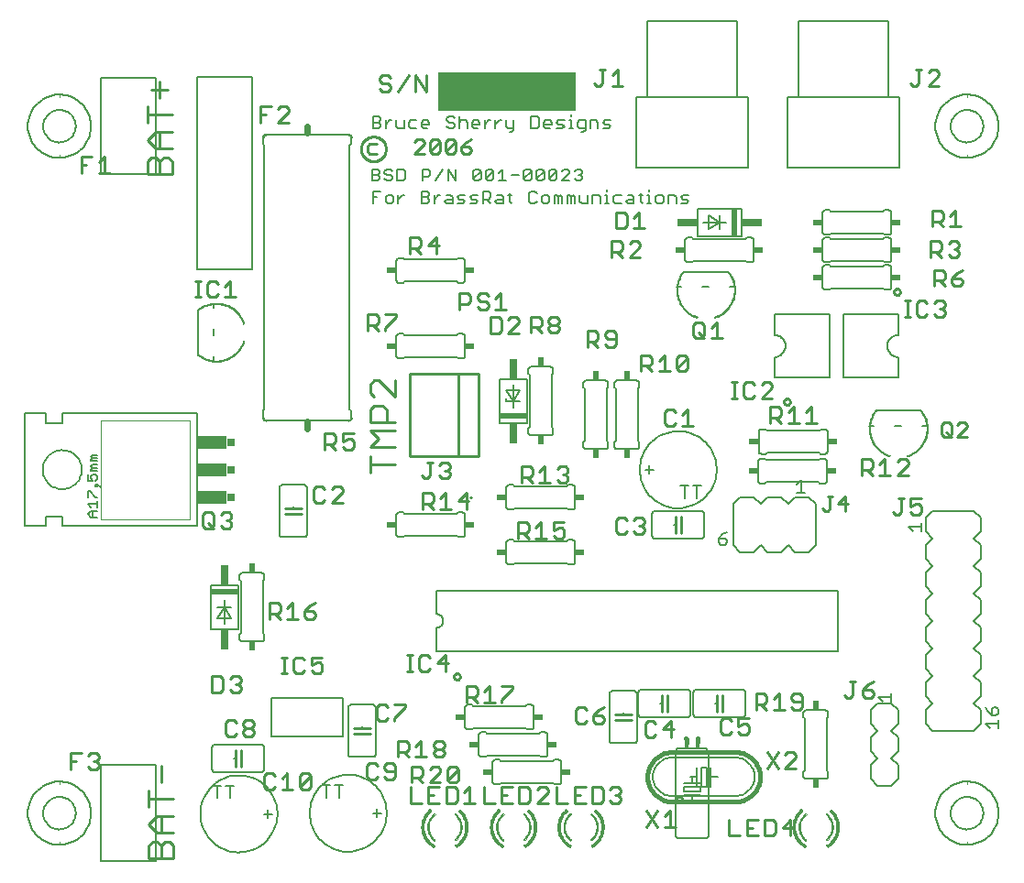
<source format=gbr>
G75*
G70*
%OFA0B0*%
%FSLAX24Y24*%
%IPPOS*%
%LPD*%
%AMOC8*
5,1,8,0,0,1.08239X$1,22.5*
%
%ADD10C,0.0100*%
%ADD11C,0.0090*%
%ADD12C,0.0080*%
%ADD13R,0.5040X0.1410*%
%ADD14C,0.0110*%
%ADD15C,0.0050*%
%ADD16C,0.0060*%
%ADD17R,0.0240X0.0340*%
%ADD18R,0.0340X0.0240*%
%ADD19C,0.0020*%
%ADD20R,0.0250X0.0300*%
%ADD21R,0.1100X0.0500*%
%ADD22C,0.0240*%
%ADD23C,0.0010*%
%ADD24R,0.0200X0.1000*%
%ADD25R,0.0750X0.0300*%
%ADD26R,0.1000X0.0200*%
%ADD27R,0.0300X0.0750*%
%ADD28R,0.0160X0.0230*%
%ADD29C,0.0160*%
D10*
X012593Y006217D02*
X012593Y006667D01*
X012743Y006817D01*
X012893Y006817D01*
X013043Y006667D01*
X013043Y006217D01*
X013043Y006667D02*
X013193Y006817D01*
X013343Y006817D01*
X013493Y006667D01*
X013493Y006217D01*
X012593Y006217D01*
X012893Y007137D02*
X012593Y007438D01*
X012893Y007738D01*
X013493Y007738D01*
X013043Y007738D02*
X013043Y007137D01*
X012893Y007137D02*
X013493Y007137D01*
X012593Y008058D02*
X012593Y008659D01*
X012593Y008358D02*
X013493Y008358D01*
X013043Y008979D02*
X013043Y009579D01*
X015743Y009542D02*
X015743Y009842D01*
X015743Y010142D01*
X015943Y010142D02*
X015943Y009842D01*
X015943Y009542D01*
X020043Y010742D02*
X020343Y010742D01*
X020643Y010742D01*
X020643Y010942D02*
X020343Y010942D01*
X020043Y010942D01*
X023686Y012812D02*
X023688Y012833D01*
X023694Y012854D01*
X023704Y012873D01*
X023717Y012889D01*
X023733Y012903D01*
X023751Y012914D01*
X023772Y012921D01*
X023793Y012924D01*
X023814Y012923D01*
X023835Y012918D01*
X023854Y012909D01*
X023871Y012897D01*
X023886Y012881D01*
X023898Y012863D01*
X023905Y012844D01*
X023909Y012823D01*
X023909Y012801D01*
X023905Y012780D01*
X023898Y012761D01*
X023886Y012743D01*
X023871Y012727D01*
X023854Y012715D01*
X023835Y012706D01*
X023814Y012701D01*
X023793Y012700D01*
X023772Y012703D01*
X023751Y012710D01*
X023733Y012721D01*
X023717Y012735D01*
X023704Y012751D01*
X023694Y012770D01*
X023688Y012791D01*
X023686Y012812D01*
X029543Y011442D02*
X029843Y011442D01*
X030143Y011442D01*
X030143Y011242D02*
X029843Y011242D01*
X029543Y011242D01*
X031243Y011542D02*
X031243Y011842D01*
X031243Y012142D01*
X031443Y012142D02*
X031443Y011842D01*
X031443Y011542D01*
X033243Y011542D02*
X033243Y011842D01*
X033243Y012142D01*
X033443Y012142D02*
X033443Y011842D01*
X033443Y011542D01*
X031766Y008337D02*
X031768Y008358D01*
X031774Y008379D01*
X031784Y008398D01*
X031797Y008414D01*
X031813Y008428D01*
X031831Y008439D01*
X031852Y008446D01*
X031873Y008449D01*
X031894Y008448D01*
X031915Y008443D01*
X031934Y008434D01*
X031951Y008422D01*
X031966Y008406D01*
X031978Y008388D01*
X031985Y008369D01*
X031989Y008348D01*
X031989Y008326D01*
X031985Y008305D01*
X031978Y008286D01*
X031966Y008268D01*
X031951Y008252D01*
X031934Y008240D01*
X031915Y008231D01*
X031894Y008226D01*
X031873Y008225D01*
X031852Y008228D01*
X031831Y008235D01*
X031813Y008246D01*
X031797Y008260D01*
X031784Y008276D01*
X031774Y008295D01*
X031768Y008316D01*
X031766Y008337D01*
X031743Y018042D02*
X031743Y018342D01*
X031743Y018642D01*
X031943Y018642D02*
X031943Y018342D01*
X031943Y018042D01*
X035686Y022812D02*
X035688Y022833D01*
X035694Y022854D01*
X035704Y022873D01*
X035717Y022889D01*
X035733Y022903D01*
X035751Y022914D01*
X035772Y022921D01*
X035793Y022924D01*
X035814Y022923D01*
X035835Y022918D01*
X035854Y022909D01*
X035871Y022897D01*
X035886Y022881D01*
X035898Y022863D01*
X035905Y022844D01*
X035909Y022823D01*
X035909Y022801D01*
X035905Y022780D01*
X035898Y022761D01*
X035886Y022743D01*
X035871Y022727D01*
X035854Y022715D01*
X035835Y022706D01*
X035814Y022701D01*
X035793Y022700D01*
X035772Y022703D01*
X035751Y022710D01*
X035733Y022721D01*
X035717Y022735D01*
X035704Y022751D01*
X035694Y022770D01*
X035688Y022791D01*
X035686Y022812D01*
X039686Y026812D02*
X039688Y026833D01*
X039694Y026854D01*
X039704Y026873D01*
X039717Y026889D01*
X039733Y026903D01*
X039751Y026914D01*
X039772Y026921D01*
X039793Y026924D01*
X039814Y026923D01*
X039835Y026918D01*
X039854Y026909D01*
X039871Y026897D01*
X039886Y026881D01*
X039898Y026863D01*
X039905Y026844D01*
X039909Y026823D01*
X039909Y026801D01*
X039905Y026780D01*
X039898Y026761D01*
X039886Y026743D01*
X039871Y026727D01*
X039854Y026715D01*
X039835Y026706D01*
X039814Y026701D01*
X039793Y026700D01*
X039772Y026703D01*
X039751Y026710D01*
X039733Y026721D01*
X039717Y026735D01*
X039704Y026751D01*
X039694Y026770D01*
X039688Y026791D01*
X039686Y026812D01*
X024593Y023842D02*
X024593Y020842D01*
X023843Y020842D01*
X023843Y023842D01*
X024593Y023842D01*
X023843Y023842D02*
X022093Y023842D01*
X022093Y020842D01*
X023843Y020842D01*
X024293Y019342D02*
X024318Y019342D01*
X021543Y020534D02*
X020643Y020534D01*
X020643Y020234D02*
X020643Y020834D01*
X020643Y021154D02*
X020943Y021455D01*
X020643Y021755D01*
X021543Y021755D01*
X021543Y022075D02*
X020643Y022075D01*
X020643Y022525D01*
X020793Y022676D01*
X021093Y022676D01*
X021243Y022525D01*
X021243Y022075D01*
X021543Y022996D02*
X020943Y023596D01*
X020793Y023596D01*
X020643Y023446D01*
X020643Y023146D01*
X020793Y022996D01*
X021543Y022996D02*
X021543Y023596D01*
X021543Y021154D02*
X020643Y021154D01*
X018143Y018942D02*
X017843Y018942D01*
X017543Y018942D01*
X017543Y018742D02*
X017843Y018742D01*
X018143Y018742D01*
X013443Y031117D02*
X012543Y031117D01*
X012543Y031567D01*
X012693Y031717D01*
X012843Y031717D01*
X012993Y031567D01*
X012993Y031117D01*
X012993Y031567D02*
X013143Y031717D01*
X013293Y031717D01*
X013443Y031567D01*
X013443Y031117D01*
X013443Y032037D02*
X012843Y032037D01*
X012543Y032338D01*
X012843Y032638D01*
X013443Y032638D01*
X012993Y032638D02*
X012993Y032037D01*
X012543Y032958D02*
X012543Y033559D01*
X012543Y033258D02*
X013443Y033258D01*
X012993Y033879D02*
X012993Y034479D01*
X012693Y034179D02*
X013293Y034179D01*
X020311Y032012D02*
X020313Y032055D01*
X020319Y032098D01*
X020329Y032139D01*
X020343Y032180D01*
X020361Y032219D01*
X020383Y032256D01*
X020408Y032291D01*
X020436Y032324D01*
X020467Y032354D01*
X020501Y032380D01*
X020537Y032403D01*
X020575Y032423D01*
X020615Y032439D01*
X020656Y032451D01*
X020699Y032459D01*
X020741Y032463D01*
X020785Y032463D01*
X020827Y032459D01*
X020870Y032451D01*
X020911Y032439D01*
X020951Y032423D01*
X020989Y032403D01*
X021025Y032380D01*
X021059Y032354D01*
X021090Y032324D01*
X021118Y032291D01*
X021143Y032256D01*
X021165Y032219D01*
X021183Y032180D01*
X021197Y032139D01*
X021207Y032098D01*
X021213Y032055D01*
X021215Y032012D01*
X021213Y031969D01*
X021207Y031926D01*
X021197Y031885D01*
X021183Y031844D01*
X021165Y031805D01*
X021143Y031768D01*
X021118Y031733D01*
X021090Y031700D01*
X021059Y031670D01*
X021025Y031644D01*
X020989Y031621D01*
X020951Y031601D01*
X020911Y031585D01*
X020870Y031573D01*
X020827Y031565D01*
X020785Y031561D01*
X020741Y031561D01*
X020699Y031565D01*
X020656Y031573D01*
X020615Y031585D01*
X020575Y031601D01*
X020537Y031621D01*
X020501Y031644D01*
X020467Y031670D01*
X020436Y031700D01*
X020408Y031733D01*
X020383Y031768D01*
X020361Y031805D01*
X020343Y031844D01*
X020329Y031885D01*
X020319Y031926D01*
X020313Y031969D01*
X020311Y032012D01*
D11*
X020538Y031925D02*
X020538Y032102D01*
X020627Y032190D01*
X020892Y032190D01*
X020892Y031837D02*
X020627Y031837D01*
X020538Y031925D01*
X022251Y031837D02*
X022605Y032190D01*
X022605Y032279D01*
X022516Y032367D01*
X022339Y032367D01*
X022251Y032279D01*
X022251Y031837D02*
X022605Y031837D01*
X022822Y031925D02*
X023176Y032279D01*
X023176Y031925D01*
X023087Y031837D01*
X022910Y031837D01*
X022822Y031925D01*
X022822Y032279D01*
X022910Y032367D01*
X023087Y032367D01*
X023176Y032279D01*
X023393Y032279D02*
X023393Y031925D01*
X023746Y032279D01*
X023746Y031925D01*
X023658Y031837D01*
X023481Y031837D01*
X023393Y031925D01*
X023393Y032279D02*
X023481Y032367D01*
X023658Y032367D01*
X023746Y032279D01*
X023964Y032102D02*
X023964Y031925D01*
X024052Y031837D01*
X024229Y031837D01*
X024317Y031925D01*
X024317Y032014D01*
X024229Y032102D01*
X023964Y032102D01*
X024140Y032279D01*
X024317Y032367D01*
X037265Y019367D02*
X037442Y019367D01*
X037354Y019367D02*
X037354Y018925D01*
X037265Y018837D01*
X037177Y018837D01*
X037088Y018925D01*
X037659Y019102D02*
X038013Y019102D01*
X037925Y018837D02*
X037925Y019367D01*
X037659Y019102D01*
X041413Y021625D02*
X041413Y021979D01*
X041502Y022067D01*
X041679Y022067D01*
X041767Y021979D01*
X041767Y021625D01*
X041679Y021537D01*
X041502Y021537D01*
X041413Y021625D01*
X041590Y021714D02*
X041767Y021537D01*
X041984Y021537D02*
X042338Y021890D01*
X042338Y021979D01*
X042250Y022067D01*
X042073Y022067D01*
X041984Y021979D01*
X041984Y021537D02*
X042338Y021537D01*
D12*
X032226Y030112D02*
X032156Y030182D01*
X032015Y030182D01*
X031945Y030252D01*
X032015Y030322D01*
X032226Y030322D01*
X032226Y030112D02*
X032156Y030042D01*
X031945Y030042D01*
X031765Y030042D02*
X031765Y030252D01*
X031695Y030322D01*
X031485Y030322D01*
X031485Y030042D01*
X031305Y030112D02*
X031305Y030252D01*
X031235Y030322D01*
X031095Y030322D01*
X031025Y030252D01*
X031025Y030112D01*
X031095Y030042D01*
X031235Y030042D01*
X031305Y030112D01*
X030858Y030042D02*
X030718Y030042D01*
X030788Y030042D02*
X030788Y030322D01*
X030718Y030322D01*
X030788Y030462D02*
X030788Y030532D01*
X030551Y030322D02*
X030411Y030322D01*
X030481Y030392D02*
X030481Y030112D01*
X030551Y030042D01*
X030231Y030042D02*
X030231Y030252D01*
X030161Y030322D01*
X030021Y030322D01*
X030021Y030182D02*
X030231Y030182D01*
X030231Y030042D02*
X030021Y030042D01*
X029951Y030112D01*
X030021Y030182D01*
X029770Y030322D02*
X029560Y030322D01*
X029490Y030252D01*
X029490Y030112D01*
X029560Y030042D01*
X029770Y030042D01*
X029323Y030042D02*
X029183Y030042D01*
X029253Y030042D02*
X029253Y030322D01*
X029183Y030322D01*
X029253Y030462D02*
X029253Y030532D01*
X029003Y030252D02*
X029003Y030042D01*
X029003Y030252D02*
X028933Y030322D01*
X028723Y030322D01*
X028723Y030042D01*
X028543Y030042D02*
X028543Y030322D01*
X028543Y030042D02*
X028333Y030042D01*
X028263Y030112D01*
X028263Y030322D01*
X028082Y030252D02*
X028082Y030042D01*
X027942Y030042D02*
X027942Y030252D01*
X028012Y030322D01*
X028082Y030252D01*
X027942Y030252D02*
X027872Y030322D01*
X027802Y030322D01*
X027802Y030042D01*
X027622Y030042D02*
X027622Y030252D01*
X027552Y030322D01*
X027482Y030252D01*
X027482Y030042D01*
X027342Y030042D02*
X027342Y030322D01*
X027412Y030322D01*
X027482Y030252D01*
X027162Y030252D02*
X027092Y030322D01*
X026952Y030322D01*
X026881Y030252D01*
X026881Y030112D01*
X026952Y030042D01*
X027092Y030042D01*
X027162Y030112D01*
X027162Y030252D01*
X026701Y030392D02*
X026631Y030462D01*
X026491Y030462D01*
X026421Y030392D01*
X026421Y030112D01*
X026491Y030042D01*
X026631Y030042D01*
X026701Y030112D01*
X026758Y030862D02*
X026688Y030932D01*
X026968Y031212D01*
X026968Y030932D01*
X026898Y030862D01*
X026758Y030862D01*
X026688Y030932D02*
X026688Y031212D01*
X026758Y031282D01*
X026898Y031282D01*
X026968Y031212D01*
X027148Y031212D02*
X027218Y031282D01*
X027359Y031282D01*
X027429Y031212D01*
X027148Y030932D01*
X027218Y030862D01*
X027359Y030862D01*
X027429Y030932D01*
X027429Y031212D01*
X027609Y031212D02*
X027679Y031282D01*
X027819Y031282D01*
X027889Y031212D01*
X027889Y031142D01*
X027609Y030862D01*
X027889Y030862D01*
X028069Y030932D02*
X028139Y030862D01*
X028279Y030862D01*
X028349Y030932D01*
X028349Y031002D01*
X028279Y031072D01*
X028209Y031072D01*
X028279Y031072D02*
X028349Y031142D01*
X028349Y031212D01*
X028279Y031282D01*
X028139Y031282D01*
X028069Y031212D01*
X027148Y031212D02*
X027148Y030932D01*
X026508Y030932D02*
X026438Y030862D01*
X026298Y030862D01*
X026228Y030932D01*
X026508Y031212D01*
X026508Y030932D01*
X026508Y031212D02*
X026438Y031282D01*
X026298Y031282D01*
X026228Y031212D01*
X026228Y030932D01*
X026048Y031072D02*
X025767Y031072D01*
X025587Y030862D02*
X025307Y030862D01*
X025447Y030862D02*
X025447Y031282D01*
X025307Y031142D01*
X025127Y031212D02*
X025057Y031282D01*
X024917Y031282D01*
X024847Y031212D01*
X024847Y030932D01*
X025127Y031212D01*
X025127Y030932D01*
X025057Y030862D01*
X024917Y030862D01*
X024847Y030932D01*
X024667Y030932D02*
X024596Y030862D01*
X024456Y030862D01*
X024386Y030932D01*
X024667Y031212D01*
X024667Y030932D01*
X024667Y031212D02*
X024596Y031282D01*
X024456Y031282D01*
X024386Y031212D01*
X024386Y030932D01*
X024733Y030462D02*
X024943Y030462D01*
X025013Y030392D01*
X025013Y030252D01*
X024943Y030182D01*
X024733Y030182D01*
X024733Y030042D02*
X024733Y030462D01*
X024553Y030322D02*
X024343Y030322D01*
X024273Y030252D01*
X024343Y030182D01*
X024483Y030182D01*
X024553Y030112D01*
X024483Y030042D01*
X024273Y030042D01*
X024093Y030112D02*
X024023Y030182D01*
X023883Y030182D01*
X023812Y030252D01*
X023883Y030322D01*
X024093Y030322D01*
X024093Y030112D02*
X024023Y030042D01*
X023812Y030042D01*
X023632Y030042D02*
X023632Y030252D01*
X023562Y030322D01*
X023422Y030322D01*
X023422Y030182D02*
X023632Y030182D01*
X023632Y030042D02*
X023422Y030042D01*
X023352Y030112D01*
X023422Y030182D01*
X023179Y030322D02*
X023109Y030322D01*
X022969Y030182D01*
X022969Y030042D02*
X022969Y030322D01*
X022788Y030322D02*
X022718Y030252D01*
X022508Y030252D01*
X022508Y030462D02*
X022718Y030462D01*
X022788Y030392D01*
X022788Y030322D01*
X022718Y030252D02*
X022788Y030182D01*
X022788Y030112D01*
X022718Y030042D01*
X022508Y030042D01*
X022508Y030462D01*
X022545Y030862D02*
X022545Y031282D01*
X022755Y031282D01*
X022825Y031212D01*
X022825Y031072D01*
X022755Y031002D01*
X022545Y031002D01*
X023005Y030862D02*
X023285Y031282D01*
X023466Y031282D02*
X023746Y030862D01*
X023746Y031282D01*
X023466Y031282D02*
X023466Y030862D01*
X024873Y030182D02*
X025013Y030042D01*
X025194Y030112D02*
X025264Y030182D01*
X025474Y030182D01*
X025474Y030252D02*
X025474Y030042D01*
X025264Y030042D01*
X025194Y030112D01*
X025264Y030322D02*
X025404Y030322D01*
X025474Y030252D01*
X025654Y030322D02*
X025794Y030322D01*
X025724Y030392D02*
X025724Y030112D01*
X025794Y030042D01*
X025787Y032632D02*
X025717Y032632D01*
X025787Y032632D02*
X025857Y032702D01*
X025857Y033052D01*
X025577Y033052D02*
X025577Y032842D01*
X025647Y032772D01*
X025857Y032772D01*
X025404Y033052D02*
X025334Y033052D01*
X025194Y032912D01*
X025194Y032772D02*
X025194Y033052D01*
X025020Y033052D02*
X024950Y033052D01*
X024810Y032912D01*
X024810Y032772D02*
X024810Y033052D01*
X024630Y032982D02*
X024630Y032912D01*
X024350Y032912D01*
X024350Y032982D02*
X024420Y033052D01*
X024560Y033052D01*
X024630Y032982D01*
X024560Y032772D02*
X024420Y032772D01*
X024350Y032842D01*
X024350Y032982D01*
X024169Y032982D02*
X024169Y032772D01*
X024169Y032982D02*
X024099Y033052D01*
X023959Y033052D01*
X023889Y032982D01*
X023709Y032912D02*
X023709Y032842D01*
X023639Y032772D01*
X023499Y032772D01*
X023429Y032842D01*
X023499Y032982D02*
X023639Y032982D01*
X023709Y032912D01*
X023709Y033122D02*
X023639Y033192D01*
X023499Y033192D01*
X023429Y033122D01*
X023429Y033052D01*
X023499Y032982D01*
X023889Y033192D02*
X023889Y032772D01*
X022788Y032912D02*
X022508Y032912D01*
X022508Y032982D02*
X022578Y033052D01*
X022718Y033052D01*
X022788Y032982D01*
X022788Y032912D01*
X022718Y032772D02*
X022578Y032772D01*
X022508Y032842D01*
X022508Y032982D01*
X022328Y033052D02*
X022118Y033052D01*
X022048Y032982D01*
X022048Y032842D01*
X022118Y032772D01*
X022328Y032772D01*
X021868Y032772D02*
X021868Y033052D01*
X021868Y032772D02*
X021657Y032772D01*
X021587Y032842D01*
X021587Y033052D01*
X021414Y033052D02*
X021344Y033052D01*
X021204Y032912D01*
X021204Y032772D02*
X021204Y033052D01*
X021024Y033052D02*
X020954Y032982D01*
X020743Y032982D01*
X020743Y032772D02*
X020743Y033192D01*
X020954Y033192D01*
X021024Y033122D01*
X021024Y033052D01*
X020954Y032982D02*
X021024Y032912D01*
X021024Y032842D01*
X020954Y032772D01*
X020743Y032772D01*
X020703Y031282D02*
X020914Y031282D01*
X020984Y031212D01*
X020984Y031142D01*
X020914Y031072D01*
X020703Y031072D01*
X020703Y030862D02*
X020703Y031282D01*
X020914Y031072D02*
X020984Y031002D01*
X020984Y030932D01*
X020914Y030862D01*
X020703Y030862D01*
X020743Y030462D02*
X021024Y030462D01*
X020884Y030252D02*
X020743Y030252D01*
X020743Y030042D02*
X020743Y030462D01*
X021204Y030252D02*
X021204Y030112D01*
X021274Y030042D01*
X021414Y030042D01*
X021484Y030112D01*
X021484Y030252D01*
X021414Y030322D01*
X021274Y030322D01*
X021204Y030252D01*
X021664Y030322D02*
X021664Y030042D01*
X021664Y030182D02*
X021804Y030322D01*
X021874Y030322D01*
X021834Y030862D02*
X021904Y030932D01*
X021904Y031212D01*
X021834Y031282D01*
X021624Y031282D01*
X021624Y030862D01*
X021834Y030862D01*
X021444Y030932D02*
X021374Y030862D01*
X021234Y030862D01*
X021164Y030932D01*
X021234Y031072D02*
X021374Y031072D01*
X021444Y031002D01*
X021444Y030932D01*
X021234Y031072D02*
X021164Y031142D01*
X021164Y031212D01*
X021234Y031282D01*
X021374Y031282D01*
X021444Y031212D01*
X026498Y032772D02*
X026708Y032772D01*
X026778Y032842D01*
X026778Y033122D01*
X026708Y033192D01*
X026498Y033192D01*
X026498Y032772D01*
X026958Y032842D02*
X026958Y032982D01*
X027028Y033052D01*
X027168Y033052D01*
X027238Y032982D01*
X027238Y032912D01*
X026958Y032912D01*
X026958Y032842D02*
X027028Y032772D01*
X027168Y032772D01*
X027419Y032772D02*
X027629Y032772D01*
X027699Y032842D01*
X027629Y032912D01*
X027489Y032912D01*
X027419Y032982D01*
X027489Y033052D01*
X027699Y033052D01*
X027879Y033052D02*
X027949Y033052D01*
X027949Y032772D01*
X027879Y032772D02*
X028019Y032772D01*
X028186Y032842D02*
X028256Y032772D01*
X028466Y032772D01*
X028466Y032702D02*
X028466Y033052D01*
X028256Y033052D01*
X028186Y032982D01*
X028186Y032842D01*
X028326Y032632D02*
X028396Y032632D01*
X028466Y032702D01*
X028646Y032772D02*
X028646Y033052D01*
X028856Y033052D01*
X028926Y032982D01*
X028926Y032772D01*
X029107Y032772D02*
X029317Y032772D01*
X029387Y032842D01*
X029317Y032912D01*
X029177Y032912D01*
X029107Y032982D01*
X029177Y033052D01*
X029387Y033052D01*
X027949Y033192D02*
X027949Y033262D01*
X041752Y032842D02*
X041754Y032896D01*
X041762Y032949D01*
X041774Y033001D01*
X041791Y033053D01*
X041812Y033102D01*
X041838Y033149D01*
X041868Y033194D01*
X041902Y033235D01*
X041940Y033274D01*
X041981Y033309D01*
X042025Y033340D01*
X042071Y033367D01*
X042120Y033389D01*
X042171Y033407D01*
X042223Y033421D01*
X042276Y033429D01*
X042330Y033433D01*
X042383Y033432D01*
X042437Y033426D01*
X042489Y033415D01*
X042541Y033399D01*
X042591Y033379D01*
X042638Y033354D01*
X042684Y033325D01*
X042726Y033292D01*
X042766Y033255D01*
X042801Y033215D01*
X042833Y033172D01*
X042861Y033126D01*
X042885Y033077D01*
X042904Y033027D01*
X042919Y032975D01*
X042928Y032922D01*
X042933Y032869D01*
X042933Y032815D01*
X042928Y032762D01*
X042919Y032709D01*
X042904Y032657D01*
X042885Y032607D01*
X042861Y032558D01*
X042833Y032512D01*
X042801Y032469D01*
X042766Y032429D01*
X042726Y032392D01*
X042684Y032359D01*
X042639Y032330D01*
X042591Y032305D01*
X042541Y032285D01*
X042489Y032269D01*
X042437Y032258D01*
X042383Y032252D01*
X042330Y032251D01*
X042276Y032255D01*
X042223Y032263D01*
X042171Y032277D01*
X042120Y032295D01*
X042071Y032317D01*
X042025Y032344D01*
X041981Y032375D01*
X041940Y032410D01*
X041902Y032449D01*
X041868Y032490D01*
X041838Y032535D01*
X041812Y032582D01*
X041791Y032631D01*
X041774Y032683D01*
X041762Y032735D01*
X041754Y032788D01*
X041752Y032842D01*
X019633Y012042D02*
X017053Y012042D01*
X017053Y010642D01*
X019633Y010642D01*
X019633Y012042D01*
X008752Y007842D02*
X008754Y007896D01*
X008762Y007949D01*
X008774Y008001D01*
X008791Y008053D01*
X008812Y008102D01*
X008838Y008149D01*
X008868Y008194D01*
X008902Y008235D01*
X008940Y008274D01*
X008981Y008309D01*
X009025Y008340D01*
X009071Y008367D01*
X009120Y008389D01*
X009171Y008407D01*
X009223Y008421D01*
X009276Y008429D01*
X009330Y008433D01*
X009383Y008432D01*
X009437Y008426D01*
X009489Y008415D01*
X009541Y008399D01*
X009591Y008379D01*
X009638Y008354D01*
X009684Y008325D01*
X009726Y008292D01*
X009766Y008255D01*
X009801Y008215D01*
X009833Y008172D01*
X009861Y008126D01*
X009885Y008077D01*
X009904Y008027D01*
X009919Y007975D01*
X009928Y007922D01*
X009933Y007869D01*
X009933Y007815D01*
X009928Y007762D01*
X009919Y007709D01*
X009904Y007657D01*
X009885Y007607D01*
X009861Y007558D01*
X009833Y007512D01*
X009801Y007469D01*
X009766Y007429D01*
X009726Y007392D01*
X009684Y007359D01*
X009639Y007330D01*
X009591Y007305D01*
X009541Y007285D01*
X009489Y007269D01*
X009437Y007258D01*
X009383Y007252D01*
X009330Y007251D01*
X009276Y007255D01*
X009223Y007263D01*
X009171Y007277D01*
X009120Y007295D01*
X009071Y007317D01*
X009025Y007344D01*
X008981Y007375D01*
X008940Y007410D01*
X008902Y007449D01*
X008868Y007490D01*
X008838Y007535D01*
X008812Y007582D01*
X008791Y007631D01*
X008774Y007683D01*
X008762Y007735D01*
X008754Y007788D01*
X008752Y007842D01*
X008752Y032842D02*
X008754Y032896D01*
X008762Y032949D01*
X008774Y033001D01*
X008791Y033053D01*
X008812Y033102D01*
X008838Y033149D01*
X008868Y033194D01*
X008902Y033235D01*
X008940Y033274D01*
X008981Y033309D01*
X009025Y033340D01*
X009071Y033367D01*
X009120Y033389D01*
X009171Y033407D01*
X009223Y033421D01*
X009276Y033429D01*
X009330Y033433D01*
X009383Y033432D01*
X009437Y033426D01*
X009489Y033415D01*
X009541Y033399D01*
X009591Y033379D01*
X009638Y033354D01*
X009684Y033325D01*
X009726Y033292D01*
X009766Y033255D01*
X009801Y033215D01*
X009833Y033172D01*
X009861Y033126D01*
X009885Y033077D01*
X009904Y033027D01*
X009919Y032975D01*
X009928Y032922D01*
X009933Y032869D01*
X009933Y032815D01*
X009928Y032762D01*
X009919Y032709D01*
X009904Y032657D01*
X009885Y032607D01*
X009861Y032558D01*
X009833Y032512D01*
X009801Y032469D01*
X009766Y032429D01*
X009726Y032392D01*
X009684Y032359D01*
X009639Y032330D01*
X009591Y032305D01*
X009541Y032285D01*
X009489Y032269D01*
X009437Y032258D01*
X009383Y032252D01*
X009330Y032251D01*
X009276Y032255D01*
X009223Y032263D01*
X009171Y032277D01*
X009120Y032295D01*
X009071Y032317D01*
X009025Y032344D01*
X008981Y032375D01*
X008940Y032410D01*
X008902Y032449D01*
X008868Y032490D01*
X008838Y032535D01*
X008812Y032582D01*
X008791Y032631D01*
X008774Y032683D01*
X008762Y032735D01*
X008754Y032788D01*
X008752Y032842D01*
X041752Y007842D02*
X041754Y007896D01*
X041762Y007949D01*
X041774Y008001D01*
X041791Y008053D01*
X041812Y008102D01*
X041838Y008149D01*
X041868Y008194D01*
X041902Y008235D01*
X041940Y008274D01*
X041981Y008309D01*
X042025Y008340D01*
X042071Y008367D01*
X042120Y008389D01*
X042171Y008407D01*
X042223Y008421D01*
X042276Y008429D01*
X042330Y008433D01*
X042383Y008432D01*
X042437Y008426D01*
X042489Y008415D01*
X042541Y008399D01*
X042591Y008379D01*
X042638Y008354D01*
X042684Y008325D01*
X042726Y008292D01*
X042766Y008255D01*
X042801Y008215D01*
X042833Y008172D01*
X042861Y008126D01*
X042885Y008077D01*
X042904Y008027D01*
X042919Y007975D01*
X042928Y007922D01*
X042933Y007869D01*
X042933Y007815D01*
X042928Y007762D01*
X042919Y007709D01*
X042904Y007657D01*
X042885Y007607D01*
X042861Y007558D01*
X042833Y007512D01*
X042801Y007469D01*
X042766Y007429D01*
X042726Y007392D01*
X042684Y007359D01*
X042639Y007330D01*
X042591Y007305D01*
X042541Y007285D01*
X042489Y007269D01*
X042437Y007258D01*
X042383Y007252D01*
X042330Y007251D01*
X042276Y007255D01*
X042223Y007263D01*
X042171Y007277D01*
X042120Y007295D01*
X042071Y007317D01*
X042025Y007344D01*
X041981Y007375D01*
X041940Y007410D01*
X041902Y007449D01*
X041868Y007490D01*
X041838Y007535D01*
X041812Y007582D01*
X041791Y007631D01*
X041774Y007683D01*
X041762Y007735D01*
X041754Y007788D01*
X041752Y007842D01*
D13*
X025623Y034097D03*
D14*
X028790Y034413D02*
X028889Y034315D01*
X028987Y034315D01*
X029086Y034413D01*
X029086Y034905D01*
X029184Y034905D02*
X028987Y034905D01*
X029435Y034709D02*
X029632Y034905D01*
X029632Y034315D01*
X029435Y034315D02*
X029829Y034315D01*
X029869Y029712D02*
X029573Y029712D01*
X029573Y029122D01*
X029869Y029122D01*
X029967Y029220D01*
X029967Y029614D01*
X029869Y029712D01*
X030218Y029515D02*
X030415Y029712D01*
X030415Y029122D01*
X030218Y029122D02*
X030612Y029122D01*
X030363Y028662D02*
X030166Y028662D01*
X030068Y028564D01*
X029817Y028564D02*
X029817Y028367D01*
X029719Y028269D01*
X029423Y028269D01*
X029620Y028269D02*
X029817Y028072D01*
X030068Y028072D02*
X030462Y028465D01*
X030462Y028564D01*
X030363Y028662D01*
X029817Y028564D02*
X029719Y028662D01*
X029423Y028662D01*
X029423Y028072D01*
X030068Y028072D02*
X030462Y028072D01*
X032497Y025712D02*
X032694Y025712D01*
X032792Y025614D01*
X032792Y025220D01*
X032694Y025122D01*
X032497Y025122D01*
X032398Y025220D01*
X032398Y025614D01*
X032497Y025712D01*
X033043Y025515D02*
X033240Y025712D01*
X033240Y025122D01*
X033043Y025122D02*
X033437Y025122D01*
X032792Y025122D02*
X032595Y025319D01*
X032083Y024512D02*
X032181Y024414D01*
X031788Y024020D01*
X031886Y023922D01*
X032083Y023922D01*
X032181Y024020D01*
X032181Y024414D01*
X032083Y024512D02*
X031886Y024512D01*
X031788Y024414D01*
X031788Y024020D01*
X031537Y023922D02*
X031143Y023922D01*
X031340Y023922D02*
X031340Y024512D01*
X031143Y024315D01*
X030892Y024217D02*
X030794Y024119D01*
X030498Y024119D01*
X030695Y024119D02*
X030892Y023922D01*
X030892Y024217D02*
X030892Y024414D01*
X030794Y024512D01*
X030498Y024512D01*
X030498Y023922D01*
X029573Y024895D02*
X029573Y025289D01*
X029474Y025387D01*
X029277Y025387D01*
X029179Y025289D01*
X029179Y025190D01*
X029277Y025092D01*
X029573Y025092D01*
X029573Y024895D02*
X029474Y024797D01*
X029277Y024797D01*
X029179Y024895D01*
X028928Y024797D02*
X028731Y024994D01*
X028830Y024994D02*
X028534Y024994D01*
X028534Y024797D02*
X028534Y025387D01*
X028830Y025387D01*
X028928Y025289D01*
X028928Y025092D01*
X028830Y024994D01*
X027512Y025420D02*
X027413Y025322D01*
X027216Y025322D01*
X027118Y025420D01*
X027118Y025519D01*
X027216Y025617D01*
X027413Y025617D01*
X027512Y025519D01*
X027512Y025420D01*
X027413Y025617D02*
X027512Y025715D01*
X027512Y025814D01*
X027413Y025912D01*
X027216Y025912D01*
X027118Y025814D01*
X027118Y025715D01*
X027216Y025617D01*
X026867Y025617D02*
X026867Y025814D01*
X026769Y025912D01*
X026473Y025912D01*
X026473Y025322D01*
X026473Y025519D02*
X026769Y025519D01*
X026867Y025617D01*
X026670Y025519D02*
X026867Y025322D01*
X026048Y025297D02*
X025654Y025297D01*
X026048Y025690D01*
X026048Y025789D01*
X025949Y025887D01*
X025752Y025887D01*
X025654Y025789D01*
X025403Y025789D02*
X025403Y025395D01*
X025305Y025297D01*
X025009Y025297D01*
X025009Y025887D01*
X025305Y025887D01*
X025403Y025789D01*
X025384Y026172D02*
X025384Y026762D01*
X025188Y026565D01*
X024937Y026664D02*
X024838Y026762D01*
X024641Y026762D01*
X024543Y026664D01*
X024543Y026565D01*
X024641Y026467D01*
X024838Y026467D01*
X024937Y026369D01*
X024937Y026270D01*
X024838Y026172D01*
X024641Y026172D01*
X024543Y026270D01*
X024292Y026467D02*
X024194Y026369D01*
X023898Y026369D01*
X023898Y026172D02*
X023898Y026762D01*
X024194Y026762D01*
X024292Y026664D01*
X024292Y026467D01*
X025188Y026172D02*
X025581Y026172D01*
X023038Y028197D02*
X023038Y028787D01*
X022743Y028492D01*
X023137Y028492D01*
X022492Y028492D02*
X022492Y028689D01*
X022394Y028787D01*
X022098Y028787D01*
X022098Y028197D01*
X022098Y028394D02*
X022394Y028394D01*
X022492Y028492D01*
X022295Y028394D02*
X022492Y028197D01*
X021587Y025987D02*
X021193Y025987D01*
X020942Y025889D02*
X020942Y025692D01*
X020844Y025594D01*
X020548Y025594D01*
X020745Y025594D02*
X020942Y025397D01*
X021193Y025397D02*
X021193Y025495D01*
X021587Y025889D01*
X021587Y025987D01*
X020942Y025889D02*
X020844Y025987D01*
X020548Y025987D01*
X020548Y025397D01*
X020037Y021662D02*
X019643Y021662D01*
X019643Y021367D01*
X019840Y021465D01*
X019938Y021465D01*
X020037Y021367D01*
X020037Y021170D01*
X019938Y021072D01*
X019741Y021072D01*
X019643Y021170D01*
X019392Y021072D02*
X019195Y021269D01*
X019294Y021269D02*
X018998Y021269D01*
X018998Y021072D02*
X018998Y021662D01*
X019294Y021662D01*
X019392Y021564D01*
X019392Y021367D01*
X019294Y021269D01*
X019341Y019737D02*
X019243Y019639D01*
X019341Y019737D02*
X019538Y019737D01*
X019637Y019639D01*
X019637Y019540D01*
X019243Y019147D01*
X019637Y019147D01*
X018992Y019245D02*
X018894Y019147D01*
X018697Y019147D01*
X018598Y019245D01*
X018598Y019639D01*
X018697Y019737D01*
X018894Y019737D01*
X018992Y019639D01*
X015598Y018689D02*
X015598Y018590D01*
X015499Y018492D01*
X015598Y018394D01*
X015598Y018295D01*
X015499Y018197D01*
X015302Y018197D01*
X015204Y018295D01*
X014953Y018295D02*
X014855Y018197D01*
X014658Y018197D01*
X014559Y018295D01*
X014559Y018689D01*
X014658Y018787D01*
X014855Y018787D01*
X014953Y018689D01*
X014953Y018295D01*
X014953Y018197D02*
X014756Y018394D01*
X015204Y018689D02*
X015302Y018787D01*
X015499Y018787D01*
X015598Y018689D01*
X015499Y018492D02*
X015401Y018492D01*
X016973Y015487D02*
X017269Y015487D01*
X017367Y015389D01*
X017367Y015192D01*
X017269Y015094D01*
X016973Y015094D01*
X017170Y015094D02*
X017367Y014897D01*
X017618Y014897D02*
X018012Y014897D01*
X017815Y014897D02*
X017815Y015487D01*
X017618Y015290D01*
X016973Y015487D02*
X016973Y014897D01*
X018263Y014995D02*
X018361Y014897D01*
X018558Y014897D01*
X018656Y014995D01*
X018656Y015094D01*
X018558Y015192D01*
X018263Y015192D01*
X018263Y014995D01*
X018263Y015192D02*
X018459Y015389D01*
X018656Y015487D01*
X018504Y013517D02*
X018504Y013222D01*
X018701Y013320D01*
X018799Y013320D01*
X018898Y013222D01*
X018898Y013025D01*
X018799Y012927D01*
X018602Y012927D01*
X018504Y013025D01*
X018253Y013025D02*
X018155Y012927D01*
X017958Y012927D01*
X017859Y013025D01*
X017859Y013419D01*
X017958Y013517D01*
X018155Y013517D01*
X018253Y013419D01*
X018504Y013517D02*
X018898Y013517D01*
X017626Y013517D02*
X017430Y013517D01*
X017528Y013517D02*
X017528Y012927D01*
X017430Y012927D02*
X017626Y012927D01*
X015937Y012739D02*
X015937Y012640D01*
X015838Y012542D01*
X015740Y012542D01*
X015838Y012542D02*
X015937Y012444D01*
X015937Y012345D01*
X015838Y012247D01*
X015641Y012247D01*
X015543Y012345D01*
X015292Y012345D02*
X015194Y012247D01*
X014898Y012247D01*
X014898Y012837D01*
X015194Y012837D01*
X015292Y012739D01*
X015292Y012345D01*
X015543Y012739D02*
X015641Y012837D01*
X015838Y012837D01*
X015937Y012739D01*
X016126Y011237D02*
X016323Y011237D01*
X016422Y011139D01*
X016422Y011040D01*
X016323Y010942D01*
X016126Y010942D01*
X016028Y011040D01*
X016028Y011139D01*
X016126Y011237D01*
X016126Y010942D02*
X016028Y010844D01*
X016028Y010745D01*
X016126Y010647D01*
X016323Y010647D01*
X016422Y010745D01*
X016422Y010844D01*
X016323Y010942D01*
X015777Y011139D02*
X015679Y011237D01*
X015482Y011237D01*
X015383Y011139D01*
X015383Y010745D01*
X015482Y010647D01*
X015679Y010647D01*
X015777Y010745D01*
X016888Y009287D02*
X016790Y009189D01*
X016790Y008795D01*
X016888Y008697D01*
X017085Y008697D01*
X017184Y008795D01*
X017434Y008697D02*
X017828Y008697D01*
X017631Y008697D02*
X017631Y009287D01*
X017434Y009090D01*
X017184Y009189D02*
X017085Y009287D01*
X016888Y009287D01*
X018079Y009189D02*
X018079Y008795D01*
X018473Y009189D01*
X018473Y008795D01*
X018374Y008697D01*
X018177Y008697D01*
X018079Y008795D01*
X018079Y009189D02*
X018177Y009287D01*
X018374Y009287D01*
X018473Y009189D01*
X020519Y009180D02*
X020618Y009082D01*
X020815Y009082D01*
X020913Y009180D01*
X021164Y009180D02*
X021262Y009082D01*
X021459Y009082D01*
X021558Y009180D01*
X021558Y009574D01*
X021459Y009672D01*
X021262Y009672D01*
X021164Y009574D01*
X021164Y009475D01*
X021262Y009377D01*
X021558Y009377D01*
X021650Y009887D02*
X021650Y010477D01*
X021945Y010477D01*
X022044Y010379D01*
X022044Y010182D01*
X021945Y010084D01*
X021650Y010084D01*
X021847Y010084D02*
X022044Y009887D01*
X022294Y009887D02*
X022688Y009887D01*
X022491Y009887D02*
X022491Y010477D01*
X022294Y010280D01*
X022939Y010280D02*
X022939Y010379D01*
X023037Y010477D01*
X023234Y010477D01*
X023333Y010379D01*
X023333Y010280D01*
X023234Y010182D01*
X023037Y010182D01*
X022939Y010280D01*
X023037Y010182D02*
X022939Y010084D01*
X022939Y009985D01*
X023037Y009887D01*
X023234Y009887D01*
X023333Y009985D01*
X023333Y010084D01*
X023234Y010182D01*
X023100Y009542D02*
X022903Y009542D01*
X022804Y009444D01*
X022554Y009444D02*
X022554Y009247D01*
X022455Y009149D01*
X022160Y009149D01*
X022357Y009149D02*
X022554Y008952D01*
X022804Y008952D02*
X023198Y009345D01*
X023198Y009444D01*
X023100Y009542D01*
X023449Y009444D02*
X023449Y009050D01*
X023843Y009444D01*
X023843Y009050D01*
X023744Y008952D01*
X023547Y008952D01*
X023449Y009050D01*
X023408Y008787D02*
X023703Y008787D01*
X023801Y008689D01*
X023801Y008295D01*
X023703Y008197D01*
X023408Y008197D01*
X023408Y008787D01*
X023157Y008787D02*
X022763Y008787D01*
X022763Y008197D01*
X023157Y008197D01*
X022960Y008492D02*
X022763Y008492D01*
X022512Y008197D02*
X022118Y008197D01*
X022118Y008787D01*
X022160Y008952D02*
X022160Y009542D01*
X022455Y009542D01*
X022554Y009444D01*
X022804Y008952D02*
X023198Y008952D01*
X023449Y009444D02*
X023547Y009542D01*
X023744Y009542D01*
X023843Y009444D01*
X024249Y008787D02*
X024052Y008590D01*
X024249Y008787D02*
X024249Y008197D01*
X024052Y008197D02*
X024446Y008197D01*
X024773Y008197D02*
X024773Y008787D01*
X024773Y008197D02*
X025167Y008197D01*
X025418Y008197D02*
X025812Y008197D01*
X026063Y008197D02*
X026358Y008197D01*
X026456Y008295D01*
X026456Y008689D01*
X026358Y008787D01*
X026063Y008787D01*
X026063Y008197D01*
X025615Y008492D02*
X025418Y008492D01*
X025418Y008787D02*
X025418Y008197D01*
X025418Y008787D02*
X025812Y008787D01*
X026707Y008689D02*
X026805Y008787D01*
X027002Y008787D01*
X027101Y008689D01*
X027101Y008590D01*
X026707Y008197D01*
X027101Y008197D01*
X027428Y008212D02*
X027822Y008212D01*
X028073Y008212D02*
X028073Y008802D01*
X028467Y008802D01*
X028718Y008802D02*
X029013Y008802D01*
X029111Y008704D01*
X029111Y008310D01*
X029013Y008212D01*
X028718Y008212D01*
X028718Y008802D01*
X028270Y008507D02*
X028073Y008507D01*
X028073Y008212D02*
X028467Y008212D01*
X029362Y008310D02*
X029460Y008212D01*
X029657Y008212D01*
X029756Y008310D01*
X029756Y008409D01*
X029657Y008507D01*
X029559Y008507D01*
X029657Y008507D02*
X029756Y008605D01*
X029756Y008704D01*
X029657Y008802D01*
X029460Y008802D01*
X029362Y008704D01*
X030698Y007937D02*
X031092Y007347D01*
X031343Y007347D02*
X031737Y007347D01*
X031540Y007347D02*
X031540Y007937D01*
X031343Y007740D01*
X031092Y007937D02*
X030698Y007347D01*
X033698Y007612D02*
X033698Y007022D01*
X034092Y007022D01*
X034343Y007022D02*
X034737Y007022D01*
X034988Y007022D02*
X035283Y007022D01*
X035381Y007120D01*
X035381Y007514D01*
X035283Y007612D01*
X034988Y007612D01*
X034988Y007022D01*
X034540Y007317D02*
X034343Y007317D01*
X034343Y007612D02*
X034343Y007022D01*
X034343Y007612D02*
X034737Y007612D01*
X035632Y007317D02*
X036026Y007317D01*
X035927Y007022D02*
X035927Y007612D01*
X035632Y007317D01*
X035718Y009472D02*
X036112Y009865D01*
X036112Y009964D01*
X036013Y010062D01*
X035816Y010062D01*
X035718Y009964D01*
X035467Y010062D02*
X035073Y009472D01*
X035467Y009472D02*
X035073Y010062D01*
X035718Y009472D02*
X036112Y009472D01*
X034417Y010795D02*
X034417Y010992D01*
X034318Y011090D01*
X034220Y011090D01*
X034023Y010992D01*
X034023Y011287D01*
X034417Y011287D01*
X034665Y011597D02*
X034665Y012187D01*
X034960Y012187D01*
X035059Y012089D01*
X035059Y011892D01*
X034960Y011794D01*
X034665Y011794D01*
X034862Y011794D02*
X035059Y011597D01*
X035309Y011597D02*
X035703Y011597D01*
X035506Y011597D02*
X035506Y012187D01*
X035309Y011990D01*
X035954Y011990D02*
X036052Y011892D01*
X036348Y011892D01*
X036348Y011695D02*
X036348Y012089D01*
X036249Y012187D01*
X036052Y012187D01*
X035954Y012089D01*
X035954Y011990D01*
X035954Y011695D02*
X036052Y011597D01*
X036249Y011597D01*
X036348Y011695D01*
X037898Y012145D02*
X037997Y012047D01*
X038095Y012047D01*
X038194Y012145D01*
X038194Y012637D01*
X038292Y012637D02*
X038095Y012637D01*
X038543Y012342D02*
X038543Y012145D01*
X038641Y012047D01*
X038838Y012047D01*
X038937Y012145D01*
X038937Y012244D01*
X038838Y012342D01*
X038543Y012342D01*
X038740Y012539D01*
X038937Y012637D01*
X034417Y010795D02*
X034318Y010697D01*
X034121Y010697D01*
X034023Y010795D01*
X033772Y010795D02*
X033674Y010697D01*
X033477Y010697D01*
X033378Y010795D01*
X033378Y011189D01*
X033477Y011287D01*
X033674Y011287D01*
X033772Y011189D01*
X031672Y010907D02*
X031278Y010907D01*
X031573Y011202D01*
X031573Y010612D01*
X031027Y010710D02*
X030929Y010612D01*
X030732Y010612D01*
X030633Y010710D01*
X030633Y011104D01*
X030732Y011202D01*
X030929Y011202D01*
X031027Y011104D01*
X029148Y011195D02*
X029049Y011097D01*
X028852Y011097D01*
X028754Y011195D01*
X028754Y011392D01*
X029049Y011392D01*
X029148Y011294D01*
X029148Y011195D01*
X028951Y011589D02*
X028754Y011392D01*
X028951Y011589D02*
X029148Y011687D01*
X028503Y011589D02*
X028405Y011687D01*
X028208Y011687D01*
X028109Y011589D01*
X028109Y011195D01*
X028208Y011097D01*
X028405Y011097D01*
X028503Y011195D01*
X025823Y012364D02*
X025429Y011970D01*
X025429Y011872D01*
X025178Y011872D02*
X024784Y011872D01*
X024981Y011872D02*
X024981Y012462D01*
X024784Y012265D01*
X024534Y012364D02*
X024534Y012167D01*
X024435Y012069D01*
X024140Y012069D01*
X024337Y012069D02*
X024534Y011872D01*
X024140Y011872D02*
X024140Y012462D01*
X024435Y012462D01*
X024534Y012364D01*
X025429Y012462D02*
X025823Y012462D01*
X025823Y012364D01*
X023466Y013302D02*
X023073Y013302D01*
X023368Y013597D01*
X023368Y013007D01*
X022822Y013105D02*
X022723Y013007D01*
X022527Y013007D01*
X022428Y013105D01*
X022428Y013499D01*
X022527Y013597D01*
X022723Y013597D01*
X022822Y013499D01*
X022195Y013597D02*
X021998Y013597D01*
X022097Y013597D02*
X022097Y013007D01*
X022195Y013007D02*
X021998Y013007D01*
X021923Y011787D02*
X021529Y011787D01*
X021278Y011689D02*
X021180Y011787D01*
X020983Y011787D01*
X020884Y011689D01*
X020884Y011295D01*
X020983Y011197D01*
X021180Y011197D01*
X021278Y011295D01*
X021529Y011295D02*
X021529Y011197D01*
X021529Y011295D02*
X021923Y011689D01*
X021923Y011787D01*
X020815Y009672D02*
X020618Y009672D01*
X020519Y009574D01*
X020519Y009180D01*
X020913Y009574D02*
X020815Y009672D01*
X027428Y008802D02*
X027428Y008212D01*
X027402Y017847D02*
X027304Y017945D01*
X027402Y017847D02*
X027599Y017847D01*
X027698Y017945D01*
X027698Y018142D01*
X027599Y018240D01*
X027501Y018240D01*
X027304Y018142D01*
X027304Y018437D01*
X027698Y018437D01*
X026856Y018437D02*
X026856Y017847D01*
X026659Y017847D02*
X027053Y017847D01*
X026659Y018240D02*
X026856Y018437D01*
X026409Y018339D02*
X026409Y018142D01*
X026310Y018044D01*
X026015Y018044D01*
X026212Y018044D02*
X026409Y017847D01*
X026015Y017847D02*
X026015Y018437D01*
X026310Y018437D01*
X026409Y018339D01*
X026542Y019872D02*
X026345Y020069D01*
X026444Y020069D02*
X026148Y020069D01*
X026148Y019872D02*
X026148Y020462D01*
X026444Y020462D01*
X026542Y020364D01*
X026542Y020167D01*
X026444Y020069D01*
X026793Y020265D02*
X026990Y020462D01*
X026990Y019872D01*
X026793Y019872D02*
X027187Y019872D01*
X027438Y019970D02*
X027536Y019872D01*
X027733Y019872D01*
X027831Y019970D01*
X027831Y020069D01*
X027733Y020167D01*
X027634Y020167D01*
X027733Y020167D02*
X027831Y020265D01*
X027831Y020364D01*
X027733Y020462D01*
X027536Y020462D01*
X027438Y020364D01*
X029584Y018489D02*
X029584Y018095D01*
X029683Y017997D01*
X029880Y017997D01*
X029978Y018095D01*
X030229Y018095D02*
X030327Y017997D01*
X030524Y017997D01*
X030623Y018095D01*
X030623Y018194D01*
X030524Y018292D01*
X030426Y018292D01*
X030524Y018292D02*
X030623Y018390D01*
X030623Y018489D01*
X030524Y018587D01*
X030327Y018587D01*
X030229Y018489D01*
X029978Y018489D02*
X029880Y018587D01*
X029683Y018587D01*
X029584Y018489D01*
X031447Y021947D02*
X031644Y021947D01*
X031742Y022045D01*
X031993Y021947D02*
X032387Y021947D01*
X032190Y021947D02*
X032190Y022537D01*
X031993Y022340D01*
X031742Y022439D02*
X031644Y022537D01*
X031447Y022537D01*
X031348Y022439D01*
X031348Y022045D01*
X031447Y021947D01*
X033795Y022932D02*
X033991Y022932D01*
X033893Y022932D02*
X033893Y023522D01*
X033795Y023522D02*
X033991Y023522D01*
X034224Y023424D02*
X034224Y023030D01*
X034323Y022932D01*
X034520Y022932D01*
X034618Y023030D01*
X034869Y022932D02*
X035263Y023325D01*
X035263Y023424D01*
X035164Y023522D01*
X034967Y023522D01*
X034869Y023424D01*
X034618Y023424D02*
X034520Y023522D01*
X034323Y023522D01*
X034224Y023424D01*
X034869Y022932D02*
X035263Y022932D01*
X035198Y022637D02*
X035494Y022637D01*
X035592Y022539D01*
X035592Y022342D01*
X035494Y022244D01*
X035198Y022244D01*
X035395Y022244D02*
X035592Y022047D01*
X035843Y022047D02*
X036237Y022047D01*
X036040Y022047D02*
X036040Y022637D01*
X035843Y022440D01*
X035198Y022637D02*
X035198Y022047D01*
X036488Y022047D02*
X036881Y022047D01*
X036684Y022047D02*
X036684Y022637D01*
X036488Y022440D01*
X038518Y020737D02*
X038814Y020737D01*
X038912Y020639D01*
X038912Y020442D01*
X038814Y020344D01*
X038518Y020344D01*
X038518Y020147D02*
X038518Y020737D01*
X038715Y020344D02*
X038912Y020147D01*
X039163Y020147D02*
X039557Y020147D01*
X039360Y020147D02*
X039360Y020737D01*
X039163Y020540D01*
X039808Y020639D02*
X039906Y020737D01*
X040103Y020737D01*
X040201Y020639D01*
X040201Y020540D01*
X039808Y020147D01*
X040201Y020147D01*
X040293Y019287D02*
X040293Y018992D01*
X040490Y019090D01*
X040588Y019090D01*
X040687Y018992D01*
X040687Y018795D01*
X040588Y018697D01*
X040391Y018697D01*
X040293Y018795D01*
X039944Y018795D02*
X039944Y019287D01*
X040042Y019287D02*
X039845Y019287D01*
X040293Y019287D02*
X040687Y019287D01*
X039944Y018795D02*
X039845Y018697D01*
X039747Y018697D01*
X039648Y018795D01*
X040073Y025897D02*
X040270Y025897D01*
X040172Y025897D02*
X040172Y026487D01*
X040270Y026487D02*
X040073Y026487D01*
X040503Y026389D02*
X040503Y025995D01*
X040602Y025897D01*
X040798Y025897D01*
X040897Y025995D01*
X041148Y025995D02*
X041246Y025897D01*
X041443Y025897D01*
X041541Y025995D01*
X041541Y026094D01*
X041443Y026192D01*
X041344Y026192D01*
X041443Y026192D02*
X041541Y026290D01*
X041541Y026389D01*
X041443Y026487D01*
X041246Y026487D01*
X041148Y026389D01*
X040897Y026389D02*
X040798Y026487D01*
X040602Y026487D01*
X040503Y026389D01*
X041148Y027022D02*
X041148Y027612D01*
X041444Y027612D01*
X041542Y027514D01*
X041542Y027317D01*
X041444Y027219D01*
X041148Y027219D01*
X041345Y027219D02*
X041542Y027022D01*
X041793Y027120D02*
X041891Y027022D01*
X042088Y027022D01*
X042187Y027120D01*
X042187Y027219D01*
X042088Y027317D01*
X041793Y027317D01*
X041793Y027120D01*
X041793Y027317D02*
X041990Y027514D01*
X042187Y027612D01*
X041963Y028072D02*
X041766Y028072D01*
X041668Y028170D01*
X041417Y028072D02*
X041220Y028269D01*
X041319Y028269D02*
X041023Y028269D01*
X041023Y028072D02*
X041023Y028662D01*
X041319Y028662D01*
X041417Y028564D01*
X041417Y028367D01*
X041319Y028269D01*
X041668Y028564D02*
X041766Y028662D01*
X041963Y028662D01*
X042062Y028564D01*
X042062Y028465D01*
X041963Y028367D01*
X042062Y028269D01*
X042062Y028170D01*
X041963Y028072D01*
X041963Y028367D02*
X041865Y028367D01*
X041920Y029187D02*
X041920Y029777D01*
X041723Y029580D01*
X041472Y029482D02*
X041374Y029384D01*
X041078Y029384D01*
X041275Y029384D02*
X041472Y029187D01*
X041723Y029187D02*
X042117Y029187D01*
X041472Y029482D02*
X041472Y029679D01*
X041374Y029777D01*
X041078Y029777D01*
X041078Y029187D01*
X040935Y034315D02*
X041329Y034709D01*
X041329Y034807D01*
X041230Y034905D01*
X041033Y034905D01*
X040935Y034807D01*
X040684Y034905D02*
X040487Y034905D01*
X040586Y034905D02*
X040586Y034413D01*
X040487Y034315D01*
X040389Y034315D01*
X040290Y034413D01*
X040935Y034315D02*
X041329Y034315D01*
X023548Y020514D02*
X023548Y020415D01*
X023449Y020317D01*
X023548Y020219D01*
X023548Y020120D01*
X023449Y020022D01*
X023252Y020022D01*
X023154Y020120D01*
X023351Y020317D02*
X023449Y020317D01*
X023548Y020514D02*
X023449Y020612D01*
X023252Y020612D01*
X023154Y020514D01*
X022903Y020612D02*
X022706Y020612D01*
X022805Y020612D02*
X022805Y020120D01*
X022706Y020022D01*
X022608Y020022D01*
X022509Y020120D01*
X022548Y019487D02*
X022844Y019487D01*
X022942Y019389D01*
X022942Y019192D01*
X022844Y019094D01*
X022548Y019094D01*
X022745Y019094D02*
X022942Y018897D01*
X023193Y018897D02*
X023587Y018897D01*
X023390Y018897D02*
X023390Y019487D01*
X023193Y019290D01*
X022548Y019487D02*
X022548Y018897D01*
X023838Y019192D02*
X024231Y019192D01*
X024133Y018897D02*
X024133Y019487D01*
X023838Y019192D01*
X015748Y026622D02*
X015354Y026622D01*
X015551Y026622D02*
X015551Y027212D01*
X015354Y027015D01*
X015103Y027114D02*
X015005Y027212D01*
X014808Y027212D01*
X014709Y027114D01*
X014709Y026720D01*
X014808Y026622D01*
X015005Y026622D01*
X015103Y026720D01*
X014476Y026622D02*
X014280Y026622D01*
X014378Y026622D02*
X014378Y027212D01*
X014280Y027212D02*
X014476Y027212D01*
X011173Y031147D02*
X010779Y031147D01*
X010976Y031147D02*
X010976Y031737D01*
X010779Y031540D01*
X010528Y031737D02*
X010134Y031737D01*
X010134Y031147D01*
X010134Y031442D02*
X010331Y031442D01*
X016648Y032972D02*
X016648Y033562D01*
X017042Y033562D01*
X017293Y033464D02*
X017391Y033562D01*
X017588Y033562D01*
X017687Y033464D01*
X017687Y033365D01*
X017293Y032972D01*
X017687Y032972D01*
X016845Y033267D02*
X016648Y033267D01*
X020998Y034195D02*
X021097Y034097D01*
X021294Y034097D01*
X021392Y034195D01*
X021392Y034294D01*
X021294Y034392D01*
X021097Y034392D01*
X020998Y034490D01*
X020998Y034589D01*
X021097Y034687D01*
X021294Y034687D01*
X021392Y034589D01*
X021643Y034097D02*
X022037Y034687D01*
X022288Y034687D02*
X022681Y034097D01*
X022681Y034687D01*
X022288Y034687D02*
X022288Y034097D01*
X010688Y010037D02*
X010787Y009939D01*
X010787Y009840D01*
X010688Y009742D01*
X010787Y009644D01*
X010787Y009545D01*
X010688Y009447D01*
X010491Y009447D01*
X010393Y009545D01*
X010590Y009742D02*
X010688Y009742D01*
X010688Y010037D02*
X010491Y010037D01*
X010393Y009939D01*
X010142Y010037D02*
X009748Y010037D01*
X009748Y009447D01*
X009748Y009742D02*
X009945Y009742D01*
D15*
X010843Y009592D02*
X012843Y009592D01*
X012843Y006092D01*
X010843Y006092D01*
X010843Y009592D01*
X014923Y008842D02*
X015223Y008842D01*
X015073Y008842D02*
X015073Y008392D01*
X015533Y008392D02*
X015533Y008842D01*
X015383Y008842D02*
X015683Y008842D01*
X018898Y008867D02*
X019198Y008867D01*
X019048Y008867D02*
X019048Y008417D01*
X019508Y008417D02*
X019508Y008867D01*
X019358Y008867D02*
X019658Y008867D01*
X014343Y018292D02*
X009443Y018292D01*
X009443Y018642D01*
X008843Y018642D01*
X008843Y018292D01*
X008093Y018292D01*
X008093Y022392D01*
X008843Y022392D01*
X008843Y022042D01*
X009443Y022042D01*
X009443Y022392D01*
X014343Y022392D01*
X014343Y018292D01*
X010718Y018617D02*
X010492Y018617D01*
X010378Y018730D01*
X010492Y018844D01*
X010718Y018844D01*
X010718Y018976D02*
X010718Y019203D01*
X010718Y019089D02*
X010378Y019089D01*
X010492Y018976D01*
X010548Y018844D02*
X010548Y018617D01*
X010662Y019335D02*
X010718Y019335D01*
X010662Y019335D02*
X010435Y019562D01*
X010378Y019562D01*
X010378Y019335D01*
X010832Y019694D02*
X010718Y019807D01*
X010718Y019751D01*
X010662Y019751D01*
X010662Y019807D01*
X010718Y019807D01*
X010662Y019933D02*
X010718Y019990D01*
X010718Y020104D01*
X010662Y020160D01*
X010548Y020160D01*
X010492Y020104D01*
X010492Y020047D01*
X010548Y019933D01*
X010378Y019933D01*
X010378Y020160D01*
X010492Y020292D02*
X010492Y020349D01*
X010548Y020406D01*
X010492Y020463D01*
X010548Y020519D01*
X010718Y020519D01*
X010718Y020406D02*
X010548Y020406D01*
X010492Y020292D02*
X010718Y020292D01*
X010718Y020652D02*
X010492Y020652D01*
X010492Y020708D01*
X010548Y020765D01*
X010492Y020822D01*
X010548Y020878D01*
X010718Y020878D01*
X010718Y020765D02*
X010548Y020765D01*
X008733Y020342D02*
X008736Y020407D01*
X008745Y020471D01*
X008759Y020534D01*
X008780Y020595D01*
X008805Y020654D01*
X008836Y020711D01*
X008872Y020765D01*
X008913Y020815D01*
X008958Y020861D01*
X009008Y020903D01*
X009060Y020940D01*
X009116Y020972D01*
X009175Y020999D01*
X009236Y021021D01*
X009299Y021037D01*
X009362Y021047D01*
X009427Y021052D01*
X009491Y021050D01*
X009556Y021043D01*
X009619Y021030D01*
X009681Y021011D01*
X009741Y020987D01*
X009798Y020957D01*
X009852Y020922D01*
X009903Y020882D01*
X009951Y020838D01*
X009994Y020790D01*
X010032Y020738D01*
X010066Y020683D01*
X010094Y020625D01*
X010117Y020564D01*
X010135Y020502D01*
X010146Y020439D01*
X010152Y020374D01*
X010152Y020310D01*
X010146Y020245D01*
X010135Y020182D01*
X010117Y020120D01*
X010094Y020059D01*
X010066Y020001D01*
X010032Y019946D01*
X009994Y019894D01*
X009951Y019846D01*
X009903Y019802D01*
X009852Y019762D01*
X009798Y019727D01*
X009741Y019697D01*
X009681Y019673D01*
X009619Y019654D01*
X009556Y019641D01*
X009491Y019634D01*
X009427Y019632D01*
X009362Y019637D01*
X009299Y019647D01*
X009236Y019663D01*
X009175Y019685D01*
X009116Y019712D01*
X009060Y019744D01*
X009008Y019781D01*
X008958Y019823D01*
X008913Y019869D01*
X008872Y019919D01*
X008836Y019973D01*
X008805Y020030D01*
X008780Y020089D01*
X008759Y020150D01*
X008745Y020213D01*
X008736Y020277D01*
X008733Y020342D01*
X014393Y024517D02*
X014393Y026166D01*
X014943Y026229D02*
X014943Y026387D01*
X014943Y025454D02*
X014943Y025229D01*
X014943Y024454D02*
X014943Y024296D01*
X014343Y027642D02*
X014343Y034642D01*
X016343Y034642D01*
X016343Y027642D01*
X014343Y027642D01*
X012843Y031092D02*
X010843Y031092D01*
X010843Y034592D01*
X012843Y034592D01*
X012843Y031092D01*
X030316Y031350D02*
X034371Y031350D01*
X034371Y033909D01*
X030710Y033909D01*
X030710Y036665D01*
X033977Y036665D01*
X033977Y033948D01*
X033977Y033928D01*
X035816Y033909D02*
X036210Y033909D01*
X036210Y036665D01*
X039477Y036665D01*
X039477Y033948D01*
X039477Y033928D01*
X039871Y033909D02*
X039871Y031350D01*
X035816Y031350D01*
X035816Y033909D01*
X036210Y033909D02*
X039871Y033909D01*
X033668Y027542D02*
X032019Y027542D01*
X031956Y026992D02*
X031798Y026992D01*
X032731Y026992D02*
X032956Y026992D01*
X033731Y026992D02*
X033889Y026992D01*
X030316Y031350D02*
X030316Y033909D01*
X030710Y033909D01*
X039019Y022492D02*
X040668Y022492D01*
X040731Y021942D02*
X040889Y021942D01*
X039956Y021942D02*
X039731Y021942D01*
X038956Y021942D02*
X038798Y021942D01*
X036308Y019967D02*
X036308Y019517D01*
X036158Y019517D02*
X036458Y019517D01*
X036158Y019817D02*
X036308Y019967D01*
X033608Y018067D02*
X033458Y017992D01*
X033308Y017842D01*
X033533Y017842D01*
X033608Y017767D01*
X033608Y017692D01*
X033533Y017617D01*
X033383Y017617D01*
X033308Y017692D01*
X033308Y017842D01*
X032529Y019317D02*
X032529Y019767D01*
X032379Y019767D02*
X032679Y019767D01*
X032219Y019767D02*
X031918Y019767D01*
X032069Y019767D02*
X032069Y019317D01*
X040218Y018256D02*
X040368Y018106D01*
X040218Y018256D02*
X040668Y018256D01*
X040668Y018106D02*
X040668Y018407D01*
X039568Y012207D02*
X039568Y011906D01*
X039568Y012056D02*
X039118Y012056D01*
X039268Y011906D01*
X043018Y011707D02*
X043093Y011556D01*
X043243Y011406D01*
X043243Y011631D01*
X043318Y011707D01*
X043393Y011707D01*
X043468Y011631D01*
X043468Y011481D01*
X043393Y011406D01*
X043243Y011406D01*
X043468Y011246D02*
X043468Y010946D01*
X043468Y011096D02*
X043018Y011096D01*
X043168Y010946D01*
D16*
X042843Y011092D02*
X042593Y010842D01*
X041093Y010842D01*
X040843Y011092D01*
X040843Y011592D01*
X041093Y011842D01*
X040843Y012092D01*
X040843Y012592D01*
X041093Y012842D01*
X040843Y013092D01*
X040843Y013592D01*
X041093Y013842D01*
X040843Y014092D01*
X040843Y014592D01*
X041093Y014842D01*
X040843Y015092D01*
X040843Y015592D01*
X041093Y015842D01*
X040843Y016092D01*
X040843Y016592D01*
X041093Y016842D01*
X040843Y017092D01*
X040843Y017592D01*
X041093Y017842D01*
X040843Y018092D01*
X040843Y018592D01*
X041093Y018842D01*
X042593Y018842D01*
X042843Y018592D01*
X042843Y018092D01*
X042593Y017842D01*
X042843Y017592D01*
X042843Y017092D01*
X042593Y016842D01*
X042843Y016592D01*
X042843Y016092D01*
X042593Y015842D01*
X042843Y015592D01*
X042843Y015092D01*
X042593Y014842D01*
X042843Y014592D01*
X042843Y014092D01*
X042593Y013842D01*
X042843Y013592D01*
X042843Y013092D01*
X042593Y012842D01*
X042843Y012592D01*
X042843Y012092D01*
X042593Y011842D01*
X042843Y011592D01*
X042843Y011092D01*
X039843Y011092D02*
X039593Y010842D01*
X039843Y010592D01*
X039843Y010092D01*
X039593Y009842D01*
X039843Y009592D01*
X039843Y009092D01*
X039593Y008842D01*
X039093Y008842D01*
X038843Y009092D01*
X038843Y009592D01*
X039093Y009842D01*
X038843Y010092D01*
X038843Y010592D01*
X039093Y010842D01*
X038843Y011092D01*
X038843Y011592D01*
X039093Y011842D01*
X039593Y011842D01*
X039843Y011592D01*
X039843Y011092D01*
X037293Y011342D02*
X037293Y011492D01*
X037291Y011512D01*
X037285Y011530D01*
X037276Y011548D01*
X037264Y011563D01*
X037249Y011575D01*
X037231Y011584D01*
X037213Y011590D01*
X037193Y011592D01*
X036493Y011592D01*
X036473Y011590D01*
X036455Y011584D01*
X036437Y011575D01*
X036422Y011563D01*
X036410Y011548D01*
X036401Y011530D01*
X036395Y011512D01*
X036393Y011492D01*
X036393Y011342D01*
X036443Y011292D01*
X036443Y009392D01*
X036393Y009342D01*
X036393Y009192D01*
X036395Y009172D01*
X036401Y009154D01*
X036410Y009136D01*
X036422Y009121D01*
X036437Y009109D01*
X036455Y009100D01*
X036473Y009094D01*
X036493Y009092D01*
X037193Y009092D01*
X037213Y009094D01*
X037231Y009100D01*
X037249Y009109D01*
X037264Y009121D01*
X037276Y009136D01*
X037285Y009154D01*
X037291Y009172D01*
X037293Y009192D01*
X037293Y009342D01*
X037243Y009392D01*
X037243Y011292D01*
X037293Y011342D01*
X037643Y013742D02*
X037643Y015942D01*
X023043Y015942D01*
X023043Y015092D01*
X023074Y015090D01*
X023105Y015084D01*
X023135Y015074D01*
X023163Y015061D01*
X023190Y015044D01*
X023214Y015024D01*
X023236Y015001D01*
X023254Y014976D01*
X023269Y014948D01*
X023281Y014919D01*
X023289Y014889D01*
X023293Y014858D01*
X023293Y014826D01*
X023289Y014795D01*
X023281Y014765D01*
X023269Y014736D01*
X023254Y014708D01*
X023236Y014683D01*
X023214Y014660D01*
X023190Y014640D01*
X023163Y014623D01*
X023135Y014610D01*
X023105Y014600D01*
X023074Y014594D01*
X023043Y014592D01*
X023043Y013742D01*
X037643Y013742D01*
X034293Y012242D02*
X034293Y011442D01*
X034291Y011422D01*
X034285Y011404D01*
X034276Y011386D01*
X034264Y011371D01*
X034249Y011359D01*
X034231Y011350D01*
X034213Y011344D01*
X034193Y011342D01*
X032493Y011342D01*
X032473Y011344D01*
X032455Y011350D01*
X032437Y011359D01*
X032422Y011371D01*
X032410Y011386D01*
X032401Y011404D01*
X032395Y011422D01*
X032393Y011442D01*
X032393Y012242D01*
X032293Y012242D02*
X032293Y011442D01*
X032291Y011422D01*
X032285Y011404D01*
X032276Y011386D01*
X032264Y011371D01*
X032249Y011359D01*
X032231Y011350D01*
X032213Y011344D01*
X032193Y011342D01*
X030493Y011342D01*
X030473Y011344D01*
X030455Y011350D01*
X030437Y011359D01*
X030422Y011371D01*
X030410Y011386D01*
X030401Y011404D01*
X030395Y011422D01*
X030393Y011442D01*
X030393Y012242D01*
X030343Y012192D02*
X030343Y010492D01*
X030341Y010472D01*
X030335Y010454D01*
X030326Y010436D01*
X030314Y010421D01*
X030299Y010409D01*
X030281Y010400D01*
X030263Y010394D01*
X030243Y010392D01*
X029443Y010392D01*
X029423Y010394D01*
X029405Y010400D01*
X029387Y010409D01*
X029372Y010421D01*
X029360Y010436D01*
X029351Y010454D01*
X029345Y010472D01*
X029343Y010492D01*
X029343Y012192D01*
X029345Y012212D01*
X029351Y012230D01*
X029360Y012248D01*
X029372Y012263D01*
X029387Y012275D01*
X029405Y012284D01*
X029423Y012290D01*
X029443Y012292D01*
X030243Y012292D01*
X030263Y012290D01*
X030281Y012284D01*
X030299Y012275D01*
X030314Y012263D01*
X030326Y012248D01*
X030335Y012230D01*
X030341Y012212D01*
X030343Y012192D01*
X030393Y012242D02*
X030395Y012262D01*
X030401Y012280D01*
X030410Y012298D01*
X030422Y012313D01*
X030437Y012325D01*
X030455Y012334D01*
X030473Y012340D01*
X030493Y012342D01*
X032193Y012342D01*
X032213Y012340D01*
X032231Y012334D01*
X032249Y012325D01*
X032264Y012313D01*
X032276Y012298D01*
X032285Y012280D01*
X032291Y012262D01*
X032293Y012242D01*
X032393Y012242D02*
X032395Y012262D01*
X032401Y012280D01*
X032410Y012298D01*
X032422Y012313D01*
X032437Y012325D01*
X032455Y012334D01*
X032473Y012340D01*
X032493Y012342D01*
X034193Y012342D01*
X034213Y012340D01*
X034231Y012334D01*
X034249Y012325D01*
X034264Y012313D01*
X034276Y012298D01*
X034285Y012280D01*
X034291Y012262D01*
X034293Y012242D01*
X033493Y011842D02*
X033443Y011842D01*
X033243Y011842D02*
X033193Y011842D01*
X032893Y010192D02*
X031793Y010192D01*
X031793Y010042D01*
X032893Y010042D01*
X032943Y010042D01*
X032943Y007042D01*
X032941Y007022D01*
X032935Y007004D01*
X032926Y006986D01*
X032914Y006971D01*
X032899Y006959D01*
X032881Y006950D01*
X032863Y006944D01*
X032843Y006942D01*
X031843Y006942D01*
X031823Y006944D01*
X031805Y006950D01*
X031787Y006959D01*
X031772Y006971D01*
X031760Y006986D01*
X031751Y007004D01*
X031745Y007022D01*
X031743Y007042D01*
X031743Y010042D01*
X031793Y010042D01*
X031618Y009867D02*
X033918Y009867D01*
X033970Y009865D01*
X034022Y009859D01*
X034074Y009849D01*
X034124Y009836D01*
X034174Y009819D01*
X034222Y009798D01*
X034268Y009773D01*
X034312Y009745D01*
X034354Y009714D01*
X034394Y009680D01*
X034431Y009643D01*
X034465Y009603D01*
X034496Y009561D01*
X034524Y009517D01*
X034549Y009471D01*
X034570Y009423D01*
X034587Y009373D01*
X034600Y009323D01*
X034610Y009271D01*
X034616Y009219D01*
X034618Y009167D01*
X034616Y009115D01*
X034610Y009063D01*
X034600Y009011D01*
X034587Y008961D01*
X034570Y008911D01*
X034549Y008863D01*
X034524Y008817D01*
X034496Y008773D01*
X034465Y008731D01*
X034431Y008691D01*
X034394Y008654D01*
X034354Y008620D01*
X034312Y008589D01*
X034268Y008561D01*
X034222Y008536D01*
X034174Y008515D01*
X034124Y008498D01*
X034074Y008485D01*
X034022Y008475D01*
X033970Y008469D01*
X033918Y008467D01*
X031618Y008467D01*
X032043Y008492D02*
X032343Y008492D01*
X032343Y008292D01*
X032343Y008492D02*
X032643Y008492D01*
X032643Y008642D02*
X032043Y008642D01*
X032043Y008792D01*
X032643Y008792D01*
X032643Y008642D01*
X032668Y008817D02*
X032668Y009517D01*
X032868Y009517D01*
X032868Y008817D01*
X032668Y008817D01*
X032643Y008942D02*
X032343Y008942D01*
X032043Y008942D01*
X032343Y008942D02*
X032343Y009142D01*
X032268Y009167D02*
X032518Y009167D01*
X032518Y009517D01*
X032518Y009167D02*
X032518Y008817D01*
X033018Y008817D02*
X033018Y009167D01*
X033268Y009167D01*
X033018Y009167D02*
X033018Y009517D01*
X032893Y010042D02*
X032893Y010192D01*
X031618Y009867D02*
X031566Y009865D01*
X031514Y009859D01*
X031462Y009849D01*
X031412Y009836D01*
X031362Y009819D01*
X031314Y009798D01*
X031268Y009773D01*
X031224Y009745D01*
X031182Y009714D01*
X031142Y009680D01*
X031105Y009643D01*
X031071Y009603D01*
X031040Y009561D01*
X031012Y009517D01*
X030987Y009471D01*
X030966Y009423D01*
X030949Y009373D01*
X030936Y009323D01*
X030926Y009271D01*
X030920Y009219D01*
X030918Y009167D01*
X030920Y009115D01*
X030926Y009063D01*
X030936Y009011D01*
X030949Y008961D01*
X030966Y008911D01*
X030987Y008863D01*
X031012Y008817D01*
X031040Y008773D01*
X031071Y008731D01*
X031105Y008691D01*
X031142Y008654D01*
X031182Y008620D01*
X031224Y008589D01*
X031268Y008561D01*
X031314Y008536D01*
X031362Y008515D01*
X031412Y008498D01*
X031462Y008485D01*
X031514Y008475D01*
X031566Y008469D01*
X031618Y008467D01*
X029843Y011192D02*
X029843Y011242D01*
X029843Y011442D02*
X029843Y011492D01*
X031193Y011842D02*
X031243Y011842D01*
X031443Y011842D02*
X031493Y011842D01*
X027593Y009692D02*
X027593Y008992D01*
X027591Y008972D01*
X027585Y008954D01*
X027576Y008936D01*
X027564Y008921D01*
X027549Y008909D01*
X027531Y008900D01*
X027513Y008894D01*
X027493Y008892D01*
X027343Y008892D01*
X027293Y008942D01*
X025393Y008942D01*
X025343Y008892D01*
X025193Y008892D01*
X025173Y008894D01*
X025155Y008900D01*
X025137Y008909D01*
X025122Y008921D01*
X025110Y008936D01*
X025101Y008954D01*
X025095Y008972D01*
X025093Y008992D01*
X025093Y009692D01*
X025095Y009712D01*
X025101Y009730D01*
X025110Y009748D01*
X025122Y009763D01*
X025137Y009775D01*
X025155Y009784D01*
X025173Y009790D01*
X025193Y009792D01*
X025343Y009792D01*
X025393Y009742D01*
X027293Y009742D01*
X027343Y009792D01*
X027493Y009792D01*
X027513Y009790D01*
X027531Y009784D01*
X027549Y009775D01*
X027564Y009763D01*
X027576Y009748D01*
X027585Y009730D01*
X027591Y009712D01*
X027593Y009692D01*
X027093Y009992D02*
X027093Y010692D01*
X027091Y010712D01*
X027085Y010730D01*
X027076Y010748D01*
X027064Y010763D01*
X027049Y010775D01*
X027031Y010784D01*
X027013Y010790D01*
X026993Y010792D01*
X026843Y010792D01*
X026793Y010742D01*
X024893Y010742D01*
X024843Y010792D01*
X024693Y010792D01*
X024673Y010790D01*
X024655Y010784D01*
X024637Y010775D01*
X024622Y010763D01*
X024610Y010748D01*
X024601Y010730D01*
X024595Y010712D01*
X024593Y010692D01*
X024593Y009992D01*
X024595Y009972D01*
X024601Y009954D01*
X024610Y009936D01*
X024622Y009921D01*
X024637Y009909D01*
X024655Y009900D01*
X024673Y009894D01*
X024693Y009892D01*
X024843Y009892D01*
X024893Y009942D01*
X026793Y009942D01*
X026843Y009892D01*
X026993Y009892D01*
X027013Y009894D01*
X027031Y009900D01*
X027049Y009909D01*
X027064Y009921D01*
X027076Y009936D01*
X027085Y009954D01*
X027091Y009972D01*
X027093Y009992D01*
X026493Y010892D02*
X026343Y010892D01*
X026293Y010942D01*
X024393Y010942D01*
X024343Y010892D01*
X024193Y010892D01*
X024173Y010894D01*
X024155Y010900D01*
X024137Y010909D01*
X024122Y010921D01*
X024110Y010936D01*
X024101Y010954D01*
X024095Y010972D01*
X024093Y010992D01*
X024093Y011692D01*
X024095Y011712D01*
X024101Y011730D01*
X024110Y011748D01*
X024122Y011763D01*
X024137Y011775D01*
X024155Y011784D01*
X024173Y011790D01*
X024193Y011792D01*
X024343Y011792D01*
X024393Y011742D01*
X026293Y011742D01*
X026343Y011792D01*
X026493Y011792D01*
X026513Y011790D01*
X026531Y011784D01*
X026549Y011775D01*
X026564Y011763D01*
X026576Y011748D01*
X026585Y011730D01*
X026591Y011712D01*
X026593Y011692D01*
X026593Y010992D01*
X026591Y010972D01*
X026585Y010954D01*
X026576Y010936D01*
X026564Y010921D01*
X026549Y010909D01*
X026531Y010900D01*
X026513Y010894D01*
X026493Y010892D01*
X021043Y007842D02*
X020743Y007842D01*
X020893Y007992D02*
X020893Y007692D01*
X018443Y007842D02*
X018449Y007969D01*
X018466Y008096D01*
X018495Y008220D01*
X018535Y008341D01*
X018586Y008458D01*
X018647Y008569D01*
X018718Y008675D01*
X018798Y008774D01*
X018887Y008865D01*
X018984Y008948D01*
X019089Y009021D01*
X019199Y009085D01*
X019315Y009138D01*
X019435Y009181D01*
X019558Y009213D01*
X019684Y009233D01*
X019811Y009242D01*
X019939Y009239D01*
X020065Y009224D01*
X020190Y009198D01*
X020312Y009161D01*
X020430Y009113D01*
X020543Y009054D01*
X020650Y008986D01*
X020751Y008908D01*
X020844Y008821D01*
X020929Y008726D01*
X021005Y008623D01*
X021071Y008514D01*
X021127Y008400D01*
X021172Y008281D01*
X021207Y008158D01*
X021230Y008033D01*
X021242Y007906D01*
X021242Y007778D01*
X021230Y007651D01*
X021207Y007526D01*
X021172Y007403D01*
X021127Y007284D01*
X021071Y007170D01*
X021005Y007061D01*
X020929Y006958D01*
X020844Y006863D01*
X020751Y006776D01*
X020650Y006698D01*
X020543Y006630D01*
X020430Y006571D01*
X020312Y006523D01*
X020190Y006486D01*
X020065Y006460D01*
X019939Y006445D01*
X019811Y006442D01*
X019684Y006451D01*
X019558Y006471D01*
X019435Y006503D01*
X019315Y006546D01*
X019199Y006599D01*
X019089Y006663D01*
X018984Y006736D01*
X018887Y006819D01*
X018798Y006910D01*
X018718Y007009D01*
X018647Y007115D01*
X018586Y007226D01*
X018535Y007343D01*
X018495Y007464D01*
X018466Y007588D01*
X018449Y007715D01*
X018443Y007842D01*
X017068Y007817D02*
X016768Y007817D01*
X016918Y007967D02*
X016918Y007667D01*
X014468Y007817D02*
X014474Y007944D01*
X014491Y008071D01*
X014520Y008195D01*
X014560Y008316D01*
X014611Y008433D01*
X014672Y008544D01*
X014743Y008650D01*
X014823Y008749D01*
X014912Y008840D01*
X015009Y008923D01*
X015114Y008996D01*
X015224Y009060D01*
X015340Y009113D01*
X015460Y009156D01*
X015583Y009188D01*
X015709Y009208D01*
X015836Y009217D01*
X015964Y009214D01*
X016090Y009199D01*
X016215Y009173D01*
X016337Y009136D01*
X016455Y009088D01*
X016568Y009029D01*
X016675Y008961D01*
X016776Y008883D01*
X016869Y008796D01*
X016954Y008701D01*
X017030Y008598D01*
X017096Y008489D01*
X017152Y008375D01*
X017197Y008256D01*
X017232Y008133D01*
X017255Y008008D01*
X017267Y007881D01*
X017267Y007753D01*
X017255Y007626D01*
X017232Y007501D01*
X017197Y007378D01*
X017152Y007259D01*
X017096Y007145D01*
X017030Y007036D01*
X016954Y006933D01*
X016869Y006838D01*
X016776Y006751D01*
X016675Y006673D01*
X016568Y006605D01*
X016455Y006546D01*
X016337Y006498D01*
X016215Y006461D01*
X016090Y006435D01*
X015964Y006420D01*
X015836Y006417D01*
X015709Y006426D01*
X015583Y006446D01*
X015460Y006478D01*
X015340Y006521D01*
X015224Y006574D01*
X015114Y006638D01*
X015009Y006711D01*
X014912Y006794D01*
X014823Y006885D01*
X014743Y006984D01*
X014672Y007090D01*
X014611Y007201D01*
X014560Y007318D01*
X014520Y007439D01*
X014491Y007563D01*
X014474Y007690D01*
X014468Y007817D01*
X014993Y009342D02*
X016693Y009342D01*
X016713Y009344D01*
X016731Y009350D01*
X016749Y009359D01*
X016764Y009371D01*
X016776Y009386D01*
X016785Y009404D01*
X016791Y009422D01*
X016793Y009442D01*
X016793Y010242D01*
X016791Y010262D01*
X016785Y010280D01*
X016776Y010298D01*
X016764Y010313D01*
X016749Y010325D01*
X016731Y010334D01*
X016713Y010340D01*
X016693Y010342D01*
X014993Y010342D01*
X014973Y010340D01*
X014955Y010334D01*
X014937Y010325D01*
X014922Y010313D01*
X014910Y010298D01*
X014901Y010280D01*
X014895Y010262D01*
X014893Y010242D01*
X014893Y009442D01*
X014895Y009422D01*
X014901Y009404D01*
X014910Y009386D01*
X014922Y009371D01*
X014937Y009359D01*
X014955Y009350D01*
X014973Y009344D01*
X014993Y009342D01*
X015693Y009842D02*
X015743Y009842D01*
X015943Y009842D02*
X015993Y009842D01*
X019843Y009992D02*
X019843Y011692D01*
X019845Y011712D01*
X019851Y011730D01*
X019860Y011748D01*
X019872Y011763D01*
X019887Y011775D01*
X019905Y011784D01*
X019923Y011790D01*
X019943Y011792D01*
X020743Y011792D01*
X020763Y011790D01*
X020781Y011784D01*
X020799Y011775D01*
X020814Y011763D01*
X020826Y011748D01*
X020835Y011730D01*
X020841Y011712D01*
X020843Y011692D01*
X020843Y009992D01*
X020841Y009972D01*
X020835Y009954D01*
X020826Y009936D01*
X020814Y009921D01*
X020799Y009909D01*
X020781Y009900D01*
X020763Y009894D01*
X020743Y009892D01*
X019943Y009892D01*
X019923Y009894D01*
X019905Y009900D01*
X019887Y009909D01*
X019872Y009921D01*
X019860Y009936D01*
X019851Y009954D01*
X019845Y009972D01*
X019843Y009992D01*
X020343Y010692D02*
X020343Y010742D01*
X020343Y010942D02*
X020343Y010992D01*
X016693Y014092D02*
X015993Y014092D01*
X015973Y014094D01*
X015955Y014100D01*
X015937Y014109D01*
X015922Y014121D01*
X015910Y014136D01*
X015901Y014154D01*
X015895Y014172D01*
X015893Y014192D01*
X015893Y014342D01*
X015943Y014392D01*
X015943Y016292D01*
X015893Y016342D01*
X015893Y016492D01*
X015895Y016512D01*
X015901Y016530D01*
X015910Y016548D01*
X015922Y016563D01*
X015937Y016575D01*
X015955Y016584D01*
X015973Y016590D01*
X015993Y016592D01*
X016693Y016592D01*
X016713Y016590D01*
X016731Y016584D01*
X016749Y016575D01*
X016764Y016563D01*
X016776Y016548D01*
X016785Y016530D01*
X016791Y016512D01*
X016793Y016492D01*
X016793Y016342D01*
X016743Y016292D01*
X016743Y014392D01*
X016793Y014342D01*
X016793Y014192D01*
X016791Y014172D01*
X016785Y014154D01*
X016776Y014136D01*
X016764Y014121D01*
X016749Y014109D01*
X016731Y014100D01*
X016713Y014094D01*
X016693Y014092D01*
X015843Y014542D02*
X015843Y016142D01*
X014843Y016142D01*
X014843Y014542D01*
X015843Y014542D01*
X015593Y014942D02*
X015343Y015342D01*
X015093Y015342D01*
X015343Y015342D02*
X015593Y015342D01*
X015343Y015342D02*
X015093Y014942D01*
X015593Y014942D01*
X015343Y014742D02*
X015343Y015342D01*
X015343Y015592D01*
X017443Y017892D02*
X018243Y017892D01*
X018263Y017894D01*
X018281Y017900D01*
X018299Y017909D01*
X018314Y017921D01*
X018326Y017936D01*
X018335Y017954D01*
X018341Y017972D01*
X018343Y017992D01*
X018343Y019692D01*
X018341Y019712D01*
X018335Y019730D01*
X018326Y019748D01*
X018314Y019763D01*
X018299Y019775D01*
X018281Y019784D01*
X018263Y019790D01*
X018243Y019792D01*
X017443Y019792D01*
X017423Y019790D01*
X017405Y019784D01*
X017387Y019775D01*
X017372Y019763D01*
X017360Y019748D01*
X017351Y019730D01*
X017345Y019712D01*
X017343Y019692D01*
X017343Y017992D01*
X017345Y017972D01*
X017351Y017954D01*
X017360Y017936D01*
X017372Y017921D01*
X017387Y017909D01*
X017405Y017900D01*
X017423Y017894D01*
X017443Y017892D01*
X017843Y018692D02*
X017843Y018742D01*
X017843Y018942D02*
X017843Y018992D01*
X021593Y018692D02*
X021593Y017992D01*
X021595Y017972D01*
X021601Y017954D01*
X021610Y017936D01*
X021622Y017921D01*
X021637Y017909D01*
X021655Y017900D01*
X021673Y017894D01*
X021693Y017892D01*
X021843Y017892D01*
X021893Y017942D01*
X023793Y017942D01*
X023843Y017892D01*
X023993Y017892D01*
X024013Y017894D01*
X024031Y017900D01*
X024049Y017909D01*
X024064Y017921D01*
X024076Y017936D01*
X024085Y017954D01*
X024091Y017972D01*
X024093Y017992D01*
X024093Y018692D01*
X024091Y018712D01*
X024085Y018730D01*
X024076Y018748D01*
X024064Y018763D01*
X024049Y018775D01*
X024031Y018784D01*
X024013Y018790D01*
X023993Y018792D01*
X023843Y018792D01*
X023793Y018742D01*
X021893Y018742D01*
X021843Y018792D01*
X021693Y018792D01*
X021673Y018790D01*
X021655Y018784D01*
X021637Y018775D01*
X021622Y018763D01*
X021610Y018748D01*
X021601Y018730D01*
X021595Y018712D01*
X021593Y018692D01*
X025593Y018992D02*
X025593Y019692D01*
X025595Y019712D01*
X025601Y019730D01*
X025610Y019748D01*
X025622Y019763D01*
X025637Y019775D01*
X025655Y019784D01*
X025673Y019790D01*
X025693Y019792D01*
X025843Y019792D01*
X025893Y019742D01*
X027793Y019742D01*
X027843Y019792D01*
X027993Y019792D01*
X028013Y019790D01*
X028031Y019784D01*
X028049Y019775D01*
X028064Y019763D01*
X028076Y019748D01*
X028085Y019730D01*
X028091Y019712D01*
X028093Y019692D01*
X028093Y018992D01*
X028091Y018972D01*
X028085Y018954D01*
X028076Y018936D01*
X028064Y018921D01*
X028049Y018909D01*
X028031Y018900D01*
X028013Y018894D01*
X027993Y018892D01*
X027843Y018892D01*
X027793Y018942D01*
X025893Y018942D01*
X025843Y018892D01*
X025693Y018892D01*
X025673Y018894D01*
X025655Y018900D01*
X025637Y018909D01*
X025622Y018921D01*
X025610Y018936D01*
X025601Y018954D01*
X025595Y018972D01*
X025593Y018992D01*
X025693Y017792D02*
X025843Y017792D01*
X025893Y017742D01*
X027793Y017742D01*
X027843Y017792D01*
X027993Y017792D01*
X028013Y017790D01*
X028031Y017784D01*
X028049Y017775D01*
X028064Y017763D01*
X028076Y017748D01*
X028085Y017730D01*
X028091Y017712D01*
X028093Y017692D01*
X028093Y016992D01*
X028091Y016972D01*
X028085Y016954D01*
X028076Y016936D01*
X028064Y016921D01*
X028049Y016909D01*
X028031Y016900D01*
X028013Y016894D01*
X027993Y016892D01*
X027843Y016892D01*
X027793Y016942D01*
X025893Y016942D01*
X025843Y016892D01*
X025693Y016892D01*
X025673Y016894D01*
X025655Y016900D01*
X025637Y016909D01*
X025622Y016921D01*
X025610Y016936D01*
X025601Y016954D01*
X025595Y016972D01*
X025593Y016992D01*
X025593Y017692D01*
X025595Y017712D01*
X025601Y017730D01*
X025610Y017748D01*
X025622Y017763D01*
X025637Y017775D01*
X025655Y017784D01*
X025673Y017790D01*
X025693Y017792D01*
X028493Y021092D02*
X029193Y021092D01*
X029213Y021094D01*
X029231Y021100D01*
X029249Y021109D01*
X029264Y021121D01*
X029276Y021136D01*
X029285Y021154D01*
X029291Y021172D01*
X029293Y021192D01*
X029293Y021342D01*
X029243Y021392D01*
X029243Y023292D01*
X029293Y023342D01*
X029293Y023492D01*
X029291Y023512D01*
X029285Y023530D01*
X029276Y023548D01*
X029264Y023563D01*
X029249Y023575D01*
X029231Y023584D01*
X029213Y023590D01*
X029193Y023592D01*
X028493Y023592D01*
X028473Y023590D01*
X028455Y023584D01*
X028437Y023575D01*
X028422Y023563D01*
X028410Y023548D01*
X028401Y023530D01*
X028395Y023512D01*
X028393Y023492D01*
X028393Y023342D01*
X028443Y023292D01*
X028443Y021392D01*
X028393Y021342D01*
X028393Y021192D01*
X028395Y021172D01*
X028401Y021154D01*
X028410Y021136D01*
X028422Y021121D01*
X028437Y021109D01*
X028455Y021100D01*
X028473Y021094D01*
X028493Y021092D01*
X029518Y021192D02*
X029518Y021342D01*
X029568Y021392D01*
X029568Y023292D01*
X029518Y023342D01*
X029518Y023492D01*
X029520Y023512D01*
X029526Y023530D01*
X029535Y023548D01*
X029547Y023563D01*
X029562Y023575D01*
X029580Y023584D01*
X029598Y023590D01*
X029618Y023592D01*
X030318Y023592D01*
X030338Y023590D01*
X030356Y023584D01*
X030374Y023575D01*
X030389Y023563D01*
X030401Y023548D01*
X030410Y023530D01*
X030416Y023512D01*
X030418Y023492D01*
X030418Y023342D01*
X030368Y023292D01*
X030368Y021392D01*
X030418Y021342D01*
X030418Y021192D01*
X030416Y021172D01*
X030410Y021154D01*
X030401Y021136D01*
X030389Y021121D01*
X030374Y021109D01*
X030356Y021100D01*
X030338Y021094D01*
X030318Y021092D01*
X029618Y021092D01*
X029598Y021094D01*
X029580Y021100D01*
X029562Y021109D01*
X029547Y021121D01*
X029535Y021136D01*
X029526Y021154D01*
X029520Y021172D01*
X029518Y021192D01*
X030643Y020342D02*
X030943Y020342D01*
X030793Y020192D02*
X030793Y020492D01*
X030443Y020342D02*
X030449Y020469D01*
X030466Y020596D01*
X030495Y020720D01*
X030535Y020841D01*
X030586Y020958D01*
X030647Y021069D01*
X030718Y021175D01*
X030798Y021274D01*
X030887Y021365D01*
X030984Y021448D01*
X031089Y021521D01*
X031199Y021585D01*
X031315Y021638D01*
X031435Y021681D01*
X031558Y021713D01*
X031684Y021733D01*
X031811Y021742D01*
X031939Y021739D01*
X032065Y021724D01*
X032190Y021698D01*
X032312Y021661D01*
X032430Y021613D01*
X032543Y021554D01*
X032650Y021486D01*
X032751Y021408D01*
X032844Y021321D01*
X032929Y021226D01*
X033005Y021123D01*
X033071Y021014D01*
X033127Y020900D01*
X033172Y020781D01*
X033207Y020658D01*
X033230Y020533D01*
X033242Y020406D01*
X033242Y020278D01*
X033230Y020151D01*
X033207Y020026D01*
X033172Y019903D01*
X033127Y019784D01*
X033071Y019670D01*
X033005Y019561D01*
X032929Y019458D01*
X032844Y019363D01*
X032751Y019276D01*
X032650Y019198D01*
X032543Y019130D01*
X032430Y019071D01*
X032312Y019023D01*
X032190Y018986D01*
X032065Y018960D01*
X031939Y018945D01*
X031811Y018942D01*
X031684Y018951D01*
X031558Y018971D01*
X031435Y019003D01*
X031315Y019046D01*
X031199Y019099D01*
X031089Y019163D01*
X030984Y019236D01*
X030887Y019319D01*
X030798Y019410D01*
X030718Y019509D01*
X030647Y019615D01*
X030586Y019726D01*
X030535Y019843D01*
X030495Y019964D01*
X030466Y020088D01*
X030449Y020215D01*
X030443Y020342D01*
X030993Y018842D02*
X032693Y018842D01*
X032713Y018840D01*
X032731Y018834D01*
X032749Y018825D01*
X032764Y018813D01*
X032776Y018798D01*
X032785Y018780D01*
X032791Y018762D01*
X032793Y018742D01*
X032793Y017942D01*
X032791Y017922D01*
X032785Y017904D01*
X032776Y017886D01*
X032764Y017871D01*
X032749Y017859D01*
X032731Y017850D01*
X032713Y017844D01*
X032693Y017842D01*
X030993Y017842D01*
X030973Y017844D01*
X030955Y017850D01*
X030937Y017859D01*
X030922Y017871D01*
X030910Y017886D01*
X030901Y017904D01*
X030895Y017922D01*
X030893Y017942D01*
X030893Y018742D01*
X030895Y018762D01*
X030901Y018780D01*
X030910Y018798D01*
X030922Y018813D01*
X030937Y018825D01*
X030955Y018834D01*
X030973Y018840D01*
X030993Y018842D01*
X031693Y018342D02*
X031743Y018342D01*
X031943Y018342D02*
X031993Y018342D01*
X033843Y017592D02*
X033843Y019092D01*
X034093Y019342D01*
X034593Y019342D01*
X034843Y019092D01*
X035093Y019342D01*
X035593Y019342D01*
X035843Y019092D01*
X036093Y019342D01*
X036593Y019342D01*
X036843Y019092D01*
X036843Y017592D01*
X036593Y017342D01*
X036093Y017342D01*
X035843Y017592D01*
X035593Y017342D01*
X035093Y017342D01*
X034843Y017592D01*
X034593Y017342D01*
X034093Y017342D01*
X033843Y017592D01*
X034843Y019842D02*
X034993Y019842D01*
X035043Y019892D01*
X036943Y019892D01*
X036993Y019842D01*
X037143Y019842D01*
X037163Y019844D01*
X037181Y019850D01*
X037199Y019859D01*
X037214Y019871D01*
X037226Y019886D01*
X037235Y019904D01*
X037241Y019922D01*
X037243Y019942D01*
X037243Y020642D01*
X037241Y020662D01*
X037235Y020680D01*
X037226Y020698D01*
X037214Y020713D01*
X037199Y020725D01*
X037181Y020734D01*
X037163Y020740D01*
X037143Y020742D01*
X036993Y020742D01*
X036943Y020692D01*
X035043Y020692D01*
X034993Y020742D01*
X034843Y020742D01*
X034823Y020740D01*
X034805Y020734D01*
X034787Y020725D01*
X034772Y020713D01*
X034760Y020698D01*
X034751Y020680D01*
X034745Y020662D01*
X034743Y020642D01*
X034743Y019942D01*
X034745Y019922D01*
X034751Y019904D01*
X034760Y019886D01*
X034772Y019871D01*
X034787Y019859D01*
X034805Y019850D01*
X034823Y019844D01*
X034843Y019842D01*
X034868Y020917D02*
X035018Y020917D01*
X035068Y020967D01*
X036968Y020967D01*
X037018Y020917D01*
X037168Y020917D01*
X037188Y020919D01*
X037206Y020925D01*
X037224Y020934D01*
X037239Y020946D01*
X037251Y020961D01*
X037260Y020979D01*
X037266Y020997D01*
X037268Y021017D01*
X037268Y021717D01*
X037266Y021737D01*
X037260Y021755D01*
X037251Y021773D01*
X037239Y021788D01*
X037224Y021800D01*
X037206Y021809D01*
X037188Y021815D01*
X037168Y021817D01*
X037018Y021817D01*
X036968Y021767D01*
X035068Y021767D01*
X035018Y021817D01*
X034868Y021817D01*
X034848Y021815D01*
X034830Y021809D01*
X034812Y021800D01*
X034797Y021788D01*
X034785Y021773D01*
X034776Y021755D01*
X034770Y021737D01*
X034768Y021717D01*
X034768Y021017D01*
X034770Y020997D01*
X034776Y020979D01*
X034785Y020961D01*
X034797Y020946D01*
X034812Y020934D01*
X034830Y020925D01*
X034848Y020919D01*
X034868Y020917D01*
X035343Y023692D02*
X035343Y024442D01*
X035382Y024444D01*
X035421Y024450D01*
X035459Y024459D01*
X035496Y024472D01*
X035532Y024489D01*
X035565Y024509D01*
X035597Y024533D01*
X035626Y024559D01*
X035652Y024588D01*
X035676Y024620D01*
X035696Y024653D01*
X035713Y024689D01*
X035726Y024726D01*
X035735Y024764D01*
X035741Y024803D01*
X035743Y024842D01*
X035741Y024881D01*
X035735Y024920D01*
X035726Y024958D01*
X035713Y024995D01*
X035696Y025031D01*
X035676Y025064D01*
X035652Y025096D01*
X035626Y025125D01*
X035597Y025151D01*
X035565Y025175D01*
X035532Y025195D01*
X035496Y025212D01*
X035459Y025225D01*
X035421Y025234D01*
X035382Y025240D01*
X035343Y025242D01*
X035343Y025992D01*
X037343Y025992D01*
X037343Y023692D01*
X035343Y023692D01*
X037843Y023692D02*
X037843Y025992D01*
X039843Y025992D01*
X039843Y025242D01*
X039804Y025240D01*
X039765Y025234D01*
X039727Y025225D01*
X039690Y025212D01*
X039654Y025195D01*
X039621Y025175D01*
X039589Y025151D01*
X039560Y025125D01*
X039534Y025096D01*
X039510Y025064D01*
X039490Y025031D01*
X039473Y024995D01*
X039460Y024958D01*
X039451Y024920D01*
X039445Y024881D01*
X039443Y024842D01*
X039445Y024803D01*
X039451Y024764D01*
X039460Y024726D01*
X039473Y024689D01*
X039490Y024653D01*
X039510Y024620D01*
X039534Y024588D01*
X039560Y024559D01*
X039589Y024533D01*
X039621Y024509D01*
X039654Y024489D01*
X039690Y024472D01*
X039727Y024459D01*
X039765Y024450D01*
X039804Y024444D01*
X039843Y024442D01*
X039843Y023692D01*
X037843Y023692D01*
X037343Y026892D02*
X037193Y026892D01*
X037173Y026894D01*
X037155Y026900D01*
X037137Y026909D01*
X037122Y026921D01*
X037110Y026936D01*
X037101Y026954D01*
X037095Y026972D01*
X037093Y026992D01*
X037093Y027692D01*
X037095Y027712D01*
X037101Y027730D01*
X037110Y027748D01*
X037122Y027763D01*
X037137Y027775D01*
X037155Y027784D01*
X037173Y027790D01*
X037193Y027792D01*
X037343Y027792D01*
X037393Y027742D01*
X039293Y027742D01*
X039343Y027792D01*
X039493Y027792D01*
X039493Y027892D02*
X039343Y027892D01*
X039293Y027942D01*
X037393Y027942D01*
X037343Y027892D01*
X037193Y027892D01*
X037173Y027894D01*
X037155Y027900D01*
X037137Y027909D01*
X037122Y027921D01*
X037110Y027936D01*
X037101Y027954D01*
X037095Y027972D01*
X037093Y027992D01*
X037093Y028692D01*
X037095Y028712D01*
X037101Y028730D01*
X037110Y028748D01*
X037122Y028763D01*
X037137Y028775D01*
X037155Y028784D01*
X037173Y028790D01*
X037193Y028792D01*
X037343Y028792D01*
X037393Y028742D01*
X039293Y028742D01*
X039343Y028792D01*
X039493Y028792D01*
X039493Y028892D02*
X039343Y028892D01*
X039293Y028942D01*
X037393Y028942D01*
X037343Y028892D01*
X037193Y028892D01*
X037173Y028894D01*
X037155Y028900D01*
X037137Y028909D01*
X037122Y028921D01*
X037110Y028936D01*
X037101Y028954D01*
X037095Y028972D01*
X037093Y028992D01*
X037093Y029692D01*
X037095Y029712D01*
X037101Y029730D01*
X037110Y029748D01*
X037122Y029763D01*
X037137Y029775D01*
X037155Y029784D01*
X037173Y029790D01*
X037193Y029792D01*
X037343Y029792D01*
X037393Y029742D01*
X039293Y029742D01*
X039343Y029792D01*
X039493Y029792D01*
X039513Y029790D01*
X039531Y029784D01*
X039549Y029775D01*
X039564Y029763D01*
X039576Y029748D01*
X039585Y029730D01*
X039591Y029712D01*
X039593Y029692D01*
X039593Y028992D01*
X039591Y028972D01*
X039585Y028954D01*
X039576Y028936D01*
X039564Y028921D01*
X039549Y028909D01*
X039531Y028900D01*
X039513Y028894D01*
X039493Y028892D01*
X039493Y028792D02*
X039513Y028790D01*
X039531Y028784D01*
X039549Y028775D01*
X039564Y028763D01*
X039576Y028748D01*
X039585Y028730D01*
X039591Y028712D01*
X039593Y028692D01*
X039593Y027992D01*
X039591Y027972D01*
X039585Y027954D01*
X039576Y027936D01*
X039564Y027921D01*
X039549Y027909D01*
X039531Y027900D01*
X039513Y027894D01*
X039493Y027892D01*
X039493Y027792D02*
X039513Y027790D01*
X039531Y027784D01*
X039549Y027775D01*
X039564Y027763D01*
X039576Y027748D01*
X039585Y027730D01*
X039591Y027712D01*
X039593Y027692D01*
X039593Y026992D01*
X039591Y026972D01*
X039585Y026954D01*
X039576Y026936D01*
X039564Y026921D01*
X039549Y026909D01*
X039531Y026900D01*
X039513Y026894D01*
X039493Y026892D01*
X039343Y026892D01*
X039293Y026942D01*
X037393Y026942D01*
X037343Y026892D01*
X034593Y027992D02*
X034593Y028692D01*
X034591Y028712D01*
X034585Y028730D01*
X034576Y028748D01*
X034564Y028763D01*
X034549Y028775D01*
X034531Y028784D01*
X034513Y028790D01*
X034493Y028792D01*
X034343Y028792D01*
X034293Y028742D01*
X032393Y028742D01*
X032343Y028792D01*
X032193Y028792D01*
X032173Y028790D01*
X032155Y028784D01*
X032137Y028775D01*
X032122Y028763D01*
X032110Y028748D01*
X032101Y028730D01*
X032095Y028712D01*
X032093Y028692D01*
X032093Y027992D01*
X032095Y027972D01*
X032101Y027954D01*
X032110Y027936D01*
X032122Y027921D01*
X032137Y027909D01*
X032155Y027900D01*
X032173Y027894D01*
X032193Y027892D01*
X032343Y027892D01*
X032393Y027942D01*
X034293Y027942D01*
X034343Y027892D01*
X034493Y027892D01*
X034513Y027894D01*
X034531Y027900D01*
X034549Y027909D01*
X034564Y027921D01*
X034576Y027936D01*
X034585Y027954D01*
X034591Y027972D01*
X034593Y027992D01*
X034143Y028842D02*
X034143Y029842D01*
X032543Y029842D01*
X032543Y028842D01*
X034143Y028842D01*
X033593Y029342D02*
X033343Y029342D01*
X033343Y029592D01*
X033343Y029342D02*
X032943Y029092D01*
X032943Y029592D01*
X033343Y029342D01*
X033343Y029092D01*
X033343Y029342D02*
X032743Y029342D01*
X027293Y023992D02*
X027293Y023842D01*
X027243Y023792D01*
X027243Y021892D01*
X027293Y021842D01*
X027293Y021692D01*
X027291Y021672D01*
X027285Y021654D01*
X027276Y021636D01*
X027264Y021621D01*
X027249Y021609D01*
X027231Y021600D01*
X027213Y021594D01*
X027193Y021592D01*
X026493Y021592D01*
X026473Y021594D01*
X026455Y021600D01*
X026437Y021609D01*
X026422Y021621D01*
X026410Y021636D01*
X026401Y021654D01*
X026395Y021672D01*
X026393Y021692D01*
X026393Y021842D01*
X026443Y021892D01*
X026443Y023792D01*
X026393Y023842D01*
X026393Y023992D01*
X026395Y024012D01*
X026401Y024030D01*
X026410Y024048D01*
X026422Y024063D01*
X026437Y024075D01*
X026455Y024084D01*
X026473Y024090D01*
X026493Y024092D01*
X027193Y024092D01*
X027213Y024090D01*
X027231Y024084D01*
X027249Y024075D01*
X027264Y024063D01*
X027276Y024048D01*
X027285Y024030D01*
X027291Y024012D01*
X027293Y023992D01*
X026343Y023642D02*
X025343Y023642D01*
X025343Y022042D01*
X026343Y022042D01*
X026343Y023642D01*
X026093Y023242D02*
X025843Y022842D01*
X025593Y022842D01*
X025593Y022942D01*
X025843Y022842D02*
X025593Y023242D01*
X026093Y023242D01*
X025843Y023442D02*
X025843Y022842D01*
X026093Y022842D01*
X025843Y022842D02*
X025843Y022592D01*
X023993Y024392D02*
X023843Y024392D01*
X023793Y024442D01*
X021893Y024442D01*
X021843Y024392D01*
X021693Y024392D01*
X021673Y024394D01*
X021655Y024400D01*
X021637Y024409D01*
X021622Y024421D01*
X021610Y024436D01*
X021601Y024454D01*
X021595Y024472D01*
X021593Y024492D01*
X021593Y025192D01*
X021595Y025212D01*
X021601Y025230D01*
X021610Y025248D01*
X021622Y025263D01*
X021637Y025275D01*
X021655Y025284D01*
X021673Y025290D01*
X021693Y025292D01*
X021843Y025292D01*
X021893Y025242D01*
X023793Y025242D01*
X023843Y025292D01*
X023993Y025292D01*
X024013Y025290D01*
X024031Y025284D01*
X024049Y025275D01*
X024064Y025263D01*
X024076Y025248D01*
X024085Y025230D01*
X024091Y025212D01*
X024093Y025192D01*
X024093Y024492D01*
X024091Y024472D01*
X024085Y024454D01*
X024076Y024436D01*
X024064Y024421D01*
X024049Y024409D01*
X024031Y024400D01*
X024013Y024394D01*
X023993Y024392D01*
X023993Y027142D02*
X023843Y027142D01*
X023793Y027192D01*
X021893Y027192D01*
X021843Y027142D01*
X021693Y027142D01*
X021673Y027144D01*
X021655Y027150D01*
X021637Y027159D01*
X021622Y027171D01*
X021610Y027186D01*
X021601Y027204D01*
X021595Y027222D01*
X021593Y027242D01*
X021593Y027942D01*
X021595Y027962D01*
X021601Y027980D01*
X021610Y027998D01*
X021622Y028013D01*
X021637Y028025D01*
X021655Y028034D01*
X021673Y028040D01*
X021693Y028042D01*
X021843Y028042D01*
X021893Y027992D01*
X023793Y027992D01*
X023843Y028042D01*
X023993Y028042D01*
X024013Y028040D01*
X024031Y028034D01*
X024049Y028025D01*
X024064Y028013D01*
X024076Y027998D01*
X024085Y027980D01*
X024091Y027962D01*
X024093Y027942D01*
X024093Y027242D01*
X024091Y027222D01*
X024085Y027204D01*
X024076Y027186D01*
X024064Y027171D01*
X024049Y027159D01*
X024031Y027150D01*
X024013Y027144D01*
X023993Y027142D01*
X019893Y022542D02*
X019893Y032142D01*
X019943Y032192D01*
X019943Y032442D01*
X019843Y032542D02*
X016843Y032542D01*
X016743Y032442D02*
X016743Y032192D01*
X016793Y032142D01*
X016793Y022542D01*
X016743Y022492D01*
X016743Y022242D01*
X016843Y022142D02*
X019843Y022142D01*
X019943Y022242D02*
X019943Y022492D01*
X019893Y022542D01*
X008193Y032842D02*
X008198Y032947D01*
X008212Y033050D01*
X008236Y033152D01*
X008268Y033252D01*
X008310Y033348D01*
X008360Y033440D01*
X008419Y033526D01*
X008485Y033608D01*
X008558Y033682D01*
X008638Y033750D01*
X008723Y033811D01*
X008814Y033863D01*
X008909Y033907D01*
X009008Y033942D01*
X009109Y033968D01*
X009212Y033985D01*
X009317Y033992D01*
X009421Y033989D01*
X009525Y033977D01*
X009628Y033956D01*
X009728Y033926D01*
X009825Y033886D01*
X009918Y033838D01*
X010006Y033782D01*
X010089Y033717D01*
X010165Y033646D01*
X010235Y033568D01*
X010297Y033484D01*
X010352Y033394D01*
X010398Y033300D01*
X010435Y033202D01*
X010463Y033102D01*
X010482Y032999D01*
X010492Y032894D01*
X010492Y032790D01*
X010482Y032685D01*
X010463Y032582D01*
X010435Y032482D01*
X010398Y032384D01*
X010352Y032290D01*
X010297Y032200D01*
X010235Y032116D01*
X010165Y032038D01*
X010089Y031967D01*
X010006Y031902D01*
X009918Y031846D01*
X009825Y031798D01*
X009728Y031758D01*
X009628Y031728D01*
X009525Y031707D01*
X009421Y031695D01*
X009317Y031692D01*
X009212Y031699D01*
X009109Y031716D01*
X009008Y031742D01*
X008909Y031777D01*
X008814Y031821D01*
X008723Y031873D01*
X008638Y031934D01*
X008558Y032002D01*
X008485Y032076D01*
X008419Y032158D01*
X008360Y032244D01*
X008310Y032336D01*
X008268Y032432D01*
X008236Y032532D01*
X008212Y032634D01*
X008198Y032737D01*
X008193Y032842D01*
X008193Y007842D02*
X008198Y007947D01*
X008212Y008050D01*
X008236Y008152D01*
X008268Y008252D01*
X008310Y008348D01*
X008360Y008440D01*
X008419Y008526D01*
X008485Y008608D01*
X008558Y008682D01*
X008638Y008750D01*
X008723Y008811D01*
X008814Y008863D01*
X008909Y008907D01*
X009008Y008942D01*
X009109Y008968D01*
X009212Y008985D01*
X009317Y008992D01*
X009421Y008989D01*
X009525Y008977D01*
X009628Y008956D01*
X009728Y008926D01*
X009825Y008886D01*
X009918Y008838D01*
X010006Y008782D01*
X010089Y008717D01*
X010165Y008646D01*
X010235Y008568D01*
X010297Y008484D01*
X010352Y008394D01*
X010398Y008300D01*
X010435Y008202D01*
X010463Y008102D01*
X010482Y007999D01*
X010492Y007894D01*
X010492Y007790D01*
X010482Y007685D01*
X010463Y007582D01*
X010435Y007482D01*
X010398Y007384D01*
X010352Y007290D01*
X010297Y007200D01*
X010235Y007116D01*
X010165Y007038D01*
X010089Y006967D01*
X010006Y006902D01*
X009918Y006846D01*
X009825Y006798D01*
X009728Y006758D01*
X009628Y006728D01*
X009525Y006707D01*
X009421Y006695D01*
X009317Y006692D01*
X009212Y006699D01*
X009109Y006716D01*
X009008Y006742D01*
X008909Y006777D01*
X008814Y006821D01*
X008723Y006873D01*
X008638Y006934D01*
X008558Y007002D01*
X008485Y007076D01*
X008419Y007158D01*
X008360Y007244D01*
X008310Y007336D01*
X008268Y007432D01*
X008236Y007532D01*
X008212Y007634D01*
X008198Y007737D01*
X008193Y007842D01*
X041193Y007842D02*
X041198Y007947D01*
X041212Y008050D01*
X041236Y008152D01*
X041268Y008252D01*
X041310Y008348D01*
X041360Y008440D01*
X041419Y008526D01*
X041485Y008608D01*
X041558Y008682D01*
X041638Y008750D01*
X041723Y008811D01*
X041814Y008863D01*
X041909Y008907D01*
X042008Y008942D01*
X042109Y008968D01*
X042212Y008985D01*
X042317Y008992D01*
X042421Y008989D01*
X042525Y008977D01*
X042628Y008956D01*
X042728Y008926D01*
X042825Y008886D01*
X042918Y008838D01*
X043006Y008782D01*
X043089Y008717D01*
X043165Y008646D01*
X043235Y008568D01*
X043297Y008484D01*
X043352Y008394D01*
X043398Y008300D01*
X043435Y008202D01*
X043463Y008102D01*
X043482Y007999D01*
X043492Y007894D01*
X043492Y007790D01*
X043482Y007685D01*
X043463Y007582D01*
X043435Y007482D01*
X043398Y007384D01*
X043352Y007290D01*
X043297Y007200D01*
X043235Y007116D01*
X043165Y007038D01*
X043089Y006967D01*
X043006Y006902D01*
X042918Y006846D01*
X042825Y006798D01*
X042728Y006758D01*
X042628Y006728D01*
X042525Y006707D01*
X042421Y006695D01*
X042317Y006692D01*
X042212Y006699D01*
X042109Y006716D01*
X042008Y006742D01*
X041909Y006777D01*
X041814Y006821D01*
X041723Y006873D01*
X041638Y006934D01*
X041558Y007002D01*
X041485Y007076D01*
X041419Y007158D01*
X041360Y007244D01*
X041310Y007336D01*
X041268Y007432D01*
X041236Y007532D01*
X041212Y007634D01*
X041198Y007737D01*
X041193Y007842D01*
X041193Y032842D02*
X041198Y032947D01*
X041212Y033050D01*
X041236Y033152D01*
X041268Y033252D01*
X041310Y033348D01*
X041360Y033440D01*
X041419Y033526D01*
X041485Y033608D01*
X041558Y033682D01*
X041638Y033750D01*
X041723Y033811D01*
X041814Y033863D01*
X041909Y033907D01*
X042008Y033942D01*
X042109Y033968D01*
X042212Y033985D01*
X042317Y033992D01*
X042421Y033989D01*
X042525Y033977D01*
X042628Y033956D01*
X042728Y033926D01*
X042825Y033886D01*
X042918Y033838D01*
X043006Y033782D01*
X043089Y033717D01*
X043165Y033646D01*
X043235Y033568D01*
X043297Y033484D01*
X043352Y033394D01*
X043398Y033300D01*
X043435Y033202D01*
X043463Y033102D01*
X043482Y032999D01*
X043492Y032894D01*
X043492Y032790D01*
X043482Y032685D01*
X043463Y032582D01*
X043435Y032482D01*
X043398Y032384D01*
X043352Y032290D01*
X043297Y032200D01*
X043235Y032116D01*
X043165Y032038D01*
X043089Y031967D01*
X043006Y031902D01*
X042918Y031846D01*
X042825Y031798D01*
X042728Y031758D01*
X042628Y031728D01*
X042525Y031707D01*
X042421Y031695D01*
X042317Y031692D01*
X042212Y031699D01*
X042109Y031716D01*
X042008Y031742D01*
X041909Y031777D01*
X041814Y031821D01*
X041723Y031873D01*
X041638Y031934D01*
X041558Y032002D01*
X041485Y032076D01*
X041419Y032158D01*
X041360Y032244D01*
X041310Y032336D01*
X041268Y032432D01*
X041236Y032532D01*
X041212Y032634D01*
X041198Y032737D01*
X041193Y032842D01*
D17*
X029968Y023762D03*
X028843Y023762D03*
X026843Y024262D03*
X026843Y021422D03*
X028843Y020922D03*
X029968Y020922D03*
X036843Y011762D03*
X036843Y008922D03*
X016343Y013922D03*
X016343Y016762D03*
D18*
X021423Y018342D03*
X024263Y018342D03*
X025423Y019342D03*
X025423Y017342D03*
X028263Y017342D03*
X028263Y019342D03*
X034573Y020292D03*
X034598Y021367D03*
X037438Y021367D03*
X037413Y020292D03*
X036923Y027342D03*
X036923Y028342D03*
X036923Y029342D03*
X034763Y028342D03*
X031923Y028342D03*
X024263Y027592D03*
X021423Y027592D03*
X021423Y024842D03*
X024263Y024842D03*
X039763Y027342D03*
X039763Y028342D03*
X039763Y029342D03*
X026763Y011342D03*
X027263Y010342D03*
X027763Y009342D03*
X024923Y009342D03*
X024423Y010342D03*
X023923Y011342D03*
D19*
X009343Y006792D02*
X009343Y006692D01*
X009343Y008892D02*
X009343Y008992D01*
X010843Y018542D02*
X014093Y018542D01*
X014093Y022142D01*
X010843Y022142D01*
X010843Y018542D01*
X009343Y031692D02*
X009343Y031792D01*
X009343Y033892D02*
X009343Y033992D01*
X042343Y033992D02*
X042343Y033892D01*
X042343Y031792D02*
X042343Y031692D01*
X042343Y008992D02*
X042343Y008892D01*
X042343Y006792D02*
X042343Y006692D01*
D20*
X015568Y019342D03*
X015568Y020342D03*
X015568Y021342D03*
D21*
X014893Y021342D03*
X014893Y020342D03*
X014893Y019342D03*
D22*
X018343Y021842D02*
X018343Y022092D01*
X018343Y032592D02*
X018343Y032842D01*
D23*
X016839Y032566D02*
X016839Y032516D01*
X016838Y032517D02*
X016823Y032514D01*
X016809Y032509D01*
X016796Y032500D01*
X016785Y032489D01*
X016776Y032476D01*
X016771Y032462D01*
X016768Y032447D01*
X016719Y032446D01*
X016718Y032447D01*
X016721Y032468D01*
X016727Y032487D01*
X016736Y032506D01*
X016748Y032523D01*
X016762Y032537D01*
X016779Y032549D01*
X016798Y032558D01*
X016817Y032564D01*
X016838Y032567D01*
X016838Y032558D01*
X016817Y032555D01*
X016796Y032548D01*
X016778Y032538D01*
X016761Y032524D01*
X016747Y032507D01*
X016737Y032489D01*
X016730Y032468D01*
X016727Y032447D01*
X016736Y032447D01*
X016739Y032467D01*
X016745Y032485D01*
X016755Y032502D01*
X016767Y032518D01*
X016783Y032530D01*
X016800Y032540D01*
X016818Y032546D01*
X016838Y032549D01*
X016838Y032540D01*
X016820Y032537D01*
X016803Y032532D01*
X016788Y032523D01*
X016774Y032511D01*
X016762Y032497D01*
X016753Y032482D01*
X016748Y032465D01*
X016745Y032447D01*
X016754Y032447D01*
X016757Y032465D01*
X016764Y032483D01*
X016774Y032498D01*
X016787Y032511D01*
X016802Y032521D01*
X016820Y032528D01*
X016838Y032531D01*
X016838Y032522D01*
X016822Y032519D01*
X016806Y032513D01*
X016793Y032504D01*
X016781Y032492D01*
X016772Y032479D01*
X016766Y032463D01*
X016763Y032447D01*
X019967Y032446D02*
X019917Y032446D01*
X019918Y032447D02*
X019915Y032462D01*
X019910Y032476D01*
X019901Y032489D01*
X019890Y032500D01*
X019877Y032509D01*
X019863Y032514D01*
X019848Y032517D01*
X019847Y032566D01*
X019848Y032567D01*
X019869Y032564D01*
X019888Y032558D01*
X019907Y032549D01*
X019924Y032537D01*
X019938Y032523D01*
X019950Y032506D01*
X019959Y032487D01*
X019965Y032468D01*
X019968Y032447D01*
X019959Y032447D01*
X019956Y032468D01*
X019949Y032489D01*
X019939Y032507D01*
X019925Y032524D01*
X019908Y032538D01*
X019890Y032548D01*
X019869Y032555D01*
X019848Y032558D01*
X019848Y032549D01*
X019868Y032546D01*
X019886Y032540D01*
X019903Y032530D01*
X019919Y032518D01*
X019931Y032502D01*
X019941Y032485D01*
X019947Y032467D01*
X019950Y032447D01*
X019941Y032447D01*
X019938Y032465D01*
X019933Y032482D01*
X019924Y032497D01*
X019912Y032511D01*
X019898Y032523D01*
X019883Y032532D01*
X019866Y032537D01*
X019848Y032540D01*
X019848Y032531D01*
X019866Y032528D01*
X019884Y032521D01*
X019899Y032511D01*
X019912Y032498D01*
X019922Y032483D01*
X019929Y032465D01*
X019932Y032447D01*
X019923Y032447D01*
X019920Y032463D01*
X019914Y032479D01*
X019905Y032492D01*
X019893Y032504D01*
X019880Y032513D01*
X019864Y032519D01*
X019848Y032522D01*
X014385Y024499D02*
X014410Y024531D01*
X014409Y024530D02*
X014461Y024492D01*
X014515Y024458D01*
X014571Y024426D01*
X014629Y024399D01*
X014688Y024375D01*
X014749Y024355D01*
X014811Y024338D01*
X014874Y024326D01*
X014938Y024317D01*
X015001Y024313D01*
X015066Y024312D01*
X015130Y024316D01*
X015193Y024323D01*
X015256Y024334D01*
X015319Y024350D01*
X015380Y024369D01*
X015440Y024391D01*
X015498Y024418D01*
X015555Y024448D01*
X015609Y024482D01*
X015662Y024518D01*
X015712Y024559D01*
X015759Y024602D01*
X015804Y024648D01*
X015845Y024696D01*
X015884Y024747D01*
X015919Y024801D01*
X015951Y024856D01*
X015980Y024914D01*
X016005Y024973D01*
X016026Y025034D01*
X016063Y025022D01*
X016064Y025022D01*
X016043Y024961D01*
X016018Y024901D01*
X015990Y024843D01*
X015958Y024787D01*
X015923Y024733D01*
X015884Y024681D01*
X015843Y024632D01*
X015799Y024585D01*
X015752Y024540D01*
X015702Y024499D01*
X015650Y024461D01*
X015596Y024426D01*
X015540Y024394D01*
X015482Y024366D01*
X015422Y024341D01*
X015361Y024320D01*
X015299Y024303D01*
X015236Y024290D01*
X015172Y024280D01*
X015108Y024274D01*
X015044Y024272D01*
X014979Y024274D01*
X014915Y024280D01*
X014851Y024289D01*
X014788Y024303D01*
X014726Y024320D01*
X014665Y024341D01*
X014605Y024366D01*
X014547Y024394D01*
X014491Y024425D01*
X014437Y024460D01*
X014385Y024499D01*
X014390Y024506D01*
X014442Y024468D01*
X014495Y024433D01*
X014551Y024402D01*
X014609Y024374D01*
X014668Y024350D01*
X014728Y024329D01*
X014790Y024312D01*
X014853Y024298D01*
X014916Y024289D01*
X014980Y024283D01*
X015044Y024281D01*
X015107Y024283D01*
X015171Y024289D01*
X015234Y024298D01*
X015297Y024312D01*
X015359Y024329D01*
X015419Y024350D01*
X015478Y024374D01*
X015536Y024402D01*
X015591Y024434D01*
X015645Y024468D01*
X015697Y024506D01*
X015746Y024547D01*
X015792Y024591D01*
X015836Y024638D01*
X015877Y024687D01*
X015915Y024738D01*
X015950Y024792D01*
X015982Y024847D01*
X016010Y024905D01*
X016034Y024964D01*
X016055Y025024D01*
X016047Y025027D01*
X016026Y024967D01*
X016002Y024909D01*
X015974Y024852D01*
X015942Y024796D01*
X015908Y024743D01*
X015870Y024692D01*
X015830Y024643D01*
X015786Y024597D01*
X015740Y024554D01*
X015691Y024513D01*
X015640Y024476D01*
X015587Y024441D01*
X015531Y024410D01*
X015474Y024383D01*
X015416Y024358D01*
X015356Y024338D01*
X015295Y024321D01*
X015233Y024307D01*
X015170Y024298D01*
X015107Y024292D01*
X015044Y024290D01*
X014980Y024292D01*
X014917Y024298D01*
X014854Y024307D01*
X014792Y024320D01*
X014731Y024337D01*
X014671Y024358D01*
X014613Y024382D01*
X014555Y024410D01*
X014500Y024441D01*
X014447Y024475D01*
X014396Y024513D01*
X014401Y024520D01*
X014452Y024483D01*
X014505Y024449D01*
X014560Y024418D01*
X014616Y024390D01*
X014674Y024366D01*
X014734Y024346D01*
X014794Y024329D01*
X014856Y024316D01*
X014918Y024307D01*
X014981Y024301D01*
X015044Y024299D01*
X015106Y024301D01*
X015169Y024307D01*
X015231Y024316D01*
X015293Y024329D01*
X015353Y024346D01*
X015413Y024367D01*
X015471Y024391D01*
X015527Y024418D01*
X015582Y024449D01*
X015635Y024483D01*
X015686Y024520D01*
X015734Y024561D01*
X015780Y024604D01*
X015823Y024649D01*
X015863Y024698D01*
X015901Y024748D01*
X015935Y024801D01*
X015966Y024856D01*
X015993Y024912D01*
X016018Y024970D01*
X016038Y025030D01*
X016030Y025032D01*
X016009Y024973D01*
X015985Y024916D01*
X015958Y024860D01*
X015927Y024806D01*
X015893Y024753D01*
X015856Y024703D01*
X015816Y024655D01*
X015773Y024610D01*
X015728Y024567D01*
X015680Y024528D01*
X015630Y024491D01*
X015577Y024457D01*
X015523Y024426D01*
X015467Y024399D01*
X015409Y024375D01*
X015351Y024355D01*
X015290Y024338D01*
X015230Y024325D01*
X015168Y024316D01*
X015106Y024310D01*
X015044Y024308D01*
X014981Y024310D01*
X014919Y024315D01*
X014858Y024325D01*
X014797Y024338D01*
X014737Y024354D01*
X014678Y024375D01*
X014620Y024399D01*
X014564Y024426D01*
X014510Y024456D01*
X014457Y024490D01*
X014407Y024527D01*
X016063Y025662D02*
X016025Y025650D01*
X016026Y025650D02*
X016005Y025711D01*
X015980Y025770D01*
X015951Y025828D01*
X015919Y025883D01*
X015884Y025937D01*
X015845Y025988D01*
X015804Y026036D01*
X015759Y026082D01*
X015712Y026125D01*
X015662Y026166D01*
X015609Y026202D01*
X015555Y026236D01*
X015498Y026266D01*
X015440Y026293D01*
X015380Y026315D01*
X015319Y026334D01*
X015256Y026350D01*
X015193Y026361D01*
X015130Y026368D01*
X015066Y026372D01*
X015002Y026371D01*
X014938Y026367D01*
X014874Y026358D01*
X014811Y026346D01*
X014749Y026329D01*
X014688Y026309D01*
X014629Y026285D01*
X014571Y026258D01*
X014515Y026226D01*
X014461Y026192D01*
X014409Y026154D01*
X014385Y026185D01*
X014437Y026224D01*
X014491Y026259D01*
X014547Y026290D01*
X014605Y026318D01*
X014665Y026343D01*
X014726Y026364D01*
X014788Y026381D01*
X014851Y026395D01*
X014915Y026404D01*
X014979Y026410D01*
X015044Y026412D01*
X015108Y026410D01*
X015172Y026404D01*
X015236Y026394D01*
X015299Y026381D01*
X015361Y026364D01*
X015422Y026343D01*
X015482Y026318D01*
X015540Y026290D01*
X015596Y026258D01*
X015650Y026223D01*
X015702Y026185D01*
X015752Y026144D01*
X015799Y026099D01*
X015843Y026052D01*
X015884Y026003D01*
X015923Y025951D01*
X015958Y025897D01*
X015990Y025841D01*
X016018Y025783D01*
X016043Y025723D01*
X016064Y025662D01*
X016055Y025660D01*
X016034Y025720D01*
X016010Y025779D01*
X015982Y025837D01*
X015950Y025892D01*
X015915Y025946D01*
X015877Y025997D01*
X015836Y026046D01*
X015792Y026093D01*
X015746Y026137D01*
X015697Y026178D01*
X015645Y026216D01*
X015591Y026250D01*
X015536Y026282D01*
X015478Y026310D01*
X015419Y026334D01*
X015359Y026355D01*
X015297Y026372D01*
X015234Y026386D01*
X015171Y026395D01*
X015107Y026401D01*
X015044Y026403D01*
X014980Y026401D01*
X014916Y026395D01*
X014853Y026386D01*
X014790Y026372D01*
X014728Y026355D01*
X014668Y026334D01*
X014609Y026310D01*
X014551Y026282D01*
X014495Y026251D01*
X014442Y026216D01*
X014390Y026178D01*
X014396Y026171D01*
X014447Y026209D01*
X014500Y026243D01*
X014555Y026274D01*
X014613Y026302D01*
X014671Y026326D01*
X014731Y026347D01*
X014792Y026364D01*
X014854Y026377D01*
X014917Y026386D01*
X014980Y026392D01*
X015044Y026394D01*
X015107Y026392D01*
X015170Y026386D01*
X015233Y026377D01*
X015295Y026363D01*
X015356Y026346D01*
X015416Y026326D01*
X015474Y026301D01*
X015531Y026274D01*
X015587Y026243D01*
X015640Y026208D01*
X015691Y026171D01*
X015740Y026130D01*
X015786Y026087D01*
X015830Y026040D01*
X015870Y025992D01*
X015908Y025941D01*
X015942Y025888D01*
X015974Y025832D01*
X016002Y025775D01*
X016026Y025717D01*
X016047Y025657D01*
X016038Y025654D01*
X016018Y025714D01*
X015993Y025772D01*
X015966Y025828D01*
X015935Y025883D01*
X015901Y025936D01*
X015863Y025986D01*
X015823Y026035D01*
X015780Y026080D01*
X015734Y026123D01*
X015686Y026164D01*
X015635Y026201D01*
X015582Y026235D01*
X015527Y026266D01*
X015471Y026293D01*
X015413Y026317D01*
X015353Y026338D01*
X015293Y026355D01*
X015231Y026368D01*
X015169Y026377D01*
X015106Y026383D01*
X015044Y026385D01*
X014981Y026383D01*
X014918Y026377D01*
X014856Y026368D01*
X014794Y026355D01*
X014734Y026338D01*
X014674Y026318D01*
X014616Y026294D01*
X014560Y026266D01*
X014505Y026235D01*
X014452Y026201D01*
X014401Y026164D01*
X014407Y026157D01*
X014457Y026194D01*
X014510Y026228D01*
X014564Y026258D01*
X014620Y026285D01*
X014678Y026309D01*
X014737Y026330D01*
X014797Y026346D01*
X014858Y026359D01*
X014919Y026369D01*
X014981Y026374D01*
X015044Y026376D01*
X015106Y026374D01*
X015168Y026368D01*
X015230Y026359D01*
X015291Y026346D01*
X015351Y026329D01*
X015409Y026309D01*
X015467Y026285D01*
X015523Y026258D01*
X015577Y026227D01*
X015630Y026193D01*
X015680Y026156D01*
X015728Y026117D01*
X015773Y026074D01*
X015816Y026029D01*
X015856Y025981D01*
X015893Y025931D01*
X015927Y025878D01*
X015958Y025824D01*
X015985Y025768D01*
X016009Y025711D01*
X016030Y025652D01*
X016719Y022238D02*
X016769Y022238D01*
X016768Y022237D02*
X016771Y022222D01*
X016776Y022208D01*
X016785Y022195D01*
X016796Y022184D01*
X016809Y022175D01*
X016823Y022170D01*
X016838Y022167D01*
X016839Y022118D01*
X016838Y022117D01*
X016817Y022120D01*
X016798Y022126D01*
X016779Y022135D01*
X016762Y022147D01*
X016748Y022161D01*
X016736Y022178D01*
X016727Y022197D01*
X016721Y022216D01*
X016718Y022237D01*
X016727Y022237D01*
X016730Y022216D01*
X016737Y022195D01*
X016747Y022177D01*
X016761Y022160D01*
X016778Y022146D01*
X016796Y022136D01*
X016817Y022129D01*
X016838Y022126D01*
X016838Y022135D01*
X016818Y022138D01*
X016800Y022144D01*
X016783Y022154D01*
X016767Y022166D01*
X016755Y022182D01*
X016745Y022199D01*
X016739Y022217D01*
X016736Y022237D01*
X016745Y022237D01*
X016748Y022219D01*
X016753Y022202D01*
X016762Y022187D01*
X016774Y022173D01*
X016788Y022161D01*
X016803Y022152D01*
X016820Y022147D01*
X016838Y022144D01*
X016838Y022153D01*
X016820Y022156D01*
X016802Y022163D01*
X016787Y022173D01*
X016774Y022186D01*
X016764Y022201D01*
X016757Y022219D01*
X016754Y022237D01*
X016763Y022237D01*
X016766Y022221D01*
X016772Y022205D01*
X016781Y022192D01*
X016793Y022180D01*
X016806Y022171D01*
X016822Y022165D01*
X016838Y022162D01*
X019847Y022118D02*
X019847Y022168D01*
X019848Y022167D02*
X019863Y022170D01*
X019877Y022175D01*
X019890Y022184D01*
X019901Y022195D01*
X019910Y022208D01*
X019915Y022222D01*
X019918Y022237D01*
X019967Y022238D01*
X019968Y022237D01*
X019965Y022216D01*
X019959Y022197D01*
X019950Y022178D01*
X019938Y022161D01*
X019924Y022147D01*
X019907Y022135D01*
X019888Y022126D01*
X019869Y022120D01*
X019848Y022117D01*
X019848Y022126D01*
X019869Y022129D01*
X019890Y022136D01*
X019908Y022146D01*
X019925Y022160D01*
X019939Y022177D01*
X019949Y022195D01*
X019956Y022216D01*
X019959Y022237D01*
X019950Y022237D01*
X019947Y022217D01*
X019941Y022199D01*
X019931Y022182D01*
X019919Y022166D01*
X019903Y022154D01*
X019886Y022144D01*
X019868Y022138D01*
X019848Y022135D01*
X019848Y022144D01*
X019866Y022147D01*
X019883Y022152D01*
X019898Y022161D01*
X019912Y022173D01*
X019924Y022187D01*
X019933Y022202D01*
X019938Y022219D01*
X019941Y022237D01*
X019932Y022237D01*
X019929Y022219D01*
X019922Y022201D01*
X019912Y022186D01*
X019899Y022173D01*
X019884Y022163D01*
X019866Y022156D01*
X019848Y022153D01*
X019848Y022162D01*
X019864Y022165D01*
X019880Y022171D01*
X019893Y022180D01*
X019905Y022192D01*
X019914Y022205D01*
X019920Y022221D01*
X019923Y022237D01*
X032000Y027550D02*
X032032Y027525D01*
X032031Y027526D02*
X031993Y027474D01*
X031959Y027420D01*
X031927Y027364D01*
X031900Y027306D01*
X031876Y027247D01*
X031856Y027186D01*
X031839Y027124D01*
X031827Y027061D01*
X031818Y026997D01*
X031814Y026934D01*
X031813Y026869D01*
X031817Y026805D01*
X031824Y026742D01*
X031835Y026679D01*
X031851Y026616D01*
X031870Y026555D01*
X031892Y026495D01*
X031919Y026437D01*
X031949Y026380D01*
X031983Y026326D01*
X032019Y026273D01*
X032060Y026223D01*
X032103Y026176D01*
X032149Y026131D01*
X032197Y026090D01*
X032248Y026051D01*
X032302Y026016D01*
X032357Y025984D01*
X032415Y025955D01*
X032474Y025930D01*
X032535Y025909D01*
X032523Y025872D01*
X032523Y025871D01*
X032462Y025892D01*
X032402Y025917D01*
X032344Y025945D01*
X032288Y025977D01*
X032234Y026012D01*
X032182Y026051D01*
X032133Y026092D01*
X032086Y026136D01*
X032041Y026183D01*
X032000Y026233D01*
X031962Y026285D01*
X031927Y026339D01*
X031895Y026395D01*
X031867Y026453D01*
X031842Y026513D01*
X031821Y026574D01*
X031804Y026636D01*
X031791Y026699D01*
X031781Y026763D01*
X031775Y026827D01*
X031773Y026891D01*
X031775Y026956D01*
X031781Y027020D01*
X031790Y027084D01*
X031804Y027147D01*
X031821Y027209D01*
X031842Y027270D01*
X031867Y027330D01*
X031895Y027388D01*
X031926Y027444D01*
X031961Y027498D01*
X032000Y027550D01*
X032007Y027545D01*
X031969Y027493D01*
X031934Y027440D01*
X031903Y027384D01*
X031875Y027326D01*
X031851Y027267D01*
X031830Y027207D01*
X031813Y027145D01*
X031799Y027082D01*
X031790Y027019D01*
X031784Y026955D01*
X031782Y026891D01*
X031784Y026828D01*
X031790Y026764D01*
X031799Y026701D01*
X031813Y026638D01*
X031830Y026576D01*
X031851Y026516D01*
X031875Y026457D01*
X031903Y026399D01*
X031935Y026344D01*
X031969Y026290D01*
X032007Y026238D01*
X032048Y026189D01*
X032092Y026143D01*
X032139Y026099D01*
X032188Y026058D01*
X032239Y026020D01*
X032293Y025985D01*
X032348Y025953D01*
X032406Y025925D01*
X032465Y025901D01*
X032525Y025880D01*
X032528Y025888D01*
X032468Y025909D01*
X032410Y025933D01*
X032353Y025961D01*
X032297Y025993D01*
X032244Y026027D01*
X032193Y026065D01*
X032144Y026105D01*
X032098Y026149D01*
X032055Y026195D01*
X032014Y026244D01*
X031977Y026295D01*
X031942Y026348D01*
X031911Y026404D01*
X031884Y026461D01*
X031859Y026519D01*
X031839Y026579D01*
X031822Y026640D01*
X031808Y026702D01*
X031799Y026765D01*
X031793Y026828D01*
X031791Y026891D01*
X031793Y026955D01*
X031799Y027018D01*
X031808Y027081D01*
X031821Y027143D01*
X031838Y027204D01*
X031859Y027264D01*
X031883Y027322D01*
X031911Y027380D01*
X031942Y027435D01*
X031976Y027488D01*
X032014Y027539D01*
X032021Y027534D01*
X031984Y027483D01*
X031950Y027430D01*
X031919Y027375D01*
X031891Y027319D01*
X031867Y027261D01*
X031847Y027201D01*
X031830Y027141D01*
X031817Y027079D01*
X031808Y027017D01*
X031802Y026954D01*
X031800Y026891D01*
X031802Y026829D01*
X031808Y026766D01*
X031817Y026704D01*
X031830Y026642D01*
X031847Y026582D01*
X031868Y026522D01*
X031892Y026464D01*
X031919Y026408D01*
X031950Y026353D01*
X031984Y026300D01*
X032021Y026249D01*
X032062Y026201D01*
X032105Y026155D01*
X032150Y026112D01*
X032199Y026072D01*
X032249Y026034D01*
X032302Y026000D01*
X032357Y025969D01*
X032413Y025942D01*
X032471Y025917D01*
X032531Y025897D01*
X032533Y025905D01*
X032474Y025926D01*
X032417Y025950D01*
X032361Y025977D01*
X032307Y026008D01*
X032254Y026042D01*
X032204Y026079D01*
X032156Y026119D01*
X032111Y026162D01*
X032068Y026207D01*
X032029Y026255D01*
X031992Y026305D01*
X031958Y026358D01*
X031927Y026412D01*
X031900Y026468D01*
X031876Y026526D01*
X031856Y026584D01*
X031839Y026645D01*
X031826Y026705D01*
X031817Y026767D01*
X031811Y026829D01*
X031809Y026891D01*
X031811Y026954D01*
X031816Y027016D01*
X031826Y027077D01*
X031839Y027138D01*
X031855Y027198D01*
X031876Y027257D01*
X031900Y027315D01*
X031927Y027371D01*
X031957Y027425D01*
X031991Y027478D01*
X032028Y027528D01*
X033163Y025872D02*
X033151Y025910D01*
X033151Y025909D02*
X033212Y025930D01*
X033271Y025955D01*
X033329Y025984D01*
X033384Y026016D01*
X033438Y026051D01*
X033489Y026090D01*
X033537Y026131D01*
X033583Y026176D01*
X033626Y026223D01*
X033667Y026273D01*
X033703Y026326D01*
X033737Y026380D01*
X033767Y026437D01*
X033794Y026495D01*
X033816Y026555D01*
X033835Y026616D01*
X033851Y026679D01*
X033862Y026742D01*
X033869Y026805D01*
X033873Y026869D01*
X033872Y026933D01*
X033868Y026997D01*
X033859Y027061D01*
X033847Y027124D01*
X033830Y027186D01*
X033810Y027247D01*
X033786Y027306D01*
X033759Y027364D01*
X033727Y027420D01*
X033693Y027474D01*
X033655Y027526D01*
X033686Y027550D01*
X033725Y027498D01*
X033760Y027444D01*
X033791Y027388D01*
X033819Y027330D01*
X033844Y027270D01*
X033865Y027209D01*
X033882Y027147D01*
X033896Y027084D01*
X033905Y027020D01*
X033911Y026956D01*
X033913Y026891D01*
X033911Y026827D01*
X033905Y026763D01*
X033895Y026699D01*
X033882Y026636D01*
X033865Y026574D01*
X033844Y026513D01*
X033819Y026453D01*
X033791Y026395D01*
X033759Y026339D01*
X033724Y026285D01*
X033686Y026233D01*
X033645Y026183D01*
X033600Y026136D01*
X033553Y026092D01*
X033504Y026051D01*
X033452Y026012D01*
X033398Y025977D01*
X033342Y025945D01*
X033284Y025917D01*
X033224Y025892D01*
X033163Y025871D01*
X033161Y025880D01*
X033221Y025901D01*
X033280Y025925D01*
X033338Y025953D01*
X033393Y025985D01*
X033447Y026020D01*
X033498Y026058D01*
X033547Y026099D01*
X033594Y026143D01*
X033638Y026189D01*
X033679Y026238D01*
X033717Y026290D01*
X033751Y026344D01*
X033783Y026399D01*
X033811Y026457D01*
X033835Y026516D01*
X033856Y026576D01*
X033873Y026638D01*
X033887Y026701D01*
X033896Y026764D01*
X033902Y026828D01*
X033904Y026891D01*
X033902Y026955D01*
X033896Y027019D01*
X033887Y027082D01*
X033873Y027145D01*
X033856Y027207D01*
X033835Y027267D01*
X033811Y027326D01*
X033783Y027384D01*
X033752Y027440D01*
X033717Y027493D01*
X033679Y027545D01*
X033672Y027539D01*
X033710Y027488D01*
X033744Y027435D01*
X033775Y027380D01*
X033803Y027322D01*
X033827Y027264D01*
X033848Y027204D01*
X033865Y027143D01*
X033878Y027081D01*
X033887Y027018D01*
X033893Y026955D01*
X033895Y026891D01*
X033893Y026828D01*
X033887Y026765D01*
X033878Y026702D01*
X033864Y026640D01*
X033847Y026579D01*
X033827Y026519D01*
X033802Y026461D01*
X033775Y026404D01*
X033744Y026348D01*
X033709Y026295D01*
X033672Y026244D01*
X033631Y026195D01*
X033588Y026149D01*
X033541Y026105D01*
X033493Y026065D01*
X033442Y026027D01*
X033389Y025993D01*
X033333Y025961D01*
X033276Y025933D01*
X033218Y025909D01*
X033158Y025888D01*
X033155Y025897D01*
X033215Y025917D01*
X033273Y025942D01*
X033329Y025969D01*
X033384Y026000D01*
X033437Y026034D01*
X033487Y026072D01*
X033536Y026112D01*
X033581Y026155D01*
X033624Y026201D01*
X033665Y026249D01*
X033702Y026300D01*
X033736Y026353D01*
X033767Y026408D01*
X033794Y026464D01*
X033818Y026522D01*
X033839Y026582D01*
X033856Y026642D01*
X033869Y026704D01*
X033878Y026766D01*
X033884Y026829D01*
X033886Y026891D01*
X033884Y026954D01*
X033878Y027017D01*
X033869Y027079D01*
X033856Y027141D01*
X033839Y027201D01*
X033819Y027261D01*
X033795Y027319D01*
X033767Y027375D01*
X033736Y027430D01*
X033702Y027483D01*
X033665Y027534D01*
X033658Y027528D01*
X033695Y027478D01*
X033729Y027425D01*
X033759Y027371D01*
X033786Y027315D01*
X033810Y027257D01*
X033831Y027198D01*
X033847Y027138D01*
X033860Y027077D01*
X033870Y027016D01*
X033875Y026954D01*
X033877Y026891D01*
X033875Y026829D01*
X033869Y026767D01*
X033860Y026705D01*
X033847Y026644D01*
X033830Y026584D01*
X033810Y026526D01*
X033786Y026468D01*
X033759Y026412D01*
X033728Y026358D01*
X033694Y026305D01*
X033657Y026255D01*
X033618Y026207D01*
X033575Y026162D01*
X033530Y026119D01*
X033482Y026079D01*
X033432Y026042D01*
X033379Y026008D01*
X033325Y025977D01*
X033269Y025950D01*
X033212Y025926D01*
X033153Y025905D01*
X039000Y022500D02*
X039032Y022475D01*
X039031Y022476D02*
X038993Y022424D01*
X038959Y022370D01*
X038927Y022314D01*
X038900Y022256D01*
X038876Y022197D01*
X038856Y022136D01*
X038839Y022074D01*
X038827Y022011D01*
X038818Y021947D01*
X038814Y021884D01*
X038813Y021819D01*
X038817Y021755D01*
X038824Y021692D01*
X038835Y021629D01*
X038851Y021566D01*
X038870Y021505D01*
X038892Y021445D01*
X038919Y021387D01*
X038949Y021330D01*
X038983Y021276D01*
X039019Y021223D01*
X039060Y021173D01*
X039103Y021126D01*
X039149Y021081D01*
X039197Y021040D01*
X039248Y021001D01*
X039302Y020966D01*
X039357Y020934D01*
X039415Y020905D01*
X039474Y020880D01*
X039535Y020859D01*
X039523Y020822D01*
X039523Y020821D01*
X039462Y020842D01*
X039402Y020867D01*
X039344Y020895D01*
X039288Y020927D01*
X039234Y020962D01*
X039182Y021001D01*
X039133Y021042D01*
X039086Y021086D01*
X039041Y021133D01*
X039000Y021183D01*
X038962Y021235D01*
X038927Y021289D01*
X038895Y021345D01*
X038867Y021403D01*
X038842Y021463D01*
X038821Y021524D01*
X038804Y021586D01*
X038791Y021649D01*
X038781Y021713D01*
X038775Y021777D01*
X038773Y021841D01*
X038775Y021906D01*
X038781Y021970D01*
X038790Y022034D01*
X038804Y022097D01*
X038821Y022159D01*
X038842Y022220D01*
X038867Y022280D01*
X038895Y022338D01*
X038926Y022394D01*
X038961Y022448D01*
X039000Y022500D01*
X039007Y022495D01*
X038969Y022443D01*
X038934Y022390D01*
X038903Y022334D01*
X038875Y022276D01*
X038851Y022217D01*
X038830Y022157D01*
X038813Y022095D01*
X038799Y022032D01*
X038790Y021969D01*
X038784Y021905D01*
X038782Y021841D01*
X038784Y021778D01*
X038790Y021714D01*
X038799Y021651D01*
X038813Y021588D01*
X038830Y021526D01*
X038851Y021466D01*
X038875Y021407D01*
X038903Y021349D01*
X038935Y021294D01*
X038969Y021240D01*
X039007Y021188D01*
X039048Y021139D01*
X039092Y021093D01*
X039139Y021049D01*
X039188Y021008D01*
X039239Y020970D01*
X039293Y020935D01*
X039348Y020903D01*
X039406Y020875D01*
X039465Y020851D01*
X039525Y020830D01*
X039528Y020838D01*
X039468Y020859D01*
X039410Y020883D01*
X039353Y020911D01*
X039297Y020943D01*
X039244Y020977D01*
X039193Y021015D01*
X039144Y021055D01*
X039098Y021099D01*
X039055Y021145D01*
X039014Y021194D01*
X038977Y021245D01*
X038942Y021298D01*
X038911Y021354D01*
X038884Y021411D01*
X038859Y021469D01*
X038839Y021529D01*
X038822Y021590D01*
X038808Y021652D01*
X038799Y021715D01*
X038793Y021778D01*
X038791Y021841D01*
X038793Y021905D01*
X038799Y021968D01*
X038808Y022031D01*
X038821Y022093D01*
X038838Y022154D01*
X038859Y022214D01*
X038883Y022272D01*
X038911Y022330D01*
X038942Y022385D01*
X038976Y022438D01*
X039014Y022489D01*
X039021Y022484D01*
X038984Y022433D01*
X038950Y022380D01*
X038919Y022325D01*
X038891Y022269D01*
X038867Y022211D01*
X038847Y022151D01*
X038830Y022091D01*
X038817Y022029D01*
X038808Y021967D01*
X038802Y021904D01*
X038800Y021841D01*
X038802Y021779D01*
X038808Y021716D01*
X038817Y021654D01*
X038830Y021592D01*
X038847Y021532D01*
X038868Y021472D01*
X038892Y021414D01*
X038919Y021358D01*
X038950Y021303D01*
X038984Y021250D01*
X039021Y021199D01*
X039062Y021151D01*
X039105Y021105D01*
X039150Y021062D01*
X039199Y021022D01*
X039249Y020984D01*
X039302Y020950D01*
X039357Y020919D01*
X039413Y020892D01*
X039471Y020867D01*
X039531Y020847D01*
X039533Y020855D01*
X039474Y020876D01*
X039417Y020900D01*
X039361Y020927D01*
X039307Y020958D01*
X039254Y020992D01*
X039204Y021029D01*
X039156Y021069D01*
X039111Y021112D01*
X039068Y021157D01*
X039029Y021205D01*
X038992Y021255D01*
X038958Y021308D01*
X038927Y021362D01*
X038900Y021418D01*
X038876Y021476D01*
X038856Y021534D01*
X038839Y021595D01*
X038826Y021655D01*
X038817Y021717D01*
X038811Y021779D01*
X038809Y021841D01*
X038811Y021904D01*
X038816Y021966D01*
X038826Y022027D01*
X038839Y022088D01*
X038855Y022148D01*
X038876Y022207D01*
X038900Y022265D01*
X038927Y022321D01*
X038957Y022375D01*
X038991Y022428D01*
X039028Y022478D01*
X040163Y020822D02*
X040151Y020860D01*
X040151Y020859D02*
X040212Y020880D01*
X040271Y020905D01*
X040329Y020934D01*
X040384Y020966D01*
X040438Y021001D01*
X040489Y021040D01*
X040537Y021081D01*
X040583Y021126D01*
X040626Y021173D01*
X040667Y021223D01*
X040703Y021276D01*
X040737Y021330D01*
X040767Y021387D01*
X040794Y021445D01*
X040816Y021505D01*
X040835Y021566D01*
X040851Y021629D01*
X040862Y021692D01*
X040869Y021755D01*
X040873Y021819D01*
X040872Y021883D01*
X040868Y021947D01*
X040859Y022011D01*
X040847Y022074D01*
X040830Y022136D01*
X040810Y022197D01*
X040786Y022256D01*
X040759Y022314D01*
X040727Y022370D01*
X040693Y022424D01*
X040655Y022476D01*
X040686Y022500D01*
X040725Y022448D01*
X040760Y022394D01*
X040791Y022338D01*
X040819Y022280D01*
X040844Y022220D01*
X040865Y022159D01*
X040882Y022097D01*
X040896Y022034D01*
X040905Y021970D01*
X040911Y021906D01*
X040913Y021841D01*
X040911Y021777D01*
X040905Y021713D01*
X040895Y021649D01*
X040882Y021586D01*
X040865Y021524D01*
X040844Y021463D01*
X040819Y021403D01*
X040791Y021345D01*
X040759Y021289D01*
X040724Y021235D01*
X040686Y021183D01*
X040645Y021133D01*
X040600Y021086D01*
X040553Y021042D01*
X040504Y021001D01*
X040452Y020962D01*
X040398Y020927D01*
X040342Y020895D01*
X040284Y020867D01*
X040224Y020842D01*
X040163Y020821D01*
X040161Y020830D01*
X040221Y020851D01*
X040280Y020875D01*
X040338Y020903D01*
X040393Y020935D01*
X040447Y020970D01*
X040498Y021008D01*
X040547Y021049D01*
X040594Y021093D01*
X040638Y021139D01*
X040679Y021188D01*
X040717Y021240D01*
X040751Y021294D01*
X040783Y021349D01*
X040811Y021407D01*
X040835Y021466D01*
X040856Y021526D01*
X040873Y021588D01*
X040887Y021651D01*
X040896Y021714D01*
X040902Y021778D01*
X040904Y021841D01*
X040902Y021905D01*
X040896Y021969D01*
X040887Y022032D01*
X040873Y022095D01*
X040856Y022157D01*
X040835Y022217D01*
X040811Y022276D01*
X040783Y022334D01*
X040752Y022390D01*
X040717Y022443D01*
X040679Y022495D01*
X040672Y022489D01*
X040710Y022438D01*
X040744Y022385D01*
X040775Y022330D01*
X040803Y022272D01*
X040827Y022214D01*
X040848Y022154D01*
X040865Y022093D01*
X040878Y022031D01*
X040887Y021968D01*
X040893Y021905D01*
X040895Y021841D01*
X040893Y021778D01*
X040887Y021715D01*
X040878Y021652D01*
X040864Y021590D01*
X040847Y021529D01*
X040827Y021469D01*
X040802Y021411D01*
X040775Y021354D01*
X040744Y021298D01*
X040709Y021245D01*
X040672Y021194D01*
X040631Y021145D01*
X040588Y021099D01*
X040541Y021055D01*
X040493Y021015D01*
X040442Y020977D01*
X040389Y020943D01*
X040333Y020911D01*
X040276Y020883D01*
X040218Y020859D01*
X040158Y020838D01*
X040155Y020847D01*
X040215Y020867D01*
X040273Y020892D01*
X040329Y020919D01*
X040384Y020950D01*
X040437Y020984D01*
X040487Y021022D01*
X040536Y021062D01*
X040581Y021105D01*
X040624Y021151D01*
X040665Y021199D01*
X040702Y021250D01*
X040736Y021303D01*
X040767Y021358D01*
X040794Y021414D01*
X040818Y021472D01*
X040839Y021532D01*
X040856Y021592D01*
X040869Y021654D01*
X040878Y021716D01*
X040884Y021779D01*
X040886Y021841D01*
X040884Y021904D01*
X040878Y021967D01*
X040869Y022029D01*
X040856Y022091D01*
X040839Y022151D01*
X040819Y022211D01*
X040795Y022269D01*
X040767Y022325D01*
X040736Y022380D01*
X040702Y022433D01*
X040665Y022484D01*
X040658Y022478D01*
X040695Y022428D01*
X040729Y022375D01*
X040759Y022321D01*
X040786Y022265D01*
X040810Y022207D01*
X040831Y022148D01*
X040847Y022088D01*
X040860Y022027D01*
X040870Y021966D01*
X040875Y021904D01*
X040877Y021841D01*
X040875Y021779D01*
X040869Y021717D01*
X040860Y021655D01*
X040847Y021594D01*
X040830Y021534D01*
X040810Y021476D01*
X040786Y021418D01*
X040759Y021362D01*
X040728Y021308D01*
X040694Y021255D01*
X040657Y021205D01*
X040618Y021157D01*
X040575Y021112D01*
X040530Y021069D01*
X040482Y021029D01*
X040432Y020992D01*
X040379Y020958D01*
X040325Y020927D01*
X040269Y020900D01*
X040212Y020876D01*
X040153Y020855D01*
X035999Y007337D02*
X036089Y007337D01*
X036088Y007337D02*
X036090Y007283D01*
X036096Y007230D01*
X036106Y007177D01*
X036120Y007125D01*
X036137Y007074D01*
X036158Y007025D01*
X036182Y006977D01*
X036210Y006931D01*
X036241Y006887D01*
X036275Y006845D01*
X036311Y006806D01*
X036351Y006769D01*
X036393Y006736D01*
X036437Y006705D01*
X036483Y006678D01*
X036441Y006599D01*
X036392Y006627D01*
X036346Y006659D01*
X036301Y006694D01*
X036259Y006731D01*
X036220Y006772D01*
X036183Y006815D01*
X036149Y006860D01*
X036118Y006907D01*
X036091Y006957D01*
X036067Y007008D01*
X036046Y007060D01*
X036029Y007114D01*
X036016Y007169D01*
X036006Y007224D01*
X036000Y007281D01*
X035998Y007337D01*
X036007Y007337D01*
X036009Y007281D01*
X036015Y007226D01*
X036025Y007171D01*
X036038Y007116D01*
X036055Y007063D01*
X036075Y007011D01*
X036099Y006961D01*
X036126Y006912D01*
X036156Y006865D01*
X036190Y006820D01*
X036226Y006778D01*
X036265Y006738D01*
X036307Y006701D01*
X036351Y006666D01*
X036397Y006635D01*
X036445Y006607D01*
X036449Y006615D01*
X036402Y006643D01*
X036356Y006674D01*
X036313Y006708D01*
X036271Y006744D01*
X036233Y006784D01*
X036197Y006826D01*
X036164Y006870D01*
X036134Y006916D01*
X036107Y006965D01*
X036084Y007015D01*
X036063Y007066D01*
X036047Y007119D01*
X036034Y007172D01*
X036024Y007227D01*
X036018Y007282D01*
X036016Y007337D01*
X036025Y007337D01*
X036027Y007282D01*
X036033Y007228D01*
X036042Y007174D01*
X036055Y007121D01*
X036072Y007069D01*
X036092Y007018D01*
X036115Y006969D01*
X036142Y006921D01*
X036171Y006875D01*
X036204Y006831D01*
X036239Y006790D01*
X036278Y006751D01*
X036318Y006714D01*
X036361Y006681D01*
X036407Y006650D01*
X036454Y006623D01*
X036458Y006631D01*
X036411Y006658D01*
X036367Y006688D01*
X036324Y006721D01*
X036284Y006757D01*
X036246Y006796D01*
X036211Y006837D01*
X036179Y006880D01*
X036149Y006926D01*
X036123Y006973D01*
X036100Y007022D01*
X036080Y007072D01*
X036064Y007124D01*
X036051Y007176D01*
X036042Y007229D01*
X036036Y007283D01*
X036034Y007337D01*
X036043Y007337D01*
X036045Y007280D01*
X036052Y007223D01*
X036062Y007167D01*
X036077Y007112D01*
X036095Y007058D01*
X036117Y007006D01*
X036143Y006955D01*
X036172Y006906D01*
X036205Y006860D01*
X036241Y006815D01*
X036280Y006774D01*
X036322Y006735D01*
X036366Y006700D01*
X036413Y006667D01*
X036462Y006638D01*
X036466Y006646D01*
X036418Y006675D01*
X036371Y006707D01*
X036327Y006742D01*
X036286Y006780D01*
X036248Y006821D01*
X036212Y006865D01*
X036180Y006911D01*
X036151Y006959D01*
X036125Y007010D01*
X036103Y007062D01*
X036085Y007115D01*
X036071Y007169D01*
X036061Y007225D01*
X036054Y007281D01*
X036052Y007337D01*
X036061Y007337D01*
X036063Y007281D01*
X036070Y007226D01*
X036080Y007171D01*
X036094Y007117D01*
X036112Y007065D01*
X036133Y007013D01*
X036159Y006964D01*
X036187Y006916D01*
X036219Y006870D01*
X036254Y006827D01*
X036292Y006787D01*
X036333Y006749D01*
X036377Y006714D01*
X036423Y006683D01*
X036471Y006654D01*
X036475Y006662D01*
X036427Y006690D01*
X036382Y006721D01*
X036339Y006756D01*
X036299Y006793D01*
X036261Y006833D01*
X036226Y006876D01*
X036195Y006921D01*
X036166Y006968D01*
X036142Y007017D01*
X036120Y007068D01*
X036103Y007120D01*
X036089Y007173D01*
X036079Y007227D01*
X036072Y007282D01*
X036070Y007337D01*
X036079Y007337D01*
X036081Y007283D01*
X036087Y007229D01*
X036097Y007175D01*
X036111Y007123D01*
X036129Y007071D01*
X036150Y007021D01*
X036174Y006972D01*
X036202Y006926D01*
X036234Y006881D01*
X036268Y006839D01*
X036305Y006800D01*
X036345Y006763D01*
X036387Y006729D01*
X036432Y006698D01*
X036479Y006670D01*
X037266Y006611D02*
X037221Y006689D01*
X037222Y006689D02*
X037266Y006717D01*
X037308Y006748D01*
X037348Y006781D01*
X037386Y006817D01*
X037421Y006856D01*
X037453Y006897D01*
X037483Y006941D01*
X037509Y006986D01*
X037532Y007033D01*
X037552Y007081D01*
X037568Y007131D01*
X037581Y007181D01*
X037590Y007233D01*
X037596Y007285D01*
X037598Y007337D01*
X037687Y007338D01*
X037688Y007337D01*
X037686Y007282D01*
X037680Y007228D01*
X037671Y007173D01*
X037658Y007120D01*
X037642Y007068D01*
X037623Y007016D01*
X037600Y006966D01*
X037574Y006918D01*
X037545Y006871D01*
X037513Y006827D01*
X037478Y006784D01*
X037440Y006744D01*
X037400Y006707D01*
X037358Y006672D01*
X037313Y006640D01*
X037267Y006611D01*
X037262Y006619D01*
X037311Y006649D01*
X037358Y006684D01*
X037402Y006721D01*
X037444Y006761D01*
X037483Y006804D01*
X037519Y006850D01*
X037551Y006898D01*
X037580Y006948D01*
X037606Y007000D01*
X037628Y007053D01*
X037646Y007108D01*
X037660Y007165D01*
X037670Y007222D01*
X037677Y007279D01*
X037679Y007337D01*
X037670Y007337D01*
X037668Y007280D01*
X037661Y007223D01*
X037651Y007166D01*
X037637Y007111D01*
X037619Y007056D01*
X037598Y007003D01*
X037572Y006952D01*
X037543Y006902D01*
X037511Y006855D01*
X037476Y006810D01*
X037438Y006767D01*
X037396Y006727D01*
X037353Y006691D01*
X037306Y006657D01*
X037258Y006626D01*
X037253Y006634D01*
X037301Y006664D01*
X037347Y006698D01*
X037390Y006734D01*
X037431Y006774D01*
X037469Y006816D01*
X037504Y006860D01*
X037536Y006907D01*
X037564Y006956D01*
X037589Y007007D01*
X037611Y007060D01*
X037628Y007113D01*
X037642Y007168D01*
X037652Y007224D01*
X037659Y007280D01*
X037661Y007337D01*
X037652Y007337D01*
X037650Y007281D01*
X037644Y007225D01*
X037634Y007170D01*
X037620Y007116D01*
X037602Y007063D01*
X037581Y007011D01*
X037556Y006960D01*
X037528Y006912D01*
X037497Y006866D01*
X037462Y006821D01*
X037425Y006780D01*
X037384Y006741D01*
X037342Y006705D01*
X037296Y006672D01*
X037249Y006642D01*
X037244Y006650D01*
X037291Y006679D01*
X037336Y006712D01*
X037378Y006748D01*
X037418Y006786D01*
X037455Y006827D01*
X037490Y006871D01*
X037521Y006917D01*
X037548Y006965D01*
X037573Y007014D01*
X037594Y007066D01*
X037611Y007118D01*
X037625Y007172D01*
X037635Y007227D01*
X037641Y007282D01*
X037643Y007337D01*
X037634Y007337D01*
X037632Y007282D01*
X037626Y007228D01*
X037616Y007174D01*
X037602Y007121D01*
X037585Y007069D01*
X037565Y007018D01*
X037540Y006969D01*
X037513Y006922D01*
X037482Y006876D01*
X037449Y006833D01*
X037412Y006792D01*
X037372Y006754D01*
X037330Y006719D01*
X037286Y006687D01*
X037240Y006658D01*
X037235Y006666D01*
X037281Y006694D01*
X037325Y006726D01*
X037366Y006761D01*
X037405Y006799D01*
X037442Y006839D01*
X037475Y006881D01*
X037505Y006926D01*
X037533Y006973D01*
X037556Y007022D01*
X037577Y007072D01*
X037594Y007123D01*
X037607Y007176D01*
X037617Y007229D01*
X037623Y007283D01*
X037625Y007337D01*
X037616Y007337D01*
X037614Y007284D01*
X037608Y007230D01*
X037598Y007178D01*
X037585Y007126D01*
X037568Y007075D01*
X037548Y007025D01*
X037525Y006977D01*
X037498Y006931D01*
X037468Y006887D01*
X037435Y006845D01*
X037399Y006805D01*
X037360Y006768D01*
X037319Y006733D01*
X037276Y006702D01*
X037231Y006673D01*
X037226Y006681D01*
X037271Y006709D01*
X037314Y006740D01*
X037354Y006774D01*
X037392Y006811D01*
X037428Y006850D01*
X037460Y006892D01*
X037490Y006936D01*
X037517Y006982D01*
X037540Y007029D01*
X037560Y007078D01*
X037577Y007128D01*
X037590Y007180D01*
X037599Y007232D01*
X037605Y007284D01*
X037607Y007337D01*
X037687Y007346D02*
X037597Y007346D01*
X037598Y007347D02*
X037596Y007401D01*
X037590Y007454D01*
X037580Y007507D01*
X037566Y007559D01*
X037549Y007610D01*
X037528Y007660D01*
X037504Y007708D01*
X037476Y007754D01*
X037445Y007798D01*
X037411Y007839D01*
X037374Y007879D01*
X037335Y007915D01*
X037392Y007983D01*
X037393Y007984D01*
X037434Y007946D01*
X037472Y007906D01*
X037508Y007863D01*
X037541Y007818D01*
X037571Y007771D01*
X037597Y007723D01*
X037621Y007672D01*
X037641Y007620D01*
X037657Y007567D01*
X037671Y007513D01*
X037680Y007458D01*
X037686Y007403D01*
X037688Y007347D01*
X037679Y007347D01*
X037677Y007402D01*
X037671Y007457D01*
X037662Y007511D01*
X037649Y007565D01*
X037632Y007617D01*
X037613Y007669D01*
X037589Y007719D01*
X037563Y007767D01*
X037533Y007813D01*
X037501Y007858D01*
X037466Y007900D01*
X037427Y007940D01*
X037387Y007977D01*
X037381Y007970D01*
X037421Y007933D01*
X037459Y007894D01*
X037494Y007852D01*
X037526Y007808D01*
X037555Y007762D01*
X037581Y007714D01*
X037604Y007665D01*
X037624Y007614D01*
X037640Y007562D01*
X037653Y007509D01*
X037662Y007456D01*
X037668Y007401D01*
X037670Y007347D01*
X037661Y007347D01*
X037659Y007401D01*
X037653Y007454D01*
X037644Y007507D01*
X037631Y007560D01*
X037615Y007611D01*
X037596Y007662D01*
X037573Y007710D01*
X037548Y007758D01*
X037519Y007803D01*
X037487Y007847D01*
X037452Y007888D01*
X037415Y007927D01*
X037375Y007963D01*
X037369Y007956D01*
X037409Y007920D01*
X037446Y007882D01*
X037480Y007841D01*
X037511Y007798D01*
X037540Y007753D01*
X037565Y007706D01*
X037588Y007658D01*
X037607Y007608D01*
X037623Y007557D01*
X037635Y007506D01*
X037644Y007453D01*
X037650Y007400D01*
X037652Y007347D01*
X037643Y007347D01*
X037641Y007404D01*
X037634Y007461D01*
X037624Y007517D01*
X037609Y007572D01*
X037591Y007626D01*
X037569Y007679D01*
X037543Y007729D01*
X037514Y007778D01*
X037481Y007825D01*
X037445Y007869D01*
X037406Y007911D01*
X037364Y007949D01*
X037358Y007943D01*
X037399Y007904D01*
X037438Y007863D01*
X037474Y007820D01*
X037506Y007773D01*
X037535Y007725D01*
X037561Y007675D01*
X037582Y007623D01*
X037601Y007569D01*
X037615Y007515D01*
X037625Y007459D01*
X037632Y007403D01*
X037634Y007347D01*
X037625Y007347D01*
X037623Y007403D01*
X037616Y007458D01*
X037606Y007513D01*
X037592Y007567D01*
X037574Y007620D01*
X037552Y007671D01*
X037527Y007721D01*
X037498Y007769D01*
X037466Y007814D01*
X037431Y007857D01*
X037393Y007898D01*
X037352Y007936D01*
X037346Y007929D01*
X037387Y007892D01*
X037424Y007851D01*
X037459Y007809D01*
X037491Y007764D01*
X037519Y007716D01*
X037544Y007667D01*
X037566Y007616D01*
X037583Y007564D01*
X037597Y007511D01*
X037607Y007457D01*
X037614Y007402D01*
X037616Y007347D01*
X037607Y007347D01*
X037605Y007401D01*
X037599Y007456D01*
X037589Y007509D01*
X037575Y007562D01*
X037557Y007613D01*
X037536Y007663D01*
X037511Y007712D01*
X037483Y007759D01*
X037452Y007803D01*
X037418Y007845D01*
X037380Y007885D01*
X037340Y007922D01*
X036299Y007987D02*
X036356Y007918D01*
X036356Y007919D02*
X036316Y007882D01*
X036278Y007843D01*
X036244Y007801D01*
X036212Y007757D01*
X036184Y007711D01*
X036159Y007662D01*
X036138Y007612D01*
X036120Y007561D01*
X036107Y007508D01*
X036097Y007455D01*
X036090Y007401D01*
X036088Y007347D01*
X035999Y007346D01*
X035998Y007347D01*
X036000Y007403D01*
X036006Y007459D01*
X036016Y007514D01*
X036029Y007569D01*
X036046Y007622D01*
X036066Y007675D01*
X036090Y007726D01*
X036117Y007775D01*
X036148Y007822D01*
X036181Y007867D01*
X036217Y007910D01*
X036256Y007950D01*
X036298Y007988D01*
X036304Y007981D01*
X036263Y007944D01*
X036224Y007904D01*
X036188Y007862D01*
X036155Y007817D01*
X036125Y007770D01*
X036098Y007722D01*
X036075Y007671D01*
X036054Y007619D01*
X036038Y007566D01*
X036025Y007512D01*
X036015Y007458D01*
X036009Y007403D01*
X036007Y007347D01*
X036016Y007347D01*
X036018Y007402D01*
X036024Y007457D01*
X036033Y007511D01*
X036046Y007564D01*
X036063Y007616D01*
X036083Y007668D01*
X036106Y007717D01*
X036133Y007766D01*
X036162Y007812D01*
X036195Y007856D01*
X036231Y007898D01*
X036269Y007937D01*
X036310Y007974D01*
X036315Y007967D01*
X036275Y007931D01*
X036237Y007892D01*
X036202Y007850D01*
X036170Y007807D01*
X036140Y007761D01*
X036114Y007713D01*
X036091Y007664D01*
X036071Y007614D01*
X036055Y007562D01*
X036042Y007509D01*
X036033Y007455D01*
X036027Y007401D01*
X036025Y007347D01*
X036034Y007347D01*
X036036Y007401D01*
X036042Y007454D01*
X036051Y007507D01*
X036064Y007559D01*
X036080Y007611D01*
X036099Y007661D01*
X036122Y007709D01*
X036148Y007756D01*
X036177Y007802D01*
X036209Y007845D01*
X036244Y007886D01*
X036281Y007924D01*
X036321Y007960D01*
X036327Y007953D01*
X036288Y007918D01*
X036251Y007880D01*
X036216Y007839D01*
X036185Y007796D01*
X036156Y007752D01*
X036130Y007705D01*
X036108Y007657D01*
X036088Y007608D01*
X036072Y007557D01*
X036060Y007505D01*
X036051Y007453D01*
X036045Y007400D01*
X036043Y007347D01*
X036052Y007347D01*
X036054Y007399D01*
X036060Y007452D01*
X036069Y007503D01*
X036081Y007554D01*
X036097Y007605D01*
X036116Y007654D01*
X036138Y007701D01*
X036164Y007747D01*
X036192Y007791D01*
X036223Y007833D01*
X036257Y007874D01*
X036294Y007911D01*
X036333Y007946D01*
X036339Y007940D01*
X036297Y007902D01*
X036258Y007861D01*
X036222Y007818D01*
X036190Y007772D01*
X036160Y007724D01*
X036135Y007674D01*
X036113Y007622D01*
X036095Y007569D01*
X036080Y007514D01*
X036070Y007459D01*
X036063Y007403D01*
X036061Y007347D01*
X036070Y007347D01*
X036072Y007403D01*
X036079Y007458D01*
X036089Y007512D01*
X036103Y007566D01*
X036121Y007619D01*
X036143Y007670D01*
X036168Y007719D01*
X036197Y007767D01*
X036229Y007812D01*
X036265Y007855D01*
X036303Y007895D01*
X036344Y007933D01*
X036350Y007926D01*
X036309Y007889D01*
X036271Y007849D01*
X036237Y007807D01*
X036205Y007762D01*
X036176Y007715D01*
X036151Y007666D01*
X036130Y007615D01*
X036112Y007564D01*
X036098Y007510D01*
X036088Y007456D01*
X036081Y007402D01*
X036079Y007347D01*
X037230Y006852D02*
X037199Y006892D01*
X037200Y006891D02*
X037235Y006922D01*
X037268Y006955D01*
X037298Y006990D01*
X037325Y007029D01*
X037349Y007069D01*
X037369Y007111D01*
X037386Y007154D01*
X037400Y007199D01*
X037410Y007244D01*
X037416Y007290D01*
X037418Y007337D01*
X037467Y007338D01*
X037468Y007337D01*
X037466Y007291D01*
X037460Y007244D01*
X037451Y007199D01*
X037439Y007154D01*
X037423Y007110D01*
X037404Y007067D01*
X037382Y007026D01*
X037357Y006987D01*
X037330Y006950D01*
X037299Y006915D01*
X037266Y006882D01*
X037231Y006852D01*
X037225Y006859D01*
X037263Y006891D01*
X037298Y006927D01*
X037330Y006965D01*
X037359Y007006D01*
X037385Y007049D01*
X037407Y007094D01*
X037425Y007141D01*
X037440Y007189D01*
X037450Y007237D01*
X037457Y007287D01*
X037459Y007337D01*
X037450Y007337D01*
X037448Y007288D01*
X037441Y007239D01*
X037431Y007191D01*
X037417Y007144D01*
X037399Y007098D01*
X037377Y007053D01*
X037352Y007011D01*
X037323Y006971D01*
X037292Y006933D01*
X037257Y006898D01*
X037220Y006866D01*
X037214Y006873D01*
X037251Y006905D01*
X037285Y006939D01*
X037316Y006976D01*
X037344Y007016D01*
X037369Y007058D01*
X037390Y007101D01*
X037408Y007146D01*
X037422Y007193D01*
X037432Y007240D01*
X037439Y007289D01*
X037441Y007337D01*
X037432Y007337D01*
X037430Y007289D01*
X037423Y007242D01*
X037413Y007195D01*
X037400Y007149D01*
X037382Y007105D01*
X037361Y007062D01*
X037337Y007021D01*
X037309Y006982D01*
X037278Y006945D01*
X037245Y006911D01*
X037209Y006880D01*
X037203Y006887D01*
X037239Y006918D01*
X037272Y006951D01*
X037302Y006987D01*
X037329Y007026D01*
X037353Y007066D01*
X037374Y007109D01*
X037391Y007152D01*
X037405Y007197D01*
X037415Y007243D01*
X037421Y007290D01*
X037423Y007337D01*
X037467Y007346D02*
X037417Y007346D01*
X037418Y007347D02*
X037416Y007394D01*
X037410Y007440D01*
X037400Y007485D01*
X037386Y007530D01*
X037369Y007573D01*
X037349Y007615D01*
X037325Y007655D01*
X037298Y007694D01*
X037268Y007729D01*
X037235Y007762D01*
X037200Y007793D01*
X037230Y007832D01*
X037231Y007832D01*
X037266Y007802D01*
X037299Y007769D01*
X037330Y007734D01*
X037357Y007697D01*
X037382Y007658D01*
X037404Y007617D01*
X037423Y007574D01*
X037439Y007530D01*
X037451Y007485D01*
X037460Y007440D01*
X037466Y007393D01*
X037468Y007347D01*
X037459Y007347D01*
X037457Y007397D01*
X037450Y007447D01*
X037440Y007495D01*
X037425Y007543D01*
X037407Y007590D01*
X037385Y007635D01*
X037359Y007678D01*
X037330Y007719D01*
X037298Y007757D01*
X037263Y007793D01*
X037225Y007825D01*
X037220Y007818D01*
X037257Y007786D01*
X037292Y007751D01*
X037323Y007713D01*
X037352Y007673D01*
X037377Y007631D01*
X037399Y007586D01*
X037417Y007540D01*
X037431Y007493D01*
X037441Y007445D01*
X037448Y007396D01*
X037450Y007347D01*
X037441Y007347D01*
X037439Y007395D01*
X037432Y007444D01*
X037422Y007491D01*
X037408Y007538D01*
X037390Y007583D01*
X037369Y007626D01*
X037344Y007668D01*
X037316Y007708D01*
X037285Y007745D01*
X037251Y007779D01*
X037214Y007811D01*
X037209Y007804D01*
X037245Y007773D01*
X037278Y007739D01*
X037309Y007702D01*
X037337Y007663D01*
X037361Y007622D01*
X037382Y007579D01*
X037400Y007535D01*
X037413Y007489D01*
X037423Y007442D01*
X037430Y007395D01*
X037432Y007347D01*
X037423Y007347D01*
X037421Y007394D01*
X037415Y007441D01*
X037405Y007487D01*
X037391Y007532D01*
X037374Y007575D01*
X037353Y007618D01*
X037329Y007658D01*
X037302Y007697D01*
X037272Y007733D01*
X037239Y007766D01*
X037203Y007797D01*
X036219Y007338D02*
X036269Y007338D01*
X036268Y007337D02*
X036270Y007290D01*
X036277Y007242D01*
X036287Y007196D01*
X036301Y007150D01*
X036319Y007106D01*
X036340Y007064D01*
X036364Y007023D01*
X036392Y006985D01*
X036424Y006949D01*
X036457Y006915D01*
X036494Y006885D01*
X036465Y006846D01*
X036464Y006845D01*
X036427Y006875D01*
X036393Y006908D01*
X036362Y006943D01*
X036333Y006981D01*
X036307Y007021D01*
X036284Y007062D01*
X036264Y007106D01*
X036248Y007150D01*
X036235Y007196D01*
X036226Y007242D01*
X036220Y007290D01*
X036218Y007337D01*
X036227Y007337D01*
X036229Y007290D01*
X036235Y007244D01*
X036244Y007198D01*
X036257Y007153D01*
X036273Y007109D01*
X036292Y007067D01*
X036315Y007026D01*
X036340Y006986D01*
X036368Y006949D01*
X036400Y006914D01*
X036433Y006882D01*
X036469Y006852D01*
X036475Y006859D01*
X036439Y006889D01*
X036406Y006921D01*
X036375Y006955D01*
X036347Y006992D01*
X036322Y007030D01*
X036300Y007071D01*
X036281Y007112D01*
X036265Y007156D01*
X036253Y007200D01*
X036244Y007245D01*
X036238Y007291D01*
X036236Y007337D01*
X036245Y007337D01*
X036247Y007292D01*
X036253Y007247D01*
X036262Y007202D01*
X036274Y007159D01*
X036289Y007116D01*
X036308Y007075D01*
X036330Y007035D01*
X036355Y006997D01*
X036382Y006961D01*
X036413Y006927D01*
X036445Y006895D01*
X036480Y006867D01*
X036486Y006874D01*
X036451Y006902D01*
X036419Y006933D01*
X036389Y006967D01*
X036362Y007002D01*
X036338Y007039D01*
X036316Y007079D01*
X036298Y007119D01*
X036282Y007161D01*
X036270Y007204D01*
X036262Y007248D01*
X036256Y007292D01*
X036254Y007337D01*
X036263Y007337D01*
X036265Y007289D01*
X036272Y007242D01*
X036282Y007195D01*
X036296Y007149D01*
X036314Y007104D01*
X036335Y007061D01*
X036360Y007020D01*
X036389Y006982D01*
X036420Y006945D01*
X036454Y006912D01*
X036491Y006881D01*
X036476Y007847D02*
X036505Y007806D01*
X036505Y007807D02*
X036470Y007779D01*
X036437Y007749D01*
X036406Y007716D01*
X036379Y007681D01*
X036354Y007644D01*
X036332Y007605D01*
X036313Y007565D01*
X036297Y007523D01*
X036285Y007480D01*
X036276Y007436D01*
X036270Y007392D01*
X036268Y007347D01*
X036219Y007346D01*
X036218Y007347D01*
X036220Y007396D01*
X036226Y007444D01*
X036236Y007492D01*
X036250Y007538D01*
X036267Y007584D01*
X036287Y007628D01*
X036311Y007670D01*
X036338Y007711D01*
X036369Y007749D01*
X036402Y007785D01*
X036437Y007818D01*
X036476Y007848D01*
X036481Y007840D01*
X036443Y007811D01*
X036408Y007778D01*
X036375Y007743D01*
X036346Y007705D01*
X036319Y007666D01*
X036295Y007624D01*
X036275Y007580D01*
X036258Y007536D01*
X036245Y007489D01*
X036235Y007442D01*
X036229Y007395D01*
X036227Y007347D01*
X036236Y007347D01*
X036238Y007394D01*
X036244Y007441D01*
X036254Y007487D01*
X036267Y007533D01*
X036283Y007577D01*
X036303Y007620D01*
X036327Y007661D01*
X036353Y007700D01*
X036382Y007737D01*
X036414Y007772D01*
X036449Y007804D01*
X036486Y007833D01*
X036491Y007826D01*
X036455Y007797D01*
X036421Y007765D01*
X036389Y007731D01*
X036360Y007695D01*
X036334Y007656D01*
X036311Y007616D01*
X036292Y007573D01*
X036275Y007530D01*
X036262Y007485D01*
X036253Y007440D01*
X036247Y007393D01*
X036245Y007347D01*
X036254Y007347D01*
X036256Y007393D01*
X036262Y007438D01*
X036271Y007483D01*
X036284Y007527D01*
X036300Y007570D01*
X036319Y007612D01*
X036342Y007651D01*
X036367Y007689D01*
X036396Y007725D01*
X036427Y007759D01*
X036461Y007790D01*
X036497Y007818D01*
X036502Y007811D01*
X036466Y007783D01*
X036433Y007753D01*
X036403Y007719D01*
X036375Y007684D01*
X036349Y007647D01*
X036327Y007607D01*
X036308Y007567D01*
X036292Y007524D01*
X036280Y007481D01*
X036271Y007437D01*
X036265Y007392D01*
X036263Y007347D01*
X028716Y006611D02*
X028671Y006689D01*
X028672Y006689D02*
X028716Y006717D01*
X028758Y006748D01*
X028798Y006781D01*
X028836Y006817D01*
X028871Y006856D01*
X028903Y006897D01*
X028933Y006941D01*
X028959Y006986D01*
X028982Y007033D01*
X029002Y007081D01*
X029018Y007131D01*
X029031Y007181D01*
X029040Y007233D01*
X029046Y007285D01*
X029048Y007337D01*
X029137Y007338D01*
X029138Y007337D01*
X029136Y007282D01*
X029130Y007228D01*
X029121Y007173D01*
X029108Y007120D01*
X029092Y007068D01*
X029073Y007016D01*
X029050Y006966D01*
X029024Y006918D01*
X028995Y006871D01*
X028963Y006827D01*
X028928Y006784D01*
X028890Y006744D01*
X028850Y006707D01*
X028808Y006672D01*
X028763Y006640D01*
X028717Y006611D01*
X028712Y006619D01*
X028761Y006649D01*
X028808Y006684D01*
X028852Y006721D01*
X028894Y006761D01*
X028933Y006804D01*
X028969Y006850D01*
X029001Y006898D01*
X029030Y006948D01*
X029056Y007000D01*
X029078Y007053D01*
X029096Y007108D01*
X029110Y007165D01*
X029120Y007222D01*
X029127Y007279D01*
X029129Y007337D01*
X029120Y007337D01*
X029118Y007280D01*
X029111Y007223D01*
X029101Y007166D01*
X029087Y007111D01*
X029069Y007056D01*
X029048Y007003D01*
X029022Y006952D01*
X028993Y006902D01*
X028961Y006855D01*
X028926Y006810D01*
X028888Y006767D01*
X028846Y006727D01*
X028803Y006691D01*
X028756Y006657D01*
X028708Y006626D01*
X028703Y006634D01*
X028751Y006664D01*
X028797Y006698D01*
X028840Y006734D01*
X028881Y006774D01*
X028919Y006816D01*
X028954Y006860D01*
X028986Y006907D01*
X029014Y006956D01*
X029039Y007007D01*
X029061Y007060D01*
X029078Y007113D01*
X029092Y007168D01*
X029102Y007224D01*
X029109Y007280D01*
X029111Y007337D01*
X029102Y007337D01*
X029100Y007281D01*
X029094Y007225D01*
X029084Y007170D01*
X029070Y007116D01*
X029052Y007063D01*
X029031Y007011D01*
X029006Y006960D01*
X028978Y006912D01*
X028947Y006866D01*
X028912Y006821D01*
X028875Y006780D01*
X028834Y006741D01*
X028792Y006705D01*
X028746Y006672D01*
X028699Y006642D01*
X028694Y006650D01*
X028741Y006679D01*
X028786Y006712D01*
X028828Y006748D01*
X028868Y006786D01*
X028905Y006827D01*
X028940Y006871D01*
X028971Y006917D01*
X028998Y006965D01*
X029023Y007014D01*
X029044Y007066D01*
X029061Y007118D01*
X029075Y007172D01*
X029085Y007227D01*
X029091Y007282D01*
X029093Y007337D01*
X029084Y007337D01*
X029082Y007282D01*
X029076Y007228D01*
X029066Y007174D01*
X029052Y007121D01*
X029035Y007069D01*
X029015Y007018D01*
X028990Y006969D01*
X028963Y006922D01*
X028932Y006876D01*
X028899Y006833D01*
X028862Y006792D01*
X028822Y006754D01*
X028780Y006719D01*
X028736Y006687D01*
X028690Y006658D01*
X028685Y006666D01*
X028731Y006694D01*
X028775Y006726D01*
X028816Y006761D01*
X028855Y006799D01*
X028892Y006839D01*
X028925Y006881D01*
X028955Y006926D01*
X028983Y006973D01*
X029006Y007022D01*
X029027Y007072D01*
X029044Y007123D01*
X029057Y007176D01*
X029067Y007229D01*
X029073Y007283D01*
X029075Y007337D01*
X029066Y007337D01*
X029064Y007284D01*
X029058Y007230D01*
X029048Y007178D01*
X029035Y007126D01*
X029018Y007075D01*
X028998Y007025D01*
X028975Y006977D01*
X028948Y006931D01*
X028918Y006887D01*
X028885Y006845D01*
X028849Y006805D01*
X028810Y006768D01*
X028769Y006733D01*
X028726Y006702D01*
X028681Y006673D01*
X028676Y006681D01*
X028721Y006709D01*
X028764Y006740D01*
X028804Y006774D01*
X028842Y006811D01*
X028878Y006850D01*
X028910Y006892D01*
X028940Y006936D01*
X028967Y006982D01*
X028990Y007029D01*
X029010Y007078D01*
X029027Y007128D01*
X029040Y007180D01*
X029049Y007232D01*
X029055Y007284D01*
X029057Y007337D01*
X029137Y007346D02*
X029047Y007346D01*
X029048Y007347D02*
X029046Y007401D01*
X029040Y007454D01*
X029030Y007507D01*
X029016Y007559D01*
X028999Y007610D01*
X028978Y007660D01*
X028954Y007708D01*
X028926Y007754D01*
X028895Y007798D01*
X028861Y007839D01*
X028824Y007879D01*
X028785Y007915D01*
X028842Y007983D01*
X028843Y007984D01*
X028884Y007946D01*
X028922Y007906D01*
X028958Y007863D01*
X028991Y007818D01*
X029021Y007771D01*
X029047Y007723D01*
X029071Y007672D01*
X029091Y007620D01*
X029107Y007567D01*
X029121Y007513D01*
X029130Y007458D01*
X029136Y007403D01*
X029138Y007347D01*
X029129Y007347D01*
X029127Y007402D01*
X029121Y007457D01*
X029112Y007511D01*
X029099Y007565D01*
X029082Y007617D01*
X029063Y007669D01*
X029039Y007719D01*
X029013Y007767D01*
X028983Y007813D01*
X028951Y007858D01*
X028916Y007900D01*
X028877Y007940D01*
X028837Y007977D01*
X028831Y007970D01*
X028871Y007933D01*
X028909Y007894D01*
X028944Y007852D01*
X028976Y007808D01*
X029005Y007762D01*
X029031Y007714D01*
X029054Y007665D01*
X029074Y007614D01*
X029090Y007562D01*
X029103Y007509D01*
X029112Y007456D01*
X029118Y007401D01*
X029120Y007347D01*
X029111Y007347D01*
X029109Y007401D01*
X029103Y007454D01*
X029094Y007507D01*
X029081Y007560D01*
X029065Y007611D01*
X029046Y007662D01*
X029023Y007710D01*
X028998Y007758D01*
X028969Y007803D01*
X028937Y007847D01*
X028902Y007888D01*
X028865Y007927D01*
X028825Y007963D01*
X028819Y007956D01*
X028859Y007920D01*
X028896Y007882D01*
X028930Y007841D01*
X028961Y007798D01*
X028990Y007753D01*
X029015Y007706D01*
X029038Y007658D01*
X029057Y007608D01*
X029073Y007557D01*
X029085Y007506D01*
X029094Y007453D01*
X029100Y007400D01*
X029102Y007347D01*
X029093Y007347D01*
X029091Y007404D01*
X029084Y007461D01*
X029074Y007517D01*
X029059Y007572D01*
X029041Y007626D01*
X029019Y007679D01*
X028993Y007729D01*
X028964Y007778D01*
X028931Y007825D01*
X028895Y007869D01*
X028856Y007911D01*
X028814Y007949D01*
X028808Y007943D01*
X028849Y007904D01*
X028888Y007863D01*
X028924Y007820D01*
X028956Y007773D01*
X028985Y007725D01*
X029011Y007675D01*
X029032Y007623D01*
X029051Y007569D01*
X029065Y007515D01*
X029075Y007459D01*
X029082Y007403D01*
X029084Y007347D01*
X029075Y007347D01*
X029073Y007403D01*
X029066Y007458D01*
X029056Y007513D01*
X029042Y007567D01*
X029024Y007620D01*
X029002Y007671D01*
X028977Y007721D01*
X028948Y007769D01*
X028916Y007814D01*
X028881Y007857D01*
X028843Y007898D01*
X028802Y007936D01*
X028796Y007929D01*
X028837Y007892D01*
X028874Y007851D01*
X028909Y007809D01*
X028941Y007764D01*
X028969Y007716D01*
X028994Y007667D01*
X029016Y007616D01*
X029033Y007564D01*
X029047Y007511D01*
X029057Y007457D01*
X029064Y007402D01*
X029066Y007347D01*
X029057Y007347D01*
X029055Y007401D01*
X029049Y007456D01*
X029039Y007509D01*
X029025Y007562D01*
X029007Y007613D01*
X028986Y007663D01*
X028961Y007712D01*
X028933Y007759D01*
X028902Y007803D01*
X028868Y007845D01*
X028830Y007885D01*
X028790Y007922D01*
X027449Y007337D02*
X027539Y007337D01*
X027538Y007337D02*
X027540Y007283D01*
X027546Y007230D01*
X027556Y007177D01*
X027570Y007125D01*
X027587Y007074D01*
X027608Y007025D01*
X027632Y006977D01*
X027660Y006931D01*
X027691Y006887D01*
X027725Y006845D01*
X027761Y006806D01*
X027801Y006769D01*
X027843Y006736D01*
X027887Y006705D01*
X027933Y006678D01*
X027891Y006599D01*
X027842Y006627D01*
X027796Y006659D01*
X027751Y006694D01*
X027709Y006731D01*
X027670Y006772D01*
X027633Y006815D01*
X027599Y006860D01*
X027568Y006907D01*
X027541Y006957D01*
X027517Y007008D01*
X027496Y007060D01*
X027479Y007114D01*
X027466Y007169D01*
X027456Y007224D01*
X027450Y007281D01*
X027448Y007337D01*
X027457Y007337D01*
X027459Y007281D01*
X027465Y007226D01*
X027475Y007171D01*
X027488Y007116D01*
X027505Y007063D01*
X027525Y007011D01*
X027549Y006961D01*
X027576Y006912D01*
X027606Y006865D01*
X027640Y006820D01*
X027676Y006778D01*
X027715Y006738D01*
X027757Y006701D01*
X027801Y006666D01*
X027847Y006635D01*
X027895Y006607D01*
X027899Y006615D01*
X027852Y006643D01*
X027806Y006674D01*
X027763Y006708D01*
X027721Y006744D01*
X027683Y006784D01*
X027647Y006826D01*
X027614Y006870D01*
X027584Y006916D01*
X027557Y006965D01*
X027534Y007015D01*
X027513Y007066D01*
X027497Y007119D01*
X027484Y007172D01*
X027474Y007227D01*
X027468Y007282D01*
X027466Y007337D01*
X027475Y007337D01*
X027477Y007282D01*
X027483Y007228D01*
X027492Y007174D01*
X027505Y007121D01*
X027522Y007069D01*
X027542Y007018D01*
X027565Y006969D01*
X027592Y006921D01*
X027621Y006875D01*
X027654Y006831D01*
X027689Y006790D01*
X027728Y006751D01*
X027768Y006714D01*
X027811Y006681D01*
X027857Y006650D01*
X027904Y006623D01*
X027908Y006631D01*
X027861Y006658D01*
X027817Y006688D01*
X027774Y006721D01*
X027734Y006757D01*
X027696Y006796D01*
X027661Y006837D01*
X027629Y006880D01*
X027599Y006926D01*
X027573Y006973D01*
X027550Y007022D01*
X027530Y007072D01*
X027514Y007124D01*
X027501Y007176D01*
X027492Y007229D01*
X027486Y007283D01*
X027484Y007337D01*
X027493Y007337D01*
X027495Y007280D01*
X027502Y007223D01*
X027512Y007167D01*
X027527Y007112D01*
X027545Y007058D01*
X027567Y007006D01*
X027593Y006955D01*
X027622Y006906D01*
X027655Y006860D01*
X027691Y006815D01*
X027730Y006774D01*
X027772Y006735D01*
X027816Y006700D01*
X027863Y006667D01*
X027912Y006638D01*
X027916Y006646D01*
X027868Y006675D01*
X027821Y006707D01*
X027777Y006742D01*
X027736Y006780D01*
X027698Y006821D01*
X027662Y006865D01*
X027630Y006911D01*
X027601Y006959D01*
X027575Y007010D01*
X027553Y007062D01*
X027535Y007115D01*
X027521Y007169D01*
X027511Y007225D01*
X027504Y007281D01*
X027502Y007337D01*
X027511Y007337D01*
X027513Y007281D01*
X027520Y007226D01*
X027530Y007171D01*
X027544Y007117D01*
X027562Y007065D01*
X027583Y007013D01*
X027609Y006964D01*
X027637Y006916D01*
X027669Y006870D01*
X027704Y006827D01*
X027742Y006787D01*
X027783Y006749D01*
X027827Y006714D01*
X027873Y006683D01*
X027921Y006654D01*
X027925Y006662D01*
X027877Y006690D01*
X027832Y006721D01*
X027789Y006756D01*
X027749Y006793D01*
X027711Y006833D01*
X027676Y006876D01*
X027645Y006921D01*
X027616Y006968D01*
X027592Y007017D01*
X027570Y007068D01*
X027553Y007120D01*
X027539Y007173D01*
X027529Y007227D01*
X027522Y007282D01*
X027520Y007337D01*
X027529Y007337D01*
X027531Y007283D01*
X027537Y007229D01*
X027547Y007175D01*
X027561Y007123D01*
X027579Y007071D01*
X027600Y007021D01*
X027624Y006972D01*
X027652Y006926D01*
X027684Y006881D01*
X027718Y006839D01*
X027755Y006800D01*
X027795Y006763D01*
X027837Y006729D01*
X027882Y006698D01*
X027929Y006670D01*
X027749Y007987D02*
X027806Y007918D01*
X027806Y007919D02*
X027766Y007882D01*
X027728Y007843D01*
X027694Y007801D01*
X027662Y007757D01*
X027634Y007711D01*
X027609Y007662D01*
X027588Y007612D01*
X027570Y007561D01*
X027557Y007508D01*
X027547Y007455D01*
X027540Y007401D01*
X027538Y007347D01*
X027449Y007346D01*
X027448Y007347D01*
X027450Y007403D01*
X027456Y007459D01*
X027466Y007514D01*
X027479Y007569D01*
X027496Y007622D01*
X027516Y007675D01*
X027540Y007726D01*
X027567Y007775D01*
X027598Y007822D01*
X027631Y007867D01*
X027667Y007910D01*
X027706Y007950D01*
X027748Y007988D01*
X027754Y007981D01*
X027713Y007944D01*
X027674Y007904D01*
X027638Y007862D01*
X027605Y007817D01*
X027575Y007770D01*
X027548Y007722D01*
X027525Y007671D01*
X027504Y007619D01*
X027488Y007566D01*
X027475Y007512D01*
X027465Y007458D01*
X027459Y007403D01*
X027457Y007347D01*
X027466Y007347D01*
X027468Y007402D01*
X027474Y007457D01*
X027483Y007511D01*
X027496Y007564D01*
X027513Y007616D01*
X027533Y007668D01*
X027556Y007717D01*
X027583Y007766D01*
X027612Y007812D01*
X027645Y007856D01*
X027681Y007898D01*
X027719Y007937D01*
X027760Y007974D01*
X027765Y007967D01*
X027725Y007931D01*
X027687Y007892D01*
X027652Y007850D01*
X027620Y007807D01*
X027590Y007761D01*
X027564Y007713D01*
X027541Y007664D01*
X027521Y007614D01*
X027505Y007562D01*
X027492Y007509D01*
X027483Y007455D01*
X027477Y007401D01*
X027475Y007347D01*
X027484Y007347D01*
X027486Y007401D01*
X027492Y007454D01*
X027501Y007507D01*
X027514Y007559D01*
X027530Y007611D01*
X027549Y007661D01*
X027572Y007709D01*
X027598Y007756D01*
X027627Y007802D01*
X027659Y007845D01*
X027694Y007886D01*
X027731Y007924D01*
X027771Y007960D01*
X027777Y007953D01*
X027738Y007918D01*
X027701Y007880D01*
X027666Y007839D01*
X027635Y007796D01*
X027606Y007752D01*
X027580Y007705D01*
X027558Y007657D01*
X027538Y007608D01*
X027522Y007557D01*
X027510Y007505D01*
X027501Y007453D01*
X027495Y007400D01*
X027493Y007347D01*
X027502Y007347D01*
X027504Y007399D01*
X027510Y007452D01*
X027519Y007503D01*
X027531Y007554D01*
X027547Y007605D01*
X027566Y007654D01*
X027588Y007701D01*
X027614Y007747D01*
X027642Y007791D01*
X027673Y007833D01*
X027707Y007874D01*
X027744Y007911D01*
X027783Y007946D01*
X027789Y007940D01*
X027747Y007902D01*
X027708Y007861D01*
X027672Y007818D01*
X027640Y007772D01*
X027610Y007724D01*
X027585Y007674D01*
X027563Y007622D01*
X027545Y007569D01*
X027530Y007514D01*
X027520Y007459D01*
X027513Y007403D01*
X027511Y007347D01*
X027520Y007347D01*
X027522Y007403D01*
X027529Y007458D01*
X027539Y007512D01*
X027553Y007566D01*
X027571Y007619D01*
X027593Y007670D01*
X027618Y007719D01*
X027647Y007767D01*
X027679Y007812D01*
X027715Y007855D01*
X027753Y007895D01*
X027794Y007933D01*
X027800Y007926D01*
X027759Y007889D01*
X027721Y007849D01*
X027687Y007807D01*
X027655Y007762D01*
X027626Y007715D01*
X027601Y007666D01*
X027580Y007615D01*
X027562Y007564D01*
X027548Y007510D01*
X027538Y007456D01*
X027531Y007402D01*
X027529Y007347D01*
X028680Y006852D02*
X028649Y006892D01*
X028650Y006891D02*
X028685Y006922D01*
X028718Y006955D01*
X028748Y006990D01*
X028775Y007029D01*
X028799Y007069D01*
X028819Y007111D01*
X028836Y007154D01*
X028850Y007199D01*
X028860Y007244D01*
X028866Y007290D01*
X028868Y007337D01*
X028917Y007338D01*
X028918Y007337D01*
X028916Y007291D01*
X028910Y007244D01*
X028901Y007199D01*
X028889Y007154D01*
X028873Y007110D01*
X028854Y007067D01*
X028832Y007026D01*
X028807Y006987D01*
X028780Y006950D01*
X028749Y006915D01*
X028716Y006882D01*
X028681Y006852D01*
X028675Y006859D01*
X028713Y006891D01*
X028748Y006927D01*
X028780Y006965D01*
X028809Y007006D01*
X028835Y007049D01*
X028857Y007094D01*
X028875Y007141D01*
X028890Y007189D01*
X028900Y007237D01*
X028907Y007287D01*
X028909Y007337D01*
X028900Y007337D01*
X028898Y007288D01*
X028891Y007239D01*
X028881Y007191D01*
X028867Y007144D01*
X028849Y007098D01*
X028827Y007053D01*
X028802Y007011D01*
X028773Y006971D01*
X028742Y006933D01*
X028707Y006898D01*
X028670Y006866D01*
X028664Y006873D01*
X028701Y006905D01*
X028735Y006939D01*
X028766Y006976D01*
X028794Y007016D01*
X028819Y007058D01*
X028840Y007101D01*
X028858Y007146D01*
X028872Y007193D01*
X028882Y007240D01*
X028889Y007289D01*
X028891Y007337D01*
X028882Y007337D01*
X028880Y007289D01*
X028873Y007242D01*
X028863Y007195D01*
X028850Y007149D01*
X028832Y007105D01*
X028811Y007062D01*
X028787Y007021D01*
X028759Y006982D01*
X028728Y006945D01*
X028695Y006911D01*
X028659Y006880D01*
X028653Y006887D01*
X028689Y006918D01*
X028722Y006951D01*
X028752Y006987D01*
X028779Y007026D01*
X028803Y007066D01*
X028824Y007109D01*
X028841Y007152D01*
X028855Y007197D01*
X028865Y007243D01*
X028871Y007290D01*
X028873Y007337D01*
X028917Y007346D02*
X028867Y007346D01*
X028868Y007347D02*
X028866Y007394D01*
X028860Y007440D01*
X028850Y007485D01*
X028836Y007530D01*
X028819Y007573D01*
X028799Y007615D01*
X028775Y007655D01*
X028748Y007694D01*
X028718Y007729D01*
X028685Y007762D01*
X028650Y007793D01*
X028680Y007832D01*
X028681Y007832D01*
X028716Y007802D01*
X028749Y007769D01*
X028780Y007734D01*
X028807Y007697D01*
X028832Y007658D01*
X028854Y007617D01*
X028873Y007574D01*
X028889Y007530D01*
X028901Y007485D01*
X028910Y007440D01*
X028916Y007393D01*
X028918Y007347D01*
X028909Y007347D01*
X028907Y007397D01*
X028900Y007447D01*
X028890Y007495D01*
X028875Y007543D01*
X028857Y007590D01*
X028835Y007635D01*
X028809Y007678D01*
X028780Y007719D01*
X028748Y007757D01*
X028713Y007793D01*
X028675Y007825D01*
X028670Y007818D01*
X028707Y007786D01*
X028742Y007751D01*
X028773Y007713D01*
X028802Y007673D01*
X028827Y007631D01*
X028849Y007586D01*
X028867Y007540D01*
X028881Y007493D01*
X028891Y007445D01*
X028898Y007396D01*
X028900Y007347D01*
X028891Y007347D01*
X028889Y007395D01*
X028882Y007444D01*
X028872Y007491D01*
X028858Y007538D01*
X028840Y007583D01*
X028819Y007626D01*
X028794Y007668D01*
X028766Y007708D01*
X028735Y007745D01*
X028701Y007779D01*
X028664Y007811D01*
X028659Y007804D01*
X028695Y007773D01*
X028728Y007739D01*
X028759Y007702D01*
X028787Y007663D01*
X028811Y007622D01*
X028832Y007579D01*
X028850Y007535D01*
X028863Y007489D01*
X028873Y007442D01*
X028880Y007395D01*
X028882Y007347D01*
X028873Y007347D01*
X028871Y007394D01*
X028865Y007441D01*
X028855Y007487D01*
X028841Y007532D01*
X028824Y007575D01*
X028803Y007618D01*
X028779Y007658D01*
X028752Y007697D01*
X028722Y007733D01*
X028689Y007766D01*
X028653Y007797D01*
X027669Y007338D02*
X027719Y007338D01*
X027718Y007337D02*
X027720Y007290D01*
X027727Y007242D01*
X027737Y007196D01*
X027751Y007150D01*
X027769Y007106D01*
X027790Y007064D01*
X027814Y007023D01*
X027842Y006985D01*
X027874Y006949D01*
X027907Y006915D01*
X027944Y006885D01*
X027915Y006846D01*
X027914Y006845D01*
X027877Y006875D01*
X027843Y006908D01*
X027812Y006943D01*
X027783Y006981D01*
X027757Y007021D01*
X027734Y007062D01*
X027714Y007106D01*
X027698Y007150D01*
X027685Y007196D01*
X027676Y007242D01*
X027670Y007290D01*
X027668Y007337D01*
X027677Y007337D01*
X027679Y007290D01*
X027685Y007244D01*
X027694Y007198D01*
X027707Y007153D01*
X027723Y007109D01*
X027742Y007067D01*
X027765Y007026D01*
X027790Y006986D01*
X027818Y006949D01*
X027850Y006914D01*
X027883Y006882D01*
X027919Y006852D01*
X027925Y006859D01*
X027889Y006889D01*
X027856Y006921D01*
X027825Y006955D01*
X027797Y006992D01*
X027772Y007030D01*
X027750Y007071D01*
X027731Y007112D01*
X027715Y007156D01*
X027703Y007200D01*
X027694Y007245D01*
X027688Y007291D01*
X027686Y007337D01*
X027695Y007337D01*
X027697Y007292D01*
X027703Y007247D01*
X027712Y007202D01*
X027724Y007159D01*
X027739Y007116D01*
X027758Y007075D01*
X027780Y007035D01*
X027805Y006997D01*
X027832Y006961D01*
X027863Y006927D01*
X027895Y006895D01*
X027930Y006867D01*
X027936Y006874D01*
X027901Y006902D01*
X027869Y006933D01*
X027839Y006967D01*
X027812Y007002D01*
X027788Y007039D01*
X027766Y007079D01*
X027748Y007119D01*
X027732Y007161D01*
X027720Y007204D01*
X027712Y007248D01*
X027706Y007292D01*
X027704Y007337D01*
X027713Y007337D01*
X027715Y007289D01*
X027722Y007242D01*
X027732Y007195D01*
X027746Y007149D01*
X027764Y007104D01*
X027785Y007061D01*
X027810Y007020D01*
X027839Y006982D01*
X027870Y006945D01*
X027904Y006912D01*
X027941Y006881D01*
X027926Y007847D02*
X027955Y007806D01*
X027955Y007807D02*
X027920Y007779D01*
X027887Y007749D01*
X027856Y007716D01*
X027829Y007681D01*
X027804Y007644D01*
X027782Y007605D01*
X027763Y007565D01*
X027747Y007523D01*
X027735Y007480D01*
X027726Y007436D01*
X027720Y007392D01*
X027718Y007347D01*
X027669Y007346D01*
X027668Y007347D01*
X027670Y007396D01*
X027676Y007444D01*
X027686Y007492D01*
X027700Y007538D01*
X027717Y007584D01*
X027737Y007628D01*
X027761Y007670D01*
X027788Y007711D01*
X027819Y007749D01*
X027852Y007785D01*
X027887Y007818D01*
X027926Y007848D01*
X027931Y007840D01*
X027893Y007811D01*
X027858Y007778D01*
X027825Y007743D01*
X027796Y007705D01*
X027769Y007666D01*
X027745Y007624D01*
X027725Y007580D01*
X027708Y007536D01*
X027695Y007489D01*
X027685Y007442D01*
X027679Y007395D01*
X027677Y007347D01*
X027686Y007347D01*
X027688Y007394D01*
X027694Y007441D01*
X027704Y007487D01*
X027717Y007533D01*
X027733Y007577D01*
X027753Y007620D01*
X027777Y007661D01*
X027803Y007700D01*
X027832Y007737D01*
X027864Y007772D01*
X027899Y007804D01*
X027936Y007833D01*
X027941Y007826D01*
X027905Y007797D01*
X027871Y007765D01*
X027839Y007731D01*
X027810Y007695D01*
X027784Y007656D01*
X027761Y007616D01*
X027742Y007573D01*
X027725Y007530D01*
X027712Y007485D01*
X027703Y007440D01*
X027697Y007393D01*
X027695Y007347D01*
X027704Y007347D01*
X027706Y007393D01*
X027712Y007438D01*
X027721Y007483D01*
X027734Y007527D01*
X027750Y007570D01*
X027769Y007612D01*
X027792Y007651D01*
X027817Y007689D01*
X027846Y007725D01*
X027877Y007759D01*
X027911Y007790D01*
X027947Y007818D01*
X027952Y007811D01*
X027916Y007783D01*
X027883Y007753D01*
X027853Y007719D01*
X027825Y007684D01*
X027799Y007647D01*
X027777Y007607D01*
X027758Y007567D01*
X027742Y007524D01*
X027730Y007481D01*
X027721Y007437D01*
X027715Y007392D01*
X027713Y007347D01*
X026266Y006611D02*
X026221Y006689D01*
X026222Y006689D02*
X026266Y006717D01*
X026308Y006748D01*
X026348Y006781D01*
X026386Y006817D01*
X026421Y006856D01*
X026453Y006897D01*
X026483Y006941D01*
X026509Y006986D01*
X026532Y007033D01*
X026552Y007081D01*
X026568Y007131D01*
X026581Y007181D01*
X026590Y007233D01*
X026596Y007285D01*
X026598Y007337D01*
X026687Y007338D01*
X026688Y007337D01*
X026686Y007282D01*
X026680Y007228D01*
X026671Y007173D01*
X026658Y007120D01*
X026642Y007068D01*
X026623Y007016D01*
X026600Y006966D01*
X026574Y006918D01*
X026545Y006871D01*
X026513Y006827D01*
X026478Y006784D01*
X026440Y006744D01*
X026400Y006707D01*
X026358Y006672D01*
X026313Y006640D01*
X026267Y006611D01*
X026262Y006619D01*
X026311Y006649D01*
X026358Y006684D01*
X026402Y006721D01*
X026444Y006761D01*
X026483Y006804D01*
X026519Y006850D01*
X026551Y006898D01*
X026580Y006948D01*
X026606Y007000D01*
X026628Y007053D01*
X026646Y007108D01*
X026660Y007165D01*
X026670Y007222D01*
X026677Y007279D01*
X026679Y007337D01*
X026670Y007337D01*
X026668Y007280D01*
X026661Y007223D01*
X026651Y007166D01*
X026637Y007111D01*
X026619Y007056D01*
X026598Y007003D01*
X026572Y006952D01*
X026543Y006902D01*
X026511Y006855D01*
X026476Y006810D01*
X026438Y006767D01*
X026396Y006727D01*
X026353Y006691D01*
X026306Y006657D01*
X026258Y006626D01*
X026253Y006634D01*
X026301Y006664D01*
X026347Y006698D01*
X026390Y006734D01*
X026431Y006774D01*
X026469Y006816D01*
X026504Y006860D01*
X026536Y006907D01*
X026564Y006956D01*
X026589Y007007D01*
X026611Y007060D01*
X026628Y007113D01*
X026642Y007168D01*
X026652Y007224D01*
X026659Y007280D01*
X026661Y007337D01*
X026652Y007337D01*
X026650Y007281D01*
X026644Y007225D01*
X026634Y007170D01*
X026620Y007116D01*
X026602Y007063D01*
X026581Y007011D01*
X026556Y006960D01*
X026528Y006912D01*
X026497Y006866D01*
X026462Y006821D01*
X026425Y006780D01*
X026384Y006741D01*
X026342Y006705D01*
X026296Y006672D01*
X026249Y006642D01*
X026244Y006650D01*
X026291Y006679D01*
X026336Y006712D01*
X026378Y006748D01*
X026418Y006786D01*
X026455Y006827D01*
X026490Y006871D01*
X026521Y006917D01*
X026548Y006965D01*
X026573Y007014D01*
X026594Y007066D01*
X026611Y007118D01*
X026625Y007172D01*
X026635Y007227D01*
X026641Y007282D01*
X026643Y007337D01*
X026634Y007337D01*
X026632Y007282D01*
X026626Y007228D01*
X026616Y007174D01*
X026602Y007121D01*
X026585Y007069D01*
X026565Y007018D01*
X026540Y006969D01*
X026513Y006922D01*
X026482Y006876D01*
X026449Y006833D01*
X026412Y006792D01*
X026372Y006754D01*
X026330Y006719D01*
X026286Y006687D01*
X026240Y006658D01*
X026235Y006666D01*
X026281Y006694D01*
X026325Y006726D01*
X026366Y006761D01*
X026405Y006799D01*
X026442Y006839D01*
X026475Y006881D01*
X026505Y006926D01*
X026533Y006973D01*
X026556Y007022D01*
X026577Y007072D01*
X026594Y007123D01*
X026607Y007176D01*
X026617Y007229D01*
X026623Y007283D01*
X026625Y007337D01*
X026616Y007337D01*
X026614Y007284D01*
X026608Y007230D01*
X026598Y007178D01*
X026585Y007126D01*
X026568Y007075D01*
X026548Y007025D01*
X026525Y006977D01*
X026498Y006931D01*
X026468Y006887D01*
X026435Y006845D01*
X026399Y006805D01*
X026360Y006768D01*
X026319Y006733D01*
X026276Y006702D01*
X026231Y006673D01*
X026226Y006681D01*
X026271Y006709D01*
X026314Y006740D01*
X026354Y006774D01*
X026392Y006811D01*
X026428Y006850D01*
X026460Y006892D01*
X026490Y006936D01*
X026517Y006982D01*
X026540Y007029D01*
X026560Y007078D01*
X026577Y007128D01*
X026590Y007180D01*
X026599Y007232D01*
X026605Y007284D01*
X026607Y007337D01*
X026687Y007346D02*
X026597Y007346D01*
X026598Y007347D02*
X026596Y007401D01*
X026590Y007454D01*
X026580Y007507D01*
X026566Y007559D01*
X026549Y007610D01*
X026528Y007660D01*
X026504Y007708D01*
X026476Y007754D01*
X026445Y007798D01*
X026411Y007839D01*
X026374Y007879D01*
X026335Y007915D01*
X026392Y007983D01*
X026393Y007984D01*
X026434Y007946D01*
X026472Y007906D01*
X026508Y007863D01*
X026541Y007818D01*
X026571Y007771D01*
X026597Y007723D01*
X026621Y007672D01*
X026641Y007620D01*
X026657Y007567D01*
X026671Y007513D01*
X026680Y007458D01*
X026686Y007403D01*
X026688Y007347D01*
X026679Y007347D01*
X026677Y007402D01*
X026671Y007457D01*
X026662Y007511D01*
X026649Y007565D01*
X026632Y007617D01*
X026613Y007669D01*
X026589Y007719D01*
X026563Y007767D01*
X026533Y007813D01*
X026501Y007858D01*
X026466Y007900D01*
X026427Y007940D01*
X026387Y007977D01*
X026381Y007970D01*
X026421Y007933D01*
X026459Y007894D01*
X026494Y007852D01*
X026526Y007808D01*
X026555Y007762D01*
X026581Y007714D01*
X026604Y007665D01*
X026624Y007614D01*
X026640Y007562D01*
X026653Y007509D01*
X026662Y007456D01*
X026668Y007401D01*
X026670Y007347D01*
X026661Y007347D01*
X026659Y007401D01*
X026653Y007454D01*
X026644Y007507D01*
X026631Y007560D01*
X026615Y007611D01*
X026596Y007662D01*
X026573Y007710D01*
X026548Y007758D01*
X026519Y007803D01*
X026487Y007847D01*
X026452Y007888D01*
X026415Y007927D01*
X026375Y007963D01*
X026369Y007956D01*
X026409Y007920D01*
X026446Y007882D01*
X026480Y007841D01*
X026511Y007798D01*
X026540Y007753D01*
X026565Y007706D01*
X026588Y007658D01*
X026607Y007608D01*
X026623Y007557D01*
X026635Y007506D01*
X026644Y007453D01*
X026650Y007400D01*
X026652Y007347D01*
X026643Y007347D01*
X026641Y007404D01*
X026634Y007461D01*
X026624Y007517D01*
X026609Y007572D01*
X026591Y007626D01*
X026569Y007679D01*
X026543Y007729D01*
X026514Y007778D01*
X026481Y007825D01*
X026445Y007869D01*
X026406Y007911D01*
X026364Y007949D01*
X026358Y007943D01*
X026399Y007904D01*
X026438Y007863D01*
X026474Y007820D01*
X026506Y007773D01*
X026535Y007725D01*
X026561Y007675D01*
X026582Y007623D01*
X026601Y007569D01*
X026615Y007515D01*
X026625Y007459D01*
X026632Y007403D01*
X026634Y007347D01*
X026625Y007347D01*
X026623Y007403D01*
X026616Y007458D01*
X026606Y007513D01*
X026592Y007567D01*
X026574Y007620D01*
X026552Y007671D01*
X026527Y007721D01*
X026498Y007769D01*
X026466Y007814D01*
X026431Y007857D01*
X026393Y007898D01*
X026352Y007936D01*
X026346Y007929D01*
X026387Y007892D01*
X026424Y007851D01*
X026459Y007809D01*
X026491Y007764D01*
X026519Y007716D01*
X026544Y007667D01*
X026566Y007616D01*
X026583Y007564D01*
X026597Y007511D01*
X026607Y007457D01*
X026614Y007402D01*
X026616Y007347D01*
X026607Y007347D01*
X026605Y007401D01*
X026599Y007456D01*
X026589Y007509D01*
X026575Y007562D01*
X026557Y007613D01*
X026536Y007663D01*
X026511Y007712D01*
X026483Y007759D01*
X026452Y007803D01*
X026418Y007845D01*
X026380Y007885D01*
X026340Y007922D01*
X024999Y007337D02*
X025089Y007337D01*
X025088Y007337D02*
X025090Y007283D01*
X025096Y007230D01*
X025106Y007177D01*
X025120Y007125D01*
X025137Y007074D01*
X025158Y007025D01*
X025182Y006977D01*
X025210Y006931D01*
X025241Y006887D01*
X025275Y006845D01*
X025311Y006806D01*
X025351Y006769D01*
X025393Y006736D01*
X025437Y006705D01*
X025483Y006678D01*
X025441Y006599D01*
X025392Y006627D01*
X025346Y006659D01*
X025301Y006694D01*
X025259Y006731D01*
X025220Y006772D01*
X025183Y006815D01*
X025149Y006860D01*
X025118Y006907D01*
X025091Y006957D01*
X025067Y007008D01*
X025046Y007060D01*
X025029Y007114D01*
X025016Y007169D01*
X025006Y007224D01*
X025000Y007281D01*
X024998Y007337D01*
X025007Y007337D01*
X025009Y007281D01*
X025015Y007226D01*
X025025Y007171D01*
X025038Y007116D01*
X025055Y007063D01*
X025075Y007011D01*
X025099Y006961D01*
X025126Y006912D01*
X025156Y006865D01*
X025190Y006820D01*
X025226Y006778D01*
X025265Y006738D01*
X025307Y006701D01*
X025351Y006666D01*
X025397Y006635D01*
X025445Y006607D01*
X025449Y006615D01*
X025402Y006643D01*
X025356Y006674D01*
X025313Y006708D01*
X025271Y006744D01*
X025233Y006784D01*
X025197Y006826D01*
X025164Y006870D01*
X025134Y006916D01*
X025107Y006965D01*
X025084Y007015D01*
X025063Y007066D01*
X025047Y007119D01*
X025034Y007172D01*
X025024Y007227D01*
X025018Y007282D01*
X025016Y007337D01*
X025025Y007337D01*
X025027Y007282D01*
X025033Y007228D01*
X025042Y007174D01*
X025055Y007121D01*
X025072Y007069D01*
X025092Y007018D01*
X025115Y006969D01*
X025142Y006921D01*
X025171Y006875D01*
X025204Y006831D01*
X025239Y006790D01*
X025278Y006751D01*
X025318Y006714D01*
X025361Y006681D01*
X025407Y006650D01*
X025454Y006623D01*
X025458Y006631D01*
X025411Y006658D01*
X025367Y006688D01*
X025324Y006721D01*
X025284Y006757D01*
X025246Y006796D01*
X025211Y006837D01*
X025179Y006880D01*
X025149Y006926D01*
X025123Y006973D01*
X025100Y007022D01*
X025080Y007072D01*
X025064Y007124D01*
X025051Y007176D01*
X025042Y007229D01*
X025036Y007283D01*
X025034Y007337D01*
X025043Y007337D01*
X025045Y007280D01*
X025052Y007223D01*
X025062Y007167D01*
X025077Y007112D01*
X025095Y007058D01*
X025117Y007006D01*
X025143Y006955D01*
X025172Y006906D01*
X025205Y006860D01*
X025241Y006815D01*
X025280Y006774D01*
X025322Y006735D01*
X025366Y006700D01*
X025413Y006667D01*
X025462Y006638D01*
X025466Y006646D01*
X025418Y006675D01*
X025371Y006707D01*
X025327Y006742D01*
X025286Y006780D01*
X025248Y006821D01*
X025212Y006865D01*
X025180Y006911D01*
X025151Y006959D01*
X025125Y007010D01*
X025103Y007062D01*
X025085Y007115D01*
X025071Y007169D01*
X025061Y007225D01*
X025054Y007281D01*
X025052Y007337D01*
X025061Y007337D01*
X025063Y007281D01*
X025070Y007226D01*
X025080Y007171D01*
X025094Y007117D01*
X025112Y007065D01*
X025133Y007013D01*
X025159Y006964D01*
X025187Y006916D01*
X025219Y006870D01*
X025254Y006827D01*
X025292Y006787D01*
X025333Y006749D01*
X025377Y006714D01*
X025423Y006683D01*
X025471Y006654D01*
X025475Y006662D01*
X025427Y006690D01*
X025382Y006721D01*
X025339Y006756D01*
X025299Y006793D01*
X025261Y006833D01*
X025226Y006876D01*
X025195Y006921D01*
X025166Y006968D01*
X025142Y007017D01*
X025120Y007068D01*
X025103Y007120D01*
X025089Y007173D01*
X025079Y007227D01*
X025072Y007282D01*
X025070Y007337D01*
X025079Y007337D01*
X025081Y007283D01*
X025087Y007229D01*
X025097Y007175D01*
X025111Y007123D01*
X025129Y007071D01*
X025150Y007021D01*
X025174Y006972D01*
X025202Y006926D01*
X025234Y006881D01*
X025268Y006839D01*
X025305Y006800D01*
X025345Y006763D01*
X025387Y006729D01*
X025432Y006698D01*
X025479Y006670D01*
X025299Y007987D02*
X025356Y007918D01*
X025356Y007919D02*
X025316Y007882D01*
X025278Y007843D01*
X025244Y007801D01*
X025212Y007757D01*
X025184Y007711D01*
X025159Y007662D01*
X025138Y007612D01*
X025120Y007561D01*
X025107Y007508D01*
X025097Y007455D01*
X025090Y007401D01*
X025088Y007347D01*
X024999Y007346D01*
X024998Y007347D01*
X025000Y007403D01*
X025006Y007459D01*
X025016Y007514D01*
X025029Y007569D01*
X025046Y007622D01*
X025066Y007675D01*
X025090Y007726D01*
X025117Y007775D01*
X025148Y007822D01*
X025181Y007867D01*
X025217Y007910D01*
X025256Y007950D01*
X025298Y007988D01*
X025304Y007981D01*
X025263Y007944D01*
X025224Y007904D01*
X025188Y007862D01*
X025155Y007817D01*
X025125Y007770D01*
X025098Y007722D01*
X025075Y007671D01*
X025054Y007619D01*
X025038Y007566D01*
X025025Y007512D01*
X025015Y007458D01*
X025009Y007403D01*
X025007Y007347D01*
X025016Y007347D01*
X025018Y007402D01*
X025024Y007457D01*
X025033Y007511D01*
X025046Y007564D01*
X025063Y007616D01*
X025083Y007668D01*
X025106Y007717D01*
X025133Y007766D01*
X025162Y007812D01*
X025195Y007856D01*
X025231Y007898D01*
X025269Y007937D01*
X025310Y007974D01*
X025315Y007967D01*
X025275Y007931D01*
X025237Y007892D01*
X025202Y007850D01*
X025170Y007807D01*
X025140Y007761D01*
X025114Y007713D01*
X025091Y007664D01*
X025071Y007614D01*
X025055Y007562D01*
X025042Y007509D01*
X025033Y007455D01*
X025027Y007401D01*
X025025Y007347D01*
X025034Y007347D01*
X025036Y007401D01*
X025042Y007454D01*
X025051Y007507D01*
X025064Y007559D01*
X025080Y007611D01*
X025099Y007661D01*
X025122Y007709D01*
X025148Y007756D01*
X025177Y007802D01*
X025209Y007845D01*
X025244Y007886D01*
X025281Y007924D01*
X025321Y007960D01*
X025327Y007953D01*
X025288Y007918D01*
X025251Y007880D01*
X025216Y007839D01*
X025185Y007796D01*
X025156Y007752D01*
X025130Y007705D01*
X025108Y007657D01*
X025088Y007608D01*
X025072Y007557D01*
X025060Y007505D01*
X025051Y007453D01*
X025045Y007400D01*
X025043Y007347D01*
X025052Y007347D01*
X025054Y007399D01*
X025060Y007452D01*
X025069Y007503D01*
X025081Y007554D01*
X025097Y007605D01*
X025116Y007654D01*
X025138Y007701D01*
X025164Y007747D01*
X025192Y007791D01*
X025223Y007833D01*
X025257Y007874D01*
X025294Y007911D01*
X025333Y007946D01*
X025339Y007940D01*
X025297Y007902D01*
X025258Y007861D01*
X025222Y007818D01*
X025190Y007772D01*
X025160Y007724D01*
X025135Y007674D01*
X025113Y007622D01*
X025095Y007569D01*
X025080Y007514D01*
X025070Y007459D01*
X025063Y007403D01*
X025061Y007347D01*
X025070Y007347D01*
X025072Y007403D01*
X025079Y007458D01*
X025089Y007512D01*
X025103Y007566D01*
X025121Y007619D01*
X025143Y007670D01*
X025168Y007719D01*
X025197Y007767D01*
X025229Y007812D01*
X025265Y007855D01*
X025303Y007895D01*
X025344Y007933D01*
X025350Y007926D01*
X025309Y007889D01*
X025271Y007849D01*
X025237Y007807D01*
X025205Y007762D01*
X025176Y007715D01*
X025151Y007666D01*
X025130Y007615D01*
X025112Y007564D01*
X025098Y007510D01*
X025088Y007456D01*
X025081Y007402D01*
X025079Y007347D01*
X026230Y006852D02*
X026199Y006892D01*
X026200Y006891D02*
X026235Y006922D01*
X026268Y006955D01*
X026298Y006990D01*
X026325Y007029D01*
X026349Y007069D01*
X026369Y007111D01*
X026386Y007154D01*
X026400Y007199D01*
X026410Y007244D01*
X026416Y007290D01*
X026418Y007337D01*
X026467Y007338D01*
X026468Y007337D01*
X026466Y007291D01*
X026460Y007244D01*
X026451Y007199D01*
X026439Y007154D01*
X026423Y007110D01*
X026404Y007067D01*
X026382Y007026D01*
X026357Y006987D01*
X026330Y006950D01*
X026299Y006915D01*
X026266Y006882D01*
X026231Y006852D01*
X026225Y006859D01*
X026263Y006891D01*
X026298Y006927D01*
X026330Y006965D01*
X026359Y007006D01*
X026385Y007049D01*
X026407Y007094D01*
X026425Y007141D01*
X026440Y007189D01*
X026450Y007237D01*
X026457Y007287D01*
X026459Y007337D01*
X026450Y007337D01*
X026448Y007288D01*
X026441Y007239D01*
X026431Y007191D01*
X026417Y007144D01*
X026399Y007098D01*
X026377Y007053D01*
X026352Y007011D01*
X026323Y006971D01*
X026292Y006933D01*
X026257Y006898D01*
X026220Y006866D01*
X026214Y006873D01*
X026251Y006905D01*
X026285Y006939D01*
X026316Y006976D01*
X026344Y007016D01*
X026369Y007058D01*
X026390Y007101D01*
X026408Y007146D01*
X026422Y007193D01*
X026432Y007240D01*
X026439Y007289D01*
X026441Y007337D01*
X026432Y007337D01*
X026430Y007289D01*
X026423Y007242D01*
X026413Y007195D01*
X026400Y007149D01*
X026382Y007105D01*
X026361Y007062D01*
X026337Y007021D01*
X026309Y006982D01*
X026278Y006945D01*
X026245Y006911D01*
X026209Y006880D01*
X026203Y006887D01*
X026239Y006918D01*
X026272Y006951D01*
X026302Y006987D01*
X026329Y007026D01*
X026353Y007066D01*
X026374Y007109D01*
X026391Y007152D01*
X026405Y007197D01*
X026415Y007243D01*
X026421Y007290D01*
X026423Y007337D01*
X026467Y007346D02*
X026417Y007346D01*
X026418Y007347D02*
X026416Y007394D01*
X026410Y007440D01*
X026400Y007485D01*
X026386Y007530D01*
X026369Y007573D01*
X026349Y007615D01*
X026325Y007655D01*
X026298Y007694D01*
X026268Y007729D01*
X026235Y007762D01*
X026200Y007793D01*
X026230Y007832D01*
X026231Y007832D01*
X026266Y007802D01*
X026299Y007769D01*
X026330Y007734D01*
X026357Y007697D01*
X026382Y007658D01*
X026404Y007617D01*
X026423Y007574D01*
X026439Y007530D01*
X026451Y007485D01*
X026460Y007440D01*
X026466Y007393D01*
X026468Y007347D01*
X026459Y007347D01*
X026457Y007397D01*
X026450Y007447D01*
X026440Y007495D01*
X026425Y007543D01*
X026407Y007590D01*
X026385Y007635D01*
X026359Y007678D01*
X026330Y007719D01*
X026298Y007757D01*
X026263Y007793D01*
X026225Y007825D01*
X026220Y007818D01*
X026257Y007786D01*
X026292Y007751D01*
X026323Y007713D01*
X026352Y007673D01*
X026377Y007631D01*
X026399Y007586D01*
X026417Y007540D01*
X026431Y007493D01*
X026441Y007445D01*
X026448Y007396D01*
X026450Y007347D01*
X026441Y007347D01*
X026439Y007395D01*
X026432Y007444D01*
X026422Y007491D01*
X026408Y007538D01*
X026390Y007583D01*
X026369Y007626D01*
X026344Y007668D01*
X026316Y007708D01*
X026285Y007745D01*
X026251Y007779D01*
X026214Y007811D01*
X026209Y007804D01*
X026245Y007773D01*
X026278Y007739D01*
X026309Y007702D01*
X026337Y007663D01*
X026361Y007622D01*
X026382Y007579D01*
X026400Y007535D01*
X026413Y007489D01*
X026423Y007442D01*
X026430Y007395D01*
X026432Y007347D01*
X026423Y007347D01*
X026421Y007394D01*
X026415Y007441D01*
X026405Y007487D01*
X026391Y007532D01*
X026374Y007575D01*
X026353Y007618D01*
X026329Y007658D01*
X026302Y007697D01*
X026272Y007733D01*
X026239Y007766D01*
X026203Y007797D01*
X025219Y007338D02*
X025269Y007338D01*
X025268Y007337D02*
X025270Y007290D01*
X025277Y007242D01*
X025287Y007196D01*
X025301Y007150D01*
X025319Y007106D01*
X025340Y007064D01*
X025364Y007023D01*
X025392Y006985D01*
X025424Y006949D01*
X025457Y006915D01*
X025494Y006885D01*
X025465Y006846D01*
X025464Y006845D01*
X025427Y006875D01*
X025393Y006908D01*
X025362Y006943D01*
X025333Y006981D01*
X025307Y007021D01*
X025284Y007062D01*
X025264Y007106D01*
X025248Y007150D01*
X025235Y007196D01*
X025226Y007242D01*
X025220Y007290D01*
X025218Y007337D01*
X025227Y007337D01*
X025229Y007290D01*
X025235Y007244D01*
X025244Y007198D01*
X025257Y007153D01*
X025273Y007109D01*
X025292Y007067D01*
X025315Y007026D01*
X025340Y006986D01*
X025368Y006949D01*
X025400Y006914D01*
X025433Y006882D01*
X025469Y006852D01*
X025475Y006859D01*
X025439Y006889D01*
X025406Y006921D01*
X025375Y006955D01*
X025347Y006992D01*
X025322Y007030D01*
X025300Y007071D01*
X025281Y007112D01*
X025265Y007156D01*
X025253Y007200D01*
X025244Y007245D01*
X025238Y007291D01*
X025236Y007337D01*
X025245Y007337D01*
X025247Y007292D01*
X025253Y007247D01*
X025262Y007202D01*
X025274Y007159D01*
X025289Y007116D01*
X025308Y007075D01*
X025330Y007035D01*
X025355Y006997D01*
X025382Y006961D01*
X025413Y006927D01*
X025445Y006895D01*
X025480Y006867D01*
X025486Y006874D01*
X025451Y006902D01*
X025419Y006933D01*
X025389Y006967D01*
X025362Y007002D01*
X025338Y007039D01*
X025316Y007079D01*
X025298Y007119D01*
X025282Y007161D01*
X025270Y007204D01*
X025262Y007248D01*
X025256Y007292D01*
X025254Y007337D01*
X025263Y007337D01*
X025265Y007289D01*
X025272Y007242D01*
X025282Y007195D01*
X025296Y007149D01*
X025314Y007104D01*
X025335Y007061D01*
X025360Y007020D01*
X025389Y006982D01*
X025420Y006945D01*
X025454Y006912D01*
X025491Y006881D01*
X025476Y007847D02*
X025505Y007806D01*
X025505Y007807D02*
X025470Y007779D01*
X025437Y007749D01*
X025406Y007716D01*
X025379Y007681D01*
X025354Y007644D01*
X025332Y007605D01*
X025313Y007565D01*
X025297Y007523D01*
X025285Y007480D01*
X025276Y007436D01*
X025270Y007392D01*
X025268Y007347D01*
X025219Y007346D01*
X025218Y007347D01*
X025220Y007396D01*
X025226Y007444D01*
X025236Y007492D01*
X025250Y007538D01*
X025267Y007584D01*
X025287Y007628D01*
X025311Y007670D01*
X025338Y007711D01*
X025369Y007749D01*
X025402Y007785D01*
X025437Y007818D01*
X025476Y007848D01*
X025481Y007840D01*
X025443Y007811D01*
X025408Y007778D01*
X025375Y007743D01*
X025346Y007705D01*
X025319Y007666D01*
X025295Y007624D01*
X025275Y007580D01*
X025258Y007536D01*
X025245Y007489D01*
X025235Y007442D01*
X025229Y007395D01*
X025227Y007347D01*
X025236Y007347D01*
X025238Y007394D01*
X025244Y007441D01*
X025254Y007487D01*
X025267Y007533D01*
X025283Y007577D01*
X025303Y007620D01*
X025327Y007661D01*
X025353Y007700D01*
X025382Y007737D01*
X025414Y007772D01*
X025449Y007804D01*
X025486Y007833D01*
X025491Y007826D01*
X025455Y007797D01*
X025421Y007765D01*
X025389Y007731D01*
X025360Y007695D01*
X025334Y007656D01*
X025311Y007616D01*
X025292Y007573D01*
X025275Y007530D01*
X025262Y007485D01*
X025253Y007440D01*
X025247Y007393D01*
X025245Y007347D01*
X025254Y007347D01*
X025256Y007393D01*
X025262Y007438D01*
X025271Y007483D01*
X025284Y007527D01*
X025300Y007570D01*
X025319Y007612D01*
X025342Y007651D01*
X025367Y007689D01*
X025396Y007725D01*
X025427Y007759D01*
X025461Y007790D01*
X025497Y007818D01*
X025502Y007811D01*
X025466Y007783D01*
X025433Y007753D01*
X025403Y007719D01*
X025375Y007684D01*
X025349Y007647D01*
X025327Y007607D01*
X025308Y007567D01*
X025292Y007524D01*
X025280Y007481D01*
X025271Y007437D01*
X025265Y007392D01*
X025263Y007347D01*
X023766Y006611D02*
X023721Y006689D01*
X023722Y006689D02*
X023766Y006717D01*
X023808Y006748D01*
X023848Y006781D01*
X023886Y006817D01*
X023921Y006856D01*
X023953Y006897D01*
X023983Y006941D01*
X024009Y006986D01*
X024032Y007033D01*
X024052Y007081D01*
X024068Y007131D01*
X024081Y007181D01*
X024090Y007233D01*
X024096Y007285D01*
X024098Y007337D01*
X024187Y007338D01*
X024188Y007337D01*
X024186Y007282D01*
X024180Y007228D01*
X024171Y007173D01*
X024158Y007120D01*
X024142Y007068D01*
X024123Y007016D01*
X024100Y006966D01*
X024074Y006918D01*
X024045Y006871D01*
X024013Y006827D01*
X023978Y006784D01*
X023940Y006744D01*
X023900Y006707D01*
X023858Y006672D01*
X023813Y006640D01*
X023767Y006611D01*
X023762Y006619D01*
X023811Y006649D01*
X023858Y006684D01*
X023902Y006721D01*
X023944Y006761D01*
X023983Y006804D01*
X024019Y006850D01*
X024051Y006898D01*
X024080Y006948D01*
X024106Y007000D01*
X024128Y007053D01*
X024146Y007108D01*
X024160Y007165D01*
X024170Y007222D01*
X024177Y007279D01*
X024179Y007337D01*
X024170Y007337D01*
X024168Y007280D01*
X024161Y007223D01*
X024151Y007166D01*
X024137Y007111D01*
X024119Y007056D01*
X024098Y007003D01*
X024072Y006952D01*
X024043Y006902D01*
X024011Y006855D01*
X023976Y006810D01*
X023938Y006767D01*
X023896Y006727D01*
X023853Y006691D01*
X023806Y006657D01*
X023758Y006626D01*
X023753Y006634D01*
X023801Y006664D01*
X023847Y006698D01*
X023890Y006734D01*
X023931Y006774D01*
X023969Y006816D01*
X024004Y006860D01*
X024036Y006907D01*
X024064Y006956D01*
X024089Y007007D01*
X024111Y007060D01*
X024128Y007113D01*
X024142Y007168D01*
X024152Y007224D01*
X024159Y007280D01*
X024161Y007337D01*
X024152Y007337D01*
X024150Y007281D01*
X024144Y007225D01*
X024134Y007170D01*
X024120Y007116D01*
X024102Y007063D01*
X024081Y007011D01*
X024056Y006960D01*
X024028Y006912D01*
X023997Y006866D01*
X023962Y006821D01*
X023925Y006780D01*
X023884Y006741D01*
X023842Y006705D01*
X023796Y006672D01*
X023749Y006642D01*
X023744Y006650D01*
X023791Y006679D01*
X023836Y006712D01*
X023878Y006748D01*
X023918Y006786D01*
X023955Y006827D01*
X023990Y006871D01*
X024021Y006917D01*
X024048Y006965D01*
X024073Y007014D01*
X024094Y007066D01*
X024111Y007118D01*
X024125Y007172D01*
X024135Y007227D01*
X024141Y007282D01*
X024143Y007337D01*
X024134Y007337D01*
X024132Y007282D01*
X024126Y007228D01*
X024116Y007174D01*
X024102Y007121D01*
X024085Y007069D01*
X024065Y007018D01*
X024040Y006969D01*
X024013Y006922D01*
X023982Y006876D01*
X023949Y006833D01*
X023912Y006792D01*
X023872Y006754D01*
X023830Y006719D01*
X023786Y006687D01*
X023740Y006658D01*
X023735Y006666D01*
X023781Y006694D01*
X023825Y006726D01*
X023866Y006761D01*
X023905Y006799D01*
X023942Y006839D01*
X023975Y006881D01*
X024005Y006926D01*
X024033Y006973D01*
X024056Y007022D01*
X024077Y007072D01*
X024094Y007123D01*
X024107Y007176D01*
X024117Y007229D01*
X024123Y007283D01*
X024125Y007337D01*
X024116Y007337D01*
X024114Y007284D01*
X024108Y007230D01*
X024098Y007178D01*
X024085Y007126D01*
X024068Y007075D01*
X024048Y007025D01*
X024025Y006977D01*
X023998Y006931D01*
X023968Y006887D01*
X023935Y006845D01*
X023899Y006805D01*
X023860Y006768D01*
X023819Y006733D01*
X023776Y006702D01*
X023731Y006673D01*
X023726Y006681D01*
X023771Y006709D01*
X023814Y006740D01*
X023854Y006774D01*
X023892Y006811D01*
X023928Y006850D01*
X023960Y006892D01*
X023990Y006936D01*
X024017Y006982D01*
X024040Y007029D01*
X024060Y007078D01*
X024077Y007128D01*
X024090Y007180D01*
X024099Y007232D01*
X024105Y007284D01*
X024107Y007337D01*
X024187Y007346D02*
X024097Y007346D01*
X024098Y007347D02*
X024096Y007401D01*
X024090Y007454D01*
X024080Y007507D01*
X024066Y007559D01*
X024049Y007610D01*
X024028Y007660D01*
X024004Y007708D01*
X023976Y007754D01*
X023945Y007798D01*
X023911Y007839D01*
X023874Y007879D01*
X023835Y007915D01*
X023892Y007983D01*
X023893Y007984D01*
X023934Y007946D01*
X023972Y007906D01*
X024008Y007863D01*
X024041Y007818D01*
X024071Y007771D01*
X024097Y007723D01*
X024121Y007672D01*
X024141Y007620D01*
X024157Y007567D01*
X024171Y007513D01*
X024180Y007458D01*
X024186Y007403D01*
X024188Y007347D01*
X024179Y007347D01*
X024177Y007402D01*
X024171Y007457D01*
X024162Y007511D01*
X024149Y007565D01*
X024132Y007617D01*
X024113Y007669D01*
X024089Y007719D01*
X024063Y007767D01*
X024033Y007813D01*
X024001Y007858D01*
X023966Y007900D01*
X023927Y007940D01*
X023887Y007977D01*
X023881Y007970D01*
X023921Y007933D01*
X023959Y007894D01*
X023994Y007852D01*
X024026Y007808D01*
X024055Y007762D01*
X024081Y007714D01*
X024104Y007665D01*
X024124Y007614D01*
X024140Y007562D01*
X024153Y007509D01*
X024162Y007456D01*
X024168Y007401D01*
X024170Y007347D01*
X024161Y007347D01*
X024159Y007401D01*
X024153Y007454D01*
X024144Y007507D01*
X024131Y007560D01*
X024115Y007611D01*
X024096Y007662D01*
X024073Y007710D01*
X024048Y007758D01*
X024019Y007803D01*
X023987Y007847D01*
X023952Y007888D01*
X023915Y007927D01*
X023875Y007963D01*
X023869Y007956D01*
X023909Y007920D01*
X023946Y007882D01*
X023980Y007841D01*
X024011Y007798D01*
X024040Y007753D01*
X024065Y007706D01*
X024088Y007658D01*
X024107Y007608D01*
X024123Y007557D01*
X024135Y007506D01*
X024144Y007453D01*
X024150Y007400D01*
X024152Y007347D01*
X024143Y007347D01*
X024141Y007404D01*
X024134Y007461D01*
X024124Y007517D01*
X024109Y007572D01*
X024091Y007626D01*
X024069Y007679D01*
X024043Y007729D01*
X024014Y007778D01*
X023981Y007825D01*
X023945Y007869D01*
X023906Y007911D01*
X023864Y007949D01*
X023858Y007943D01*
X023899Y007904D01*
X023938Y007863D01*
X023974Y007820D01*
X024006Y007773D01*
X024035Y007725D01*
X024061Y007675D01*
X024082Y007623D01*
X024101Y007569D01*
X024115Y007515D01*
X024125Y007459D01*
X024132Y007403D01*
X024134Y007347D01*
X024125Y007347D01*
X024123Y007403D01*
X024116Y007458D01*
X024106Y007513D01*
X024092Y007567D01*
X024074Y007620D01*
X024052Y007671D01*
X024027Y007721D01*
X023998Y007769D01*
X023966Y007814D01*
X023931Y007857D01*
X023893Y007898D01*
X023852Y007936D01*
X023846Y007929D01*
X023887Y007892D01*
X023924Y007851D01*
X023959Y007809D01*
X023991Y007764D01*
X024019Y007716D01*
X024044Y007667D01*
X024066Y007616D01*
X024083Y007564D01*
X024097Y007511D01*
X024107Y007457D01*
X024114Y007402D01*
X024116Y007347D01*
X024107Y007347D01*
X024105Y007401D01*
X024099Y007456D01*
X024089Y007509D01*
X024075Y007562D01*
X024057Y007613D01*
X024036Y007663D01*
X024011Y007712D01*
X023983Y007759D01*
X023952Y007803D01*
X023918Y007845D01*
X023880Y007885D01*
X023840Y007922D01*
X022499Y007337D02*
X022589Y007337D01*
X022588Y007337D02*
X022590Y007283D01*
X022596Y007230D01*
X022606Y007177D01*
X022620Y007125D01*
X022637Y007074D01*
X022658Y007025D01*
X022682Y006977D01*
X022710Y006931D01*
X022741Y006887D01*
X022775Y006845D01*
X022811Y006806D01*
X022851Y006769D01*
X022893Y006736D01*
X022937Y006705D01*
X022983Y006678D01*
X022941Y006599D01*
X022892Y006627D01*
X022846Y006659D01*
X022801Y006694D01*
X022759Y006731D01*
X022720Y006772D01*
X022683Y006815D01*
X022649Y006860D01*
X022618Y006907D01*
X022591Y006957D01*
X022567Y007008D01*
X022546Y007060D01*
X022529Y007114D01*
X022516Y007169D01*
X022506Y007224D01*
X022500Y007281D01*
X022498Y007337D01*
X022507Y007337D01*
X022509Y007281D01*
X022515Y007226D01*
X022525Y007171D01*
X022538Y007116D01*
X022555Y007063D01*
X022575Y007011D01*
X022599Y006961D01*
X022626Y006912D01*
X022656Y006865D01*
X022690Y006820D01*
X022726Y006778D01*
X022765Y006738D01*
X022807Y006701D01*
X022851Y006666D01*
X022897Y006635D01*
X022945Y006607D01*
X022949Y006615D01*
X022902Y006643D01*
X022856Y006674D01*
X022813Y006708D01*
X022771Y006744D01*
X022733Y006784D01*
X022697Y006826D01*
X022664Y006870D01*
X022634Y006916D01*
X022607Y006965D01*
X022584Y007015D01*
X022563Y007066D01*
X022547Y007119D01*
X022534Y007172D01*
X022524Y007227D01*
X022518Y007282D01*
X022516Y007337D01*
X022525Y007337D01*
X022527Y007282D01*
X022533Y007228D01*
X022542Y007174D01*
X022555Y007121D01*
X022572Y007069D01*
X022592Y007018D01*
X022615Y006969D01*
X022642Y006921D01*
X022671Y006875D01*
X022704Y006831D01*
X022739Y006790D01*
X022778Y006751D01*
X022818Y006714D01*
X022861Y006681D01*
X022907Y006650D01*
X022954Y006623D01*
X022958Y006631D01*
X022911Y006658D01*
X022867Y006688D01*
X022824Y006721D01*
X022784Y006757D01*
X022746Y006796D01*
X022711Y006837D01*
X022679Y006880D01*
X022649Y006926D01*
X022623Y006973D01*
X022600Y007022D01*
X022580Y007072D01*
X022564Y007124D01*
X022551Y007176D01*
X022542Y007229D01*
X022536Y007283D01*
X022534Y007337D01*
X022543Y007337D01*
X022545Y007280D01*
X022552Y007223D01*
X022562Y007167D01*
X022577Y007112D01*
X022595Y007058D01*
X022617Y007006D01*
X022643Y006955D01*
X022672Y006906D01*
X022705Y006860D01*
X022741Y006815D01*
X022780Y006774D01*
X022822Y006735D01*
X022866Y006700D01*
X022913Y006667D01*
X022962Y006638D01*
X022966Y006646D01*
X022918Y006675D01*
X022871Y006707D01*
X022827Y006742D01*
X022786Y006780D01*
X022748Y006821D01*
X022712Y006865D01*
X022680Y006911D01*
X022651Y006959D01*
X022625Y007010D01*
X022603Y007062D01*
X022585Y007115D01*
X022571Y007169D01*
X022561Y007225D01*
X022554Y007281D01*
X022552Y007337D01*
X022561Y007337D01*
X022563Y007281D01*
X022570Y007226D01*
X022580Y007171D01*
X022594Y007117D01*
X022612Y007065D01*
X022633Y007013D01*
X022659Y006964D01*
X022687Y006916D01*
X022719Y006870D01*
X022754Y006827D01*
X022792Y006787D01*
X022833Y006749D01*
X022877Y006714D01*
X022923Y006683D01*
X022971Y006654D01*
X022975Y006662D01*
X022927Y006690D01*
X022882Y006721D01*
X022839Y006756D01*
X022799Y006793D01*
X022761Y006833D01*
X022726Y006876D01*
X022695Y006921D01*
X022666Y006968D01*
X022642Y007017D01*
X022620Y007068D01*
X022603Y007120D01*
X022589Y007173D01*
X022579Y007227D01*
X022572Y007282D01*
X022570Y007337D01*
X022579Y007337D01*
X022581Y007283D01*
X022587Y007229D01*
X022597Y007175D01*
X022611Y007123D01*
X022629Y007071D01*
X022650Y007021D01*
X022674Y006972D01*
X022702Y006926D01*
X022734Y006881D01*
X022768Y006839D01*
X022805Y006800D01*
X022845Y006763D01*
X022887Y006729D01*
X022932Y006698D01*
X022979Y006670D01*
X022799Y007987D02*
X022856Y007918D01*
X022856Y007919D02*
X022816Y007882D01*
X022778Y007843D01*
X022744Y007801D01*
X022712Y007757D01*
X022684Y007711D01*
X022659Y007662D01*
X022638Y007612D01*
X022620Y007561D01*
X022607Y007508D01*
X022597Y007455D01*
X022590Y007401D01*
X022588Y007347D01*
X022499Y007346D01*
X022498Y007347D01*
X022500Y007403D01*
X022506Y007459D01*
X022516Y007514D01*
X022529Y007569D01*
X022546Y007622D01*
X022566Y007675D01*
X022590Y007726D01*
X022617Y007775D01*
X022648Y007822D01*
X022681Y007867D01*
X022717Y007910D01*
X022756Y007950D01*
X022798Y007988D01*
X022804Y007981D01*
X022763Y007944D01*
X022724Y007904D01*
X022688Y007862D01*
X022655Y007817D01*
X022625Y007770D01*
X022598Y007722D01*
X022575Y007671D01*
X022554Y007619D01*
X022538Y007566D01*
X022525Y007512D01*
X022515Y007458D01*
X022509Y007403D01*
X022507Y007347D01*
X022516Y007347D01*
X022518Y007402D01*
X022524Y007457D01*
X022533Y007511D01*
X022546Y007564D01*
X022563Y007616D01*
X022583Y007668D01*
X022606Y007717D01*
X022633Y007766D01*
X022662Y007812D01*
X022695Y007856D01*
X022731Y007898D01*
X022769Y007937D01*
X022810Y007974D01*
X022815Y007967D01*
X022775Y007931D01*
X022737Y007892D01*
X022702Y007850D01*
X022670Y007807D01*
X022640Y007761D01*
X022614Y007713D01*
X022591Y007664D01*
X022571Y007614D01*
X022555Y007562D01*
X022542Y007509D01*
X022533Y007455D01*
X022527Y007401D01*
X022525Y007347D01*
X022534Y007347D01*
X022536Y007401D01*
X022542Y007454D01*
X022551Y007507D01*
X022564Y007559D01*
X022580Y007611D01*
X022599Y007661D01*
X022622Y007709D01*
X022648Y007756D01*
X022677Y007802D01*
X022709Y007845D01*
X022744Y007886D01*
X022781Y007924D01*
X022821Y007960D01*
X022827Y007953D01*
X022788Y007918D01*
X022751Y007880D01*
X022716Y007839D01*
X022685Y007796D01*
X022656Y007752D01*
X022630Y007705D01*
X022608Y007657D01*
X022588Y007608D01*
X022572Y007557D01*
X022560Y007505D01*
X022551Y007453D01*
X022545Y007400D01*
X022543Y007347D01*
X022552Y007347D01*
X022554Y007399D01*
X022560Y007452D01*
X022569Y007503D01*
X022581Y007554D01*
X022597Y007605D01*
X022616Y007654D01*
X022638Y007701D01*
X022664Y007747D01*
X022692Y007791D01*
X022723Y007833D01*
X022757Y007874D01*
X022794Y007911D01*
X022833Y007946D01*
X022839Y007940D01*
X022797Y007902D01*
X022758Y007861D01*
X022722Y007818D01*
X022690Y007772D01*
X022660Y007724D01*
X022635Y007674D01*
X022613Y007622D01*
X022595Y007569D01*
X022580Y007514D01*
X022570Y007459D01*
X022563Y007403D01*
X022561Y007347D01*
X022570Y007347D01*
X022572Y007403D01*
X022579Y007458D01*
X022589Y007512D01*
X022603Y007566D01*
X022621Y007619D01*
X022643Y007670D01*
X022668Y007719D01*
X022697Y007767D01*
X022729Y007812D01*
X022765Y007855D01*
X022803Y007895D01*
X022844Y007933D01*
X022850Y007926D01*
X022809Y007889D01*
X022771Y007849D01*
X022737Y007807D01*
X022705Y007762D01*
X022676Y007715D01*
X022651Y007666D01*
X022630Y007615D01*
X022612Y007564D01*
X022598Y007510D01*
X022588Y007456D01*
X022581Y007402D01*
X022579Y007347D01*
X023730Y006852D02*
X023699Y006892D01*
X023700Y006891D02*
X023735Y006922D01*
X023768Y006955D01*
X023798Y006990D01*
X023825Y007029D01*
X023849Y007069D01*
X023869Y007111D01*
X023886Y007154D01*
X023900Y007199D01*
X023910Y007244D01*
X023916Y007290D01*
X023918Y007337D01*
X023967Y007338D01*
X023968Y007337D01*
X023966Y007291D01*
X023960Y007244D01*
X023951Y007199D01*
X023939Y007154D01*
X023923Y007110D01*
X023904Y007067D01*
X023882Y007026D01*
X023857Y006987D01*
X023830Y006950D01*
X023799Y006915D01*
X023766Y006882D01*
X023731Y006852D01*
X023725Y006859D01*
X023763Y006891D01*
X023798Y006927D01*
X023830Y006965D01*
X023859Y007006D01*
X023885Y007049D01*
X023907Y007094D01*
X023925Y007141D01*
X023940Y007189D01*
X023950Y007237D01*
X023957Y007287D01*
X023959Y007337D01*
X023950Y007337D01*
X023948Y007288D01*
X023941Y007239D01*
X023931Y007191D01*
X023917Y007144D01*
X023899Y007098D01*
X023877Y007053D01*
X023852Y007011D01*
X023823Y006971D01*
X023792Y006933D01*
X023757Y006898D01*
X023720Y006866D01*
X023714Y006873D01*
X023751Y006905D01*
X023785Y006939D01*
X023816Y006976D01*
X023844Y007016D01*
X023869Y007058D01*
X023890Y007101D01*
X023908Y007146D01*
X023922Y007193D01*
X023932Y007240D01*
X023939Y007289D01*
X023941Y00
... [8352 chars truncated]
</source>
